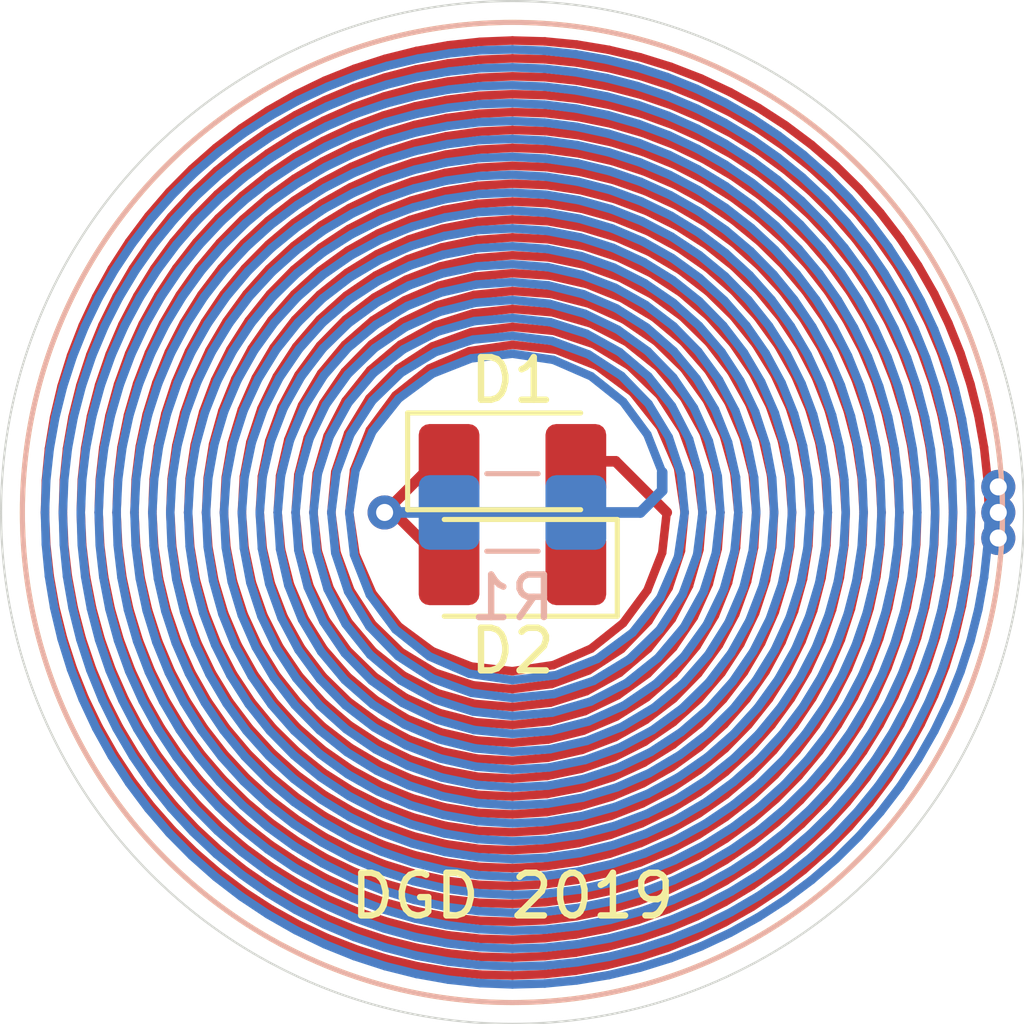
<source format=kicad_pcb>
(kicad_pcb (version 20171130) (host pcbnew "(5.1.4)-1")

  (general
    (thickness 1.6)
    (drawings 5)
    (tracks 2104)
    (zones 0)
    (modules 3)
    (nets 2)
  )

  (page A4)
  (layers
    (0 F.Cu signal)
    (31 B.Cu signal)
    (32 B.Adhes user)
    (33 F.Adhes user)
    (34 B.Paste user)
    (35 F.Paste user)
    (36 B.SilkS user)
    (37 F.SilkS user)
    (38 B.Mask user)
    (39 F.Mask user)
    (40 Dwgs.User user)
    (41 Cmts.User user)
    (42 Eco1.User user)
    (43 Eco2.User user)
    (44 Edge.Cuts user)
    (45 Margin user)
    (46 B.CrtYd user)
    (47 F.CrtYd user)
    (48 B.Fab user)
    (49 F.Fab user)
  )

  (setup
    (last_trace_width 0.25)
    (trace_clearance 0.2)
    (zone_clearance 0.508)
    (zone_45_only no)
    (trace_min 0.2)
    (via_size 0.8)
    (via_drill 0.4)
    (via_min_size 0.4)
    (via_min_drill 0.3)
    (uvia_size 0.3)
    (uvia_drill 0.1)
    (uvias_allowed no)
    (uvia_min_size 0.2)
    (uvia_min_drill 0.1)
    (edge_width 0.05)
    (segment_width 0.2)
    (pcb_text_width 0.3)
    (pcb_text_size 1.5 1.5)
    (mod_edge_width 0.12)
    (mod_text_size 1 1)
    (mod_text_width 0.15)
    (pad_size 1.524 1.524)
    (pad_drill 0.762)
    (pad_to_mask_clearance 0.051)
    (solder_mask_min_width 0.25)
    (aux_axis_origin 0 0)
    (visible_elements 7FFFFFFF)
    (pcbplotparams
      (layerselection 0x010fc_ffffffff)
      (usegerberextensions false)
      (usegerberattributes false)
      (usegerberadvancedattributes false)
      (creategerberjobfile false)
      (excludeedgelayer true)
      (linewidth 0.100000)
      (plotframeref false)
      (viasonmask false)
      (mode 1)
      (useauxorigin false)
      (hpglpennumber 1)
      (hpglpenspeed 20)
      (hpglpendiameter 15.000000)
      (psnegative false)
      (psa4output false)
      (plotreference true)
      (plotvalue true)
      (plotinvisibletext false)
      (padsonsilk false)
      (subtractmaskfromsilk false)
      (outputformat 1)
      (mirror false)
      (drillshape 1)
      (scaleselection 1)
      (outputdirectory ""))
  )

  (net 0 "")
  (net 1 "Net-(D1-Pad1)")

  (net_class Default "This is the default net class."
    (clearance 0.2)
    (trace_width 0.25)
    (via_dia 0.8)
    (via_drill 0.4)
    (uvia_dia 0.3)
    (uvia_drill 0.1)
    (add_net "Net-(D1-Pad1)")
  )

  (module LED_SMD:LED_1206_3216Metric_Pad1.42x1.75mm_HandSolder (layer F.Cu) (tedit 5B4B45C9) (tstamp 5DB8803A)
    (at 115 107.3 180)
    (descr "LED SMD 1206 (3216 Metric), square (rectangular) end terminal, IPC_7351 nominal, (Body size source: http://www.tortai-tech.com/upload/download/2011102023233369053.pdf), generated with kicad-footprint-generator")
    (tags "LED handsolder")
    (path /5DB87DE5)
    (attr smd)
    (fp_text reference D2 (at 0 -1.95) (layer F.SilkS)
      (effects (font (size 1 1) (thickness 0.15)))
    )
    (fp_text value LED (at 0 1.82) (layer F.Fab)
      (effects (font (size 1 1) (thickness 0.15)))
    )
    (fp_text user %R (at 0 0) (layer F.Fab)
      (effects (font (size 0.8 0.8) (thickness 0.12)))
    )
    (fp_line (start 2.45 1.12) (end -2.45 1.12) (layer F.CrtYd) (width 0.05))
    (fp_line (start 2.45 -1.12) (end 2.45 1.12) (layer F.CrtYd) (width 0.05))
    (fp_line (start -2.45 -1.12) (end 2.45 -1.12) (layer F.CrtYd) (width 0.05))
    (fp_line (start -2.45 1.12) (end -2.45 -1.12) (layer F.CrtYd) (width 0.05))
    (fp_line (start -2.46 1.135) (end 1.6 1.135) (layer F.SilkS) (width 0.12))
    (fp_line (start -2.46 -1.135) (end -2.46 1.135) (layer F.SilkS) (width 0.12))
    (fp_line (start 1.6 -1.135) (end -2.46 -1.135) (layer F.SilkS) (width 0.12))
    (fp_line (start 1.6 0.8) (end 1.6 -0.8) (layer F.Fab) (width 0.1))
    (fp_line (start -1.6 0.8) (end 1.6 0.8) (layer F.Fab) (width 0.1))
    (fp_line (start -1.6 -0.4) (end -1.6 0.8) (layer F.Fab) (width 0.1))
    (fp_line (start -1.2 -0.8) (end -1.6 -0.4) (layer F.Fab) (width 0.1))
    (fp_line (start 1.6 -0.8) (end -1.2 -0.8) (layer F.Fab) (width 0.1))
    (pad 2 smd roundrect (at 1.4875 0 180) (size 1.425 1.75) (layers F.Cu F.Paste F.Mask) (roundrect_rratio 0.175439)
      (net 1 "Net-(D1-Pad1)"))
    (pad 1 smd roundrect (at -1.4875 0 180) (size 1.425 1.75) (layers F.Cu F.Paste F.Mask) (roundrect_rratio 0.175439)
      (net 1 "Net-(D1-Pad1)"))
    (model ${KISYS3DMOD}/LED_SMD.3dshapes/LED_1206_3216Metric.wrl
      (at (xyz 0 0 0))
      (scale (xyz 1 1 1))
      (rotate (xyz 0 0 0))
    )
  )

  (module Resistor_SMD:R_1206_3216Metric_Pad1.42x1.75mm_HandSolder (layer B.Cu) (tedit 5B301BBD) (tstamp 5DB8796E)
    (at 115 106)
    (descr "Resistor SMD 1206 (3216 Metric), square (rectangular) end terminal, IPC_7351 nominal with elongated pad for handsoldering. (Body size source: http://www.tortai-tech.com/upload/download/2011102023233369053.pdf), generated with kicad-footprint-generator")
    (tags "resistor handsolder")
    (path /5DB87E20)
    (attr smd)
    (fp_text reference R1 (at 0 2) (layer B.SilkS)
      (effects (font (size 1 1) (thickness 0.15)) (justify mirror))
    )
    (fp_text value R (at 0 -1.82) (layer B.Fab)
      (effects (font (size 1 1) (thickness 0.15)) (justify mirror))
    )
    (fp_line (start -1.6 -0.8) (end -1.6 0.8) (layer B.Fab) (width 0.1))
    (fp_line (start -1.6 0.8) (end 1.6 0.8) (layer B.Fab) (width 0.1))
    (fp_line (start 1.6 0.8) (end 1.6 -0.8) (layer B.Fab) (width 0.1))
    (fp_line (start 1.6 -0.8) (end -1.6 -0.8) (layer B.Fab) (width 0.1))
    (fp_line (start -0.602064 0.91) (end 0.602064 0.91) (layer B.SilkS) (width 0.12))
    (fp_line (start -0.602064 -0.91) (end 0.602064 -0.91) (layer B.SilkS) (width 0.12))
    (fp_line (start -2.45 -1.12) (end -2.45 1.12) (layer B.CrtYd) (width 0.05))
    (fp_line (start -2.45 1.12) (end 2.45 1.12) (layer B.CrtYd) (width 0.05))
    (fp_line (start 2.45 1.12) (end 2.45 -1.12) (layer B.CrtYd) (width 0.05))
    (fp_line (start 2.45 -1.12) (end -2.45 -1.12) (layer B.CrtYd) (width 0.05))
    (fp_text user %R (at 0 0) (layer B.Fab)
      (effects (font (size 0.8 0.8) (thickness 0.12)) (justify mirror))
    )
    (pad 1 smd roundrect (at -1.4875 0) (size 1.425 1.75) (layers B.Cu B.Paste B.Mask) (roundrect_rratio 0.175439)
      (net 1 "Net-(D1-Pad1)"))
    (pad 2 smd roundrect (at 1.4875 0) (size 1.425 1.75) (layers B.Cu B.Paste B.Mask) (roundrect_rratio 0.175439)
      (net 1 "Net-(D1-Pad1)"))
    (model ${KISYS3DMOD}/Resistor_SMD.3dshapes/R_1206_3216Metric.wrl
      (at (xyz 0 0 0))
      (scale (xyz 1 1 1))
      (rotate (xyz 0 0 0))
    )
  )

  (module LED_SMD:LED_1206_3216Metric_Pad1.42x1.75mm_HandSolder (layer F.Cu) (tedit 5B4B45C9) (tstamp 5DB852EA)
    (at 115 104.8)
    (descr "LED SMD 1206 (3216 Metric), square (rectangular) end terminal, IPC_7351 nominal, (Body size source: http://www.tortai-tech.com/upload/download/2011102023233369053.pdf), generated with kicad-footprint-generator")
    (tags "LED handsolder")
    (path /5DB85286)
    (attr smd)
    (fp_text reference D1 (at 0 -1.9) (layer F.SilkS)
      (effects (font (size 1 1) (thickness 0.15)))
    )
    (fp_text value LED (at 0 1.82) (layer F.Fab)
      (effects (font (size 1 1) (thickness 0.15)))
    )
    (fp_line (start 1.6 -0.8) (end -1.2 -0.8) (layer F.Fab) (width 0.1))
    (fp_line (start -1.2 -0.8) (end -1.6 -0.4) (layer F.Fab) (width 0.1))
    (fp_line (start -1.6 -0.4) (end -1.6 0.8) (layer F.Fab) (width 0.1))
    (fp_line (start -1.6 0.8) (end 1.6 0.8) (layer F.Fab) (width 0.1))
    (fp_line (start 1.6 0.8) (end 1.6 -0.8) (layer F.Fab) (width 0.1))
    (fp_line (start 1.6 -1.135) (end -2.46 -1.135) (layer F.SilkS) (width 0.12))
    (fp_line (start -2.46 -1.135) (end -2.46 1.135) (layer F.SilkS) (width 0.12))
    (fp_line (start -2.46 1.135) (end 1.6 1.135) (layer F.SilkS) (width 0.12))
    (fp_line (start -2.45 1.12) (end -2.45 -1.12) (layer F.CrtYd) (width 0.05))
    (fp_line (start -2.45 -1.12) (end 2.45 -1.12) (layer F.CrtYd) (width 0.05))
    (fp_line (start 2.45 -1.12) (end 2.45 1.12) (layer F.CrtYd) (width 0.05))
    (fp_line (start 2.45 1.12) (end -2.45 1.12) (layer F.CrtYd) (width 0.05))
    (fp_text user %R (at 0 0) (layer F.Fab)
      (effects (font (size 0.8 0.8) (thickness 0.12)))
    )
    (pad 1 smd roundrect (at -1.4875 0) (size 1.425 1.75) (layers F.Cu F.Paste F.Mask) (roundrect_rratio 0.175439)
      (net 1 "Net-(D1-Pad1)"))
    (pad 2 smd roundrect (at 1.4875 0) (size 1.425 1.75) (layers F.Cu F.Paste F.Mask) (roundrect_rratio 0.175439)
      (net 1 "Net-(D1-Pad1)"))
    (model ${KISYS3DMOD}/LED_SMD.3dshapes/LED_1206_3216Metric.wrl
      (at (xyz 0 0 0))
      (scale (xyz 1 1 1))
      (rotate (xyz 0 0 0))
    )
  )

  (gr_text "DGD 2019" (at 115 115) (layer F.SilkS)
    (effects (font (size 1 1) (thickness 0.15)))
  )
  (gr_circle (center 115 106) (end 115 94.5) (layer B.SilkS) (width 0.12))
  (gr_circle (center 115 106) (end 115 94.5) (layer F.SilkS) (width 0.12))
  (gr_poly (pts (xy 114.5 105.75) (xy 115.5 105.75) (xy 115.5 106.25) (xy 114.5 106.25)) (layer B.Mask) (width 0.1))
  (gr_circle (center 115 106) (end 127 106) (layer Edge.Cuts) (width 0.05))

  (segment (start 123.229338 100.389332) (end 122.790951 99.786924) (width 0.2) (layer B.Cu) (net 1) (tstamp 5DB87A43))
  (segment (start 115 95.975) (end 114.250457 95.998046) (width 0.2) (layer B.Cu) (net 1) (tstamp 5DB87A44))
  (segment (start 105.109356 108.257475) (end 105.300936 108.991765) (width 0.2) (layer B.Cu) (net 1) (tstamp 5DB87A45))
  (segment (start 106.196852 111.0825) (end 106.597152 111.728965) (width 0.2) (layer B.Cu) (net 1) (tstamp 5DB87A46))
  (segment (start 107.537532 112.924158) (end 108.072441 113.466133) (width 0.2) (layer B.Cu) (net 1) (tstamp 5DB87A47))
  (segment (start 115 116.235) (end 115.765236 116.211367) (width 0.2) (layer B.Cu) (net 1) (tstamp 5DB87A48))
  (segment (start 109.256952 114.423504) (end 109.9 114.833459) (width 0.2) (layer B.Cu) (net 1) (tstamp 5DB87A49))
  (segment (start 115.765236 116.211367) (end 116.526938 116.130572) (width 0.2) (layer B.Cu) (net 1) (tstamp 5DB87A4A))
  (segment (start 114.250457 95.998046) (end 113.504361 96.077083) (width 0.2) (layer B.Cu) (net 1) (tstamp 5DB87A4B))
  (segment (start 117.28084 115.993011) (end 118.022714 115.799399) (width 0.2) (layer B.Cu) (net 1) (tstamp 5DB87A4C))
  (segment (start 107.610837 99.143859) (end 107.115229 99.712105) (width 0.2) (layer B.Cu) (net 1) (tstamp 5DB87A4D))
  (segment (start 109.330184 97.683907) (end 108.721458 98.126957) (width 0.2) (layer B.Cu) (net 1) (tstamp 5DB87A4E))
  (segment (start 109.97 97.287784) (end 109.330184 97.683907) (width 0.2) (layer B.Cu) (net 1) (tstamp 5DB87A4F))
  (segment (start 122.308527 99.218678) (end 121.784723 98.687808) (width 0.2) (layer B.Cu) (net 1) (tstamp 5DB87A50))
  (segment (start 123.96464 101.682857) (end 123.621283 101.0225) (width 0.2) (layer B.Cu) (net 1) (tstamp 5DB87A51))
  (segment (start 124.498394 103.070134) (end 124.257539 102.366684) (width 0.2) (layer B.Cu) (net 1) (tstamp 5DB87A52))
  (segment (start 119.336668 96.994816) (end 118.65341 96.691263) (width 0.2) (layer B.Cu) (net 1) (tstamp 5DB87A53))
  (segment (start 105.300936 108.991765) (end 105.546977 109.710038) (width 0.2) (layer B.Cu) (net 1) (tstamp 5DB87A54))
  (segment (start 112.725836 115.963763) (end 113.476043 116.110795) (width 0.2) (layer B.Cu) (net 1) (tstamp 5DB87A55))
  (segment (start 114.235511 116.201395) (end 115 116.235) (width 0.2) (layer B.Cu) (net 1) (tstamp 5DB87A56))
  (segment (start 105.593521 102.308229) (end 105.339159 103.020025) (width 0.2) (layer B.Cu) (net 1) (tstamp 5DB87A57))
  (segment (start 108.646639 113.966863) (end 109.256952 114.423504) (width 0.2) (layer B.Cu) (net 1) (tstamp 5DB87A58))
  (segment (start 116.492658 96.096859) (end 115.748796 96.008018) (width 0.2) (layer B.Cu) (net 1) (tstamp 5DB87A59))
  (segment (start 113.476043 116.110795) (end 114.235511 116.201395) (width 0.2) (layer B.Cu) (net 1) (tstamp 5DB87A5A))
  (segment (start 122.790951 99.786924) (end 122.308527 99.218678) (width 0.2) (layer B.Cu) (net 1) (tstamp 5DB87A5B))
  (segment (start 104.993032 104.491692) (end 104.903312 105.243358) (width 0.2) (layer B.Cu) (net 1) (tstamp 5DB87A5C))
  (segment (start 107.044865 112.344009) (end 107.537532 112.924158) (width 0.2) (layer B.Cu) (net 1) (tstamp 5DB87A5D))
  (segment (start 105.138604 103.749201) (end 104.993032 104.491692) (width 0.2) (layer B.Cu) (net 1) (tstamp 5DB87A5E))
  (segment (start 104.903312 105.243358) (end 104.87 106) (width 0.2) (layer B.Cu) (net 1) (tstamp 5DB87A5F))
  (segment (start 117.949026 96.439494) (end 117.227435 96.240972) (width 0.2) (layer B.Cu) (net 1) (tstamp 5DB87A60))
  (segment (start 117.227435 96.240972) (end 116.492658 96.096859) (width 0.2) (layer B.Cu) (net 1) (tstamp 5DB87A61))
  (segment (start 110.637299 96.940758) (end 109.97 97.287784) (width 0.2) (layer B.Cu) (net 1) (tstamp 5DB87A62))
  (segment (start 115.748796 96.008018) (end 115 95.975) (width 0.2) (layer B.Cu) (net 1) (tstamp 5DB87A63))
  (segment (start 108.721458 98.126957) (end 108.14726 98.614502) (width 0.2) (layer B.Cu) (net 1) (tstamp 5DB87A64))
  (segment (start 106.597152 111.728965) (end 107.044865 112.344009) (width 0.2) (layer B.Cu) (net 1) (tstamp 5DB87A65))
  (segment (start 123.621283 101.0225) (end 123.229338 100.389332) (width 0.2) (layer B.Cu) (net 1) (tstamp 5DB87A66))
  (segment (start 120.624751 97.750006) (end 119.995 97.348406) (width 0.2) (layer B.Cu) (net 1) (tstamp 5DB87A67))
  (segment (start 113.504361 96.077083) (end 112.76589 96.211724) (width 0.2) (layer B.Cu) (net 1) (tstamp 5DB87A68))
  (segment (start 107.115229 99.712105) (end 106.663251 100.316101) (width 0.2) (layer B.Cu) (net 1) (tstamp 5DB87A69))
  (segment (start 112.76589 96.211724) (end 112.039184 96.401271) (width 0.2) (layer B.Cu) (net 1) (tstamp 5DB87A6A))
  (segment (start 106.257474 100.9525) (end 105.900214 101.617774) (width 0.2) (layer B.Cu) (net 1) (tstamp 5DB87A6B))
  (segment (start 111.328323 96.644719) (end 110.637299 96.940758) (width 0.2) (layer B.Cu) (net 1) (tstamp 5DB87A6C))
  (segment (start 104.89334 106.757389) (end 104.973255 107.511289) (width 0.2) (layer B.Cu) (net 1) (tstamp 5DB87A6D))
  (segment (start 119.995 97.348406) (end 119.336668 96.994816) (width 0.2) (layer B.Cu) (net 1) (tstamp 5DB87A6E))
  (segment (start 118.65341 96.691263) (end 117.949026 96.439494) (width 0.2) (layer B.Cu) (net 1) (tstamp 5DB87A6F))
  (segment (start 106.663251 100.316101) (end 106.257474 100.9525) (width 0.2) (layer B.Cu) (net 1) (tstamp 5DB87A70))
  (segment (start 105.900214 101.617774) (end 105.593521 102.308229) (width 0.2) (layer B.Cu) (net 1) (tstamp 5DB87A71))
  (segment (start 104.87 106) (end 104.89334 106.757389) (width 0.2) (layer B.Cu) (net 1) (tstamp 5DB87A72))
  (segment (start 124.685909 103.789255) (end 124.498394 103.070134) (width 0.2) (layer B.Cu) (net 1) (tstamp 5DB87A73))
  (segment (start 104.973255 107.511289) (end 105.109356 108.257475) (width 0.2) (layer B.Cu) (net 1) (tstamp 5DB87A74))
  (segment (start 105.339159 103.020025) (end 105.138604 103.749201) (width 0.2) (layer B.Cu) (net 1) (tstamp 5DB87A75))
  (segment (start 105.546977 109.710038) (end 105.846156 110.408259) (width 0.2) (layer B.Cu) (net 1) (tstamp 5DB87A76))
  (segment (start 105.846156 110.408259) (end 106.196852 111.0825) (width 0.2) (layer B.Cu) (net 1) (tstamp 5DB87A77))
  (segment (start 108.072441 113.466133) (end 108.646639 113.966863) (width 0.2) (layer B.Cu) (net 1) (tstamp 5DB87A78))
  (segment (start 109.9 114.833459) (end 110.572216 115.194387) (width 0.2) (layer B.Cu) (net 1) (tstamp 5DB87A79))
  (segment (start 124.257539 102.366684) (end 123.96464 101.682857) (width 0.2) (layer B.Cu) (net 1) (tstamp 5DB87A7A))
  (segment (start 121.784723 98.687808) (end 121.222428 98.197322) (width 0.2) (layer B.Cu) (net 1) (tstamp 5DB87A7B))
  (segment (start 110.572216 115.194387) (end 111.269868 115.504221) (width 0.2) (layer B.Cu) (net 1) (tstamp 5DB87A7C))
  (segment (start 108.14726 98.614502) (end 107.610837 99.143859) (width 0.2) (layer B.Cu) (net 1) (tstamp 5DB87A7D))
  (segment (start 121.222428 98.197322) (end 120.624751 97.750006) (width 0.2) (layer B.Cu) (net 1) (tstamp 5DB87A7E))
  (segment (start 111.269868 115.504221) (end 111.989076 115.761176) (width 0.2) (layer B.Cu) (net 1) (tstamp 5DB87A7F))
  (segment (start 112.039184 96.401271) (end 111.328323 96.644719) (width 0.2) (layer B.Cu) (net 1) (tstamp 5DB87A80))
  (segment (start 116.526938 116.130572) (end 117.28084 115.993011) (width 0.2) (layer B.Cu) (net 1) (tstamp 5DB87A81))
  (segment (start 111.989076 115.761176) (end 112.725836 115.963763) (width 0.2) (layer B.Cu) (net 1) (tstamp 5DB87A82))
  (segment (start 122.71964 100.391353) (end 122.259786 99.799557) (width 0.2) (layer B.Cu) (net 1) (tstamp 5DB87A83))
  (segment (start 122.259786 99.799557) (end 121.754638 99.245362) (width 0.2) (layer B.Cu) (net 1) (tstamp 5DB87A84))
  (segment (start 112.025402 96.84513) (end 111.31428 97.101885) (width 0.2) (layer B.Cu) (net 1) (tstamp 5DB87A85))
  (segment (start 105.785213 103.005934) (end 105.573603 103.736922) (width 0.2) (layer B.Cu) (net 1) (tstamp 5DB87A86))
  (segment (start 119.999397 97.841726) (end 119.346278 97.469949) (width 0.2) (layer B.Cu) (net 1) (tstamp 5DB87A87))
  (segment (start 112.754081 96.645072) (end 112.025402 96.84513) (width 0.2) (layer B.Cu) (net 1) (tstamp 5DB87A88))
  (segment (start 120.62099 98.26337) (end 119.999397 97.841726) (width 0.2) (layer B.Cu) (net 1) (tstamp 5DB87A89))
  (segment (start 105.419917 104.482664) (end 105.325167 105.238574) (width 0.2) (layer B.Cu) (net 1) (tstamp 5DB87A8A))
  (segment (start 115.753188 96.429843) (end 115 96.395) (width 0.2) (layer B.Cu) (net 1) (tstamp 5DB87A8B))
  (segment (start 121.207262 98.73223) (end 120.62099 98.26337) (width 0.2) (layer B.Cu) (net 1) (tstamp 5DB87A8C))
  (segment (start 107.652387 99.724546) (end 107.178424 100.317292) (width 0.2) (layer B.Cu) (net 1) (tstamp 5DB87A8D))
  (segment (start 107.178424 100.317292) (end 106.752199 100.945741) (width 0.2) (layer B.Cu) (net 1) (tstamp 5DB87A8E))
  (segment (start 106.376393 101.606053) (end 106.053382 102.294189) (width 0.2) (layer B.Cu) (net 1) (tstamp 5DB87A8F))
  (segment (start 106.752199 100.945741) (end 106.376393 101.606053) (width 0.2) (layer B.Cu) (net 1) (tstamp 5DB87A90))
  (segment (start 106.053382 102.294189) (end 105.785213 103.005934) (width 0.2) (layer B.Cu) (net 1) (tstamp 5DB87A91))
  (segment (start 113.495804 96.502883) (end 112.754081 96.645072) (width 0.2) (layer B.Cu) (net 1) (tstamp 5DB87A92))
  (segment (start 117.961619 96.885074) (end 117.238566 96.675702) (width 0.2) (layer B.Cu) (net 1) (tstamp 5DB87A93))
  (segment (start 105.325167 105.238574) (end 105.29 106) (width 0.2) (layer B.Cu) (net 1) (tstamp 5DB87A94))
  (segment (start 105.29 106) (end 105.314699 106.76225) (width 0.2) (layer B.Cu) (net 1) (tstamp 5DB87A95))
  (segment (start 105.542973 108.270431) (end 105.745269 109.007044) (width 0.2) (layer B.Cu) (net 1) (tstamp 5DB87A96))
  (segment (start 118.665629 97.150389) (end 117.961619 96.885074) (width 0.2) (layer B.Cu) (net 1) (tstamp 5DB87A97))
  (segment (start 117.238566 96.675702) (end 116.50091 96.523624) (width 0.2) (layer B.Cu) (net 1) (tstamp 5DB87A98))
  (segment (start 114.245988 96.419375) (end 113.495804 96.502883) (width 0.2) (layer B.Cu) (net 1) (tstamp 5DB87A99))
  (segment (start 105.745269 109.007044) (end 106.004878 109.725902) (width 0.2) (layer B.Cu) (net 1) (tstamp 5DB87A9A))
  (segment (start 108.731365 98.660372) (end 108.171116 99.171116) (width 0.2) (layer B.Cu) (net 1) (tstamp 5DB87A9B))
  (segment (start 105.314699 106.76225) (end 105.399175 107.520621) (width 0.2) (layer B.Cu) (net 1) (tstamp 5DB87A9C))
  (segment (start 106.004878 109.725902) (end 106.32026 110.422548) (width 0.2) (layer B.Cu) (net 1) (tstamp 5DB87A9D))
  (segment (start 121.754638 99.245362) (end 121.207262 98.73223) (width 0.2) (layer B.Cu) (net 1) (tstamp 5DB87A9E))
  (segment (start 115 96.395) (end 114.245988 96.419375) (width 0.2) (layer B.Cu) (net 1) (tstamp 5DB87A9F))
  (segment (start 105.399175 107.520621) (end 105.542973 108.270431) (width 0.2) (layer B.Cu) (net 1) (tstamp 5DB87AA0))
  (segment (start 110.625121 97.413816) (end 109.962199 97.779057) (width 0.2) (layer B.Cu) (net 1) (tstamp 5DB87AA1))
  (segment (start 106.32026 110.422548) (end 106.689529 111.092663) (width 0.2) (layer B.Cu) (net 1) (tstamp 5DB87AA2))
  (segment (start 107.110466 111.732082) (end 107.580529 112.336827) (width 0.2) (layer B.Cu) (net 1) (tstamp 5DB87AA3))
  (segment (start 109.962199 97.779057) (end 109.329636 98.195413) (width 0.2) (layer B.Cu) (net 1) (tstamp 5DB87AA4))
  (segment (start 108.171116 99.171116) (end 107.652387 99.724546) (width 0.2) (layer B.Cu) (net 1) (tstamp 5DB87AA5))
  (segment (start 119.346278 97.469949) (end 118.665629 97.150389) (width 0.2) (layer B.Cu) (net 1) (tstamp 5DB87AA6))
  (segment (start 116.50091 96.523624) (end 115.753188 96.429843) (width 0.2) (layer B.Cu) (net 1) (tstamp 5DB87AA7))
  (segment (start 111.31428 97.101885) (end 110.625121 97.413816) (width 0.2) (layer B.Cu) (net 1) (tstamp 5DB87AA8))
  (segment (start 109.329636 98.195413) (end 108.731365 98.660372) (width 0.2) (layer B.Cu) (net 1) (tstamp 5DB87AA9))
  (segment (start 105.573603 103.736922) (end 105.419917 104.482664) (width 0.2) (layer B.Cu) (net 1) (tstamp 5DB87AAA))
  (segment (start 106.689529 111.092663) (end 107.110466 111.732082) (width 0.2) (layer B.Cu) (net 1) (tstamp 5DB87AAB))
  (segment (start 108.09687 112.90313) (end 108.656354 113.427455) (width 0.2) (layer B.Cu) (net 1) (tstamp 5DB87AAC))
  (segment (start 117.294943 115.559126) (end 118.039491 115.354592) (width 0.2) (layer B.Cu) (net 1) (tstamp 5DB87AAD))
  (segment (start 107.580529 112.336827) (end 108.09687 112.90313) (width 0.2) (layer B.Cu) (net 1) (tstamp 5DB87AAE))
  (segment (start 115 115.815) (end 115.770488 115.789977) (width 0.2) (layer B.Cu) (net 1) (tstamp 5DB87AAF))
  (segment (start 115.770488 115.789977) (end 116.537047 115.704532) (width 0.2) (layer B.Cu) (net 1) (tstamp 5DB87AB0))
  (segment (start 118.039491 115.354592) (end 118.766083 115.092129) (width 0.2) (layer B.Cu) (net 1) (tstamp 5DB87AB1))
  (segment (start 110.558384 114.717162) (end 111.254008 115.043626) (width 0.2) (layer B.Cu) (net 1) (tstamp 5DB87AB2))
  (segment (start 116.537047 115.704532) (end 117.294943 115.559126) (width 0.2) (layer B.Cu) (net 1) (tstamp 5DB87AB3))
  (segment (start 118.766083 115.092129) (end 119.470217 114.773296) (width 0.2) (layer B.Cu) (net 1) (tstamp 5DB87AB4))
  (segment (start 120.147525 114.399998) (end 120.793799 113.974481) (width 0.2) (layer B.Cu) (net 1) (tstamp 5DB87AB5))
  (segment (start 111.254008 115.043626) (end 111.973488 115.314648) (width 0.2) (layer B.Cu) (net 1) (tstamp 5DB87AB6))
  (segment (start 120.793799 113.974481) (end 121.405019 113.499314) (width 0.2) (layer B.Cu) (net 1) (tstamp 5DB87AB7))
  (segment (start 121.977376 112.977376) (end 122.507298 112.411838) (width 0.2) (layer B.Cu) (net 1) (tstamp 5DB87AB8))
  (segment (start 122.99147 111.806143) (end 123.426856 111.163984) (width 0.2) (layer B.Cu) (net 1) (tstamp 5DB87AB9))
  (segment (start 119.470217 114.773296) (end 120.147525 114.399998) (width 0.2) (layer B.Cu) (net 1) (tstamp 5DB87ABA))
  (segment (start 123.810718 110.489285) (end 124.140633 109.786174) (width 0.2) (layer B.Cu) (net 1) (tstamp 5DB87ABB))
  (segment (start 124.414508 109.058959) (end 124.630595 108.312101) (width 0.2) (layer B.Cu) (net 1) (tstamp 5DB87ABC))
  (segment (start 124.140633 109.786174) (end 124.414508 109.058959) (width 0.2) (layer B.Cu) (net 1) (tstamp 5DB87ABD))
  (segment (start 124.630595 108.312101) (end 124.787498 107.550187) (width 0.2) (layer B.Cu) (net 1) (tstamp 5DB87ABE))
  (segment (start 121.405019 113.499314) (end 121.977376 112.977376) (width 0.2) (layer B.Cu) (net 1) (tstamp 5DB87ABF))
  (segment (start 122.507298 112.411838) (end 122.99147 111.806143) (width 0.2) (layer B.Cu) (net 1) (tstamp 5DB87AC0))
  (segment (start 123.426856 111.163984) (end 123.810718 110.489285) (width 0.2) (layer B.Cu) (net 1) (tstamp 5DB87AC1))
  (segment (start 114.230336 115.77951) (end 115 115.815) (width 0.2) (layer B.Cu) (net 1) (tstamp 5DB87AC2))
  (segment (start 124.787498 107.550187) (end 124.884186 106.777902) (width 0.2) (layer B.Cu) (net 1) (tstamp 5DB87AC3))
  (segment (start 124.897248 105.258304) (end 124.81909 104.52001) (width 0.2) (layer B.Cu) (net 1) (tstamp 5DB87AC4))
  (segment (start 109.255575 113.906523) (end 109.890878 114.337329) (width 0.2) (layer B.Cu) (net 1) (tstamp 5DB87AC5))
  (segment (start 111.973488 115.314648) (end 112.712411 115.528496) (width 0.2) (layer B.Cu) (net 1) (tstamp 5DB87AC6))
  (segment (start 124.884186 106.777902) (end 124.92 106) (width 0.2) (layer B.Cu) (net 1) (tstamp 5DB87AC7))
  (segment (start 124.92 106) (end 124.897248 105.258304) (width 0.2) (layer B.Cu) (net 1) (tstamp 5DB87AC8))
  (segment (start 124.81909 104.52001) (end 124.685909 103.789255) (width 0.2) (layer B.Cu) (net 1) (tstamp 5DB87AC9))
  (segment (start 113.466238 115.68379) (end 114.230336 115.77951) (width 0.2) (layer B.Cu) (net 1) (tstamp 5DB87ACA))
  (segment (start 109.890878 114.337329) (end 110.558384 114.717162) (width 0.2) (layer B.Cu) (net 1) (tstamp 5DB87ACB))
  (segment (start 108.656354 113.427455) (end 109.255575 113.906523) (width 0.2) (layer B.Cu) (net 1) (tstamp 5DB87ACC))
  (segment (start 112.712411 115.528496) (end 113.466238 115.68379) (width 0.2) (layer B.Cu) (net 1) (tstamp 5DB87ACD))
  (segment (start 111.887606 100.069829) (end 111.190907 100.481577) (width 0.2) (layer B.Cu) (net 1) (tstamp 5DB87ACE))
  (segment (start 108.442408 104.383699) (end 108.287379 105.18494) (width 0.2) (layer B.Cu) (net 1) (tstamp 5DB87ACF))
  (segment (start 118.209986 112.116117) (end 118.928386 111.69125) (width 0.2) (layer B.Cu) (net 1) (tstamp 5DB87AD0))
  (segment (start 121.56 106) (end 121.520188 105.208306) (width 0.2) (layer B.Cu) (net 1) (tstamp 5DB87AD1))
  (segment (start 121.495203 106.85511) (end 121.56 106) (width 0.2) (layer B.Cu) (net 1) (tstamp 5DB87AD2))
  (segment (start 120.169689 109.966842) (end 120.650816 109.2625) (width 0.2) (layer B.Cu) (net 1) (tstamp 5DB87AD3))
  (segment (start 119.601497 110.601497) (end 120.169689 109.966842) (width 0.2) (layer B.Cu) (net 1) (tstamp 5DB87AD4))
  (segment (start 121.520188 105.208306) (end 121.385063 104.426223) (width 0.2) (layer B.Cu) (net 1) (tstamp 5DB87AD5))
  (segment (start 120.837199 102.936402) (end 120.43201 102.250554) (width 0.2) (layer B.Cu) (net 1) (tstamp 5DB87AD6))
  (segment (start 108.287379 105.18494) (end 108.23 106) (width 0.2) (layer B.Cu) (net 1) (tstamp 5DB87AD7))
  (segment (start 109.461635 102.177143) (end 109.03407 102.868838) (width 0.2) (layer B.Cu) (net 1) (tstamp 5DB87AD8))
  (segment (start 118.76321 100.548048) (end 118.082366 100.127043) (width 0.2) (layer B.Cu) (net 1) (tstamp 5DB87AD9))
  (segment (start 108.23 106) (end 108.271343 106.817007) (width 0.2) (layer B.Cu) (net 1) (tstamp 5DB87ADA))
  (segment (start 121.151876 109.228754) (end 121.503757 108.46655) (width 0.2) (layer B.Cu) (net 1) (tstamp 5DB87ADB))
  (segment (start 117.354849 99.790773) (end 116.591173 99.544357) (width 0.2) (layer B.Cu) (net 1) (tstamp 5DB87ADC))
  (segment (start 115.829663 112.832892) (end 116.649161 112.690909) (width 0.2) (layer B.Cu) (net 1) (tstamp 5DB87ADD))
  (segment (start 112.627966 99.745461) (end 111.887606 100.069829) (width 0.2) (layer B.Cu) (net 1) (tstamp 5DB87ADE))
  (segment (start 110.473168 111.109737) (end 111.117496 111.624778) (width 0.2) (layer B.Cu) (net 1) (tstamp 5DB87ADF))
  (segment (start 109.03407 102.868838) (end 108.692596 103.607917) (width 0.2) (layer B.Cu) (net 1) (tstamp 5DB87AE0))
  (segment (start 120.650816 109.2625) (end 121.036398 108.500358) (width 0.2) (layer B.Cu) (net 1) (tstamp 5DB87AE1))
  (segment (start 121.98 106) (end 121.943564 105.217648) (width 0.2) (layer B.Cu) (net 1) (tstamp 5DB87AE2))
  (segment (start 121.036398 108.500358) (end 121.31957 107.693324) (width 0.2) (layer B.Cu) (net 1) (tstamp 5DB87AE3))
  (segment (start 118.928386 111.69125) (end 119.591104 111.182285) (width 0.2) (layer B.Cu) (net 1) (tstamp 5DB87AE4))
  (segment (start 121.943564 105.217648) (end 121.819621 104.443466) (width 0.2) (layer B.Cu) (net 1) (tstamp 5DB87AE5))
  (segment (start 118.245 111.620505) (end 118.956188 111.155805) (width 0.2) (layer B.Cu) (net 1) (tstamp 5DB87AE6))
  (segment (start 109.896308 110.521476) (end 110.473168 111.109737) (width 0.2) (layer B.Cu) (net 1) (tstamp 5DB87AE7))
  (segment (start 121.819621 104.443466) (end 121.609543 103.687221) (width 0.2) (layer B.Cu) (net 1) (tstamp 5DB87AE8))
  (segment (start 113.358571 112.659541) (end 114.172284 112.816855) (width 0.2) (layer B.Cu) (net 1) (tstamp 5DB87AE9))
  (segment (start 115.802403 99.391613) (end 115 99.335) (width 0.2) (layer B.Cu) (net 1) (tstamp 5DB87AEA))
  (segment (start 114.195649 99.375577) (end 113.401095 99.512988) (width 0.2) (layer B.Cu) (net 1) (tstamp 5DB87AEB))
  (segment (start 113.401095 99.512988) (end 112.627966 99.745461) (width 0.2) (layer B.Cu) (net 1) (tstamp 5DB87AEC))
  (segment (start 108.271343 106.817007) (end 108.411039 107.624033) (width 0.2) (layer B.Cu) (net 1) (tstamp 5DB87AED))
  (segment (start 109.395163 109.868739) (end 109.896308 110.521476) (width 0.2) (layer B.Cu) (net 1) (tstamp 5DB87AEE))
  (segment (start 111.117496 111.624778) (end 111.820042 112.058903) (width 0.2) (layer B.Cu) (net 1) (tstamp 5DB87AEF))
  (segment (start 117.480267 111.987894) (end 118.245 111.620505) (width 0.2) (layer B.Cu) (net 1) (tstamp 5DB87AF0))
  (segment (start 121.156363 103.6652) (end 120.837199 102.936402) (width 0.2) (layer B.Cu) (net 1) (tstamp 5DB87AF1))
  (segment (start 119.946504 101.617779) (end 119.387577 101.04745) (width 0.2) (layer B.Cu) (net 1) (tstamp 5DB87AF2))
  (segment (start 108.647284 108.409267) (end 108.976856 109.16119) (width 0.2) (layer B.Cu) (net 1) (tstamp 5DB87AF3))
  (segment (start 119.387577 101.04745) (end 118.76321 100.548048) (width 0.2) (layer B.Cu) (net 1) (tstamp 5DB87AF4))
  (segment (start 112.570684 112.405581) (end 113.358571 112.659541) (width 0.2) (layer B.Cu) (net 1) (tstamp 5DB87AF5))
  (segment (start 121.31957 107.693324) (end 121.495203 106.85511) (width 0.2) (layer B.Cu) (net 1) (tstamp 5DB87AF6))
  (segment (start 120.43201 102.250554) (end 119.946504 101.617779) (width 0.2) (layer B.Cu) (net 1) (tstamp 5DB87AF7))
  (segment (start 118.956188 111.155805) (end 119.601497 110.601497) (width 0.2) (layer B.Cu) (net 1) (tstamp 5DB87AF8))
  (segment (start 108.411039 107.624033) (end 108.647284 108.409267) (width 0.2) (layer B.Cu) (net 1) (tstamp 5DB87AF9))
  (segment (start 117.446501 112.450893) (end 118.209986 112.116117) (width 0.2) (layer B.Cu) (net 1) (tstamp 5DB87AFA))
  (segment (start 110.548152 100.974902) (end 109.968856 101.542796) (width 0.2) (layer B.Cu) (net 1) (tstamp 5DB87AFB))
  (segment (start 111.820042 112.058903) (end 112.570684 112.405581) (width 0.2) (layer B.Cu) (net 1) (tstamp 5DB87AFC))
  (segment (start 108.692596 103.607917) (end 108.442408 104.383699) (width 0.2) (layer B.Cu) (net 1) (tstamp 5DB87AFD))
  (segment (start 114.172284 112.816855) (end 115 112.875) (width 0.2) (layer B.Cu) (net 1) (tstamp 5DB87AFE))
  (segment (start 120.711191 109.942151) (end 121.151876 109.228754) (width 0.2) (layer B.Cu) (net 1) (tstamp 5DB87AFF))
  (segment (start 115 99.335) (end 114.195649 99.375577) (width 0.2) (layer B.Cu) (net 1) (tstamp 5DB87B00))
  (segment (start 119.591104 111.182285) (end 120.188331 110.59646) (width 0.2) (layer B.Cu) (net 1) (tstamp 5DB87B01))
  (segment (start 120.188331 110.59646) (end 120.711191 109.942151) (width 0.2) (layer B.Cu) (net 1) (tstamp 5DB87B02))
  (segment (start 121.503757 108.46655) (end 121.761489 107.666557) (width 0.2) (layer B.Cu) (net 1) (tstamp 5DB87B03))
  (segment (start 116.649161 112.690909) (end 117.446501 112.450893) (width 0.2) (layer B.Cu) (net 1) (tstamp 5DB87B04))
  (segment (start 118.082366 100.127043) (end 117.354849 99.790773) (width 0.2) (layer B.Cu) (net 1) (tstamp 5DB87B05))
  (segment (start 121.761489 107.666557) (end 121.92109 106.840372) (width 0.2) (layer B.Cu) (net 1) (tstamp 5DB87B06))
  (segment (start 116.591173 99.544357) (end 115.802403 99.391613) (width 0.2) (layer B.Cu) (net 1) (tstamp 5DB87B07))
  (segment (start 109.968856 101.542796) (end 109.461635 102.177143) (width 0.2) (layer B.Cu) (net 1) (tstamp 5DB87B08))
  (segment (start 111.190907 100.481577) (end 110.548152 100.974902) (width 0.2) (layer B.Cu) (net 1) (tstamp 5DB87B09))
  (segment (start 115 112.875) (end 115.829663 112.832892) (width 0.2) (layer B.Cu) (net 1) (tstamp 5DB87B0A))
  (segment (start 121.92109 106.840372) (end 121.98 106) (width 0.2) (layer B.Cu) (net 1) (tstamp 5DB87B0B))
  (segment (start 121.385063 104.426223) (end 121.156363 103.6652) (width 0.2) (layer B.Cu) (net 1) (tstamp 5DB87B0C))
  (segment (start 108.976856 109.16119) (end 109.395163 109.868739) (width 0.2) (layer B.Cu) (net 1) (tstamp 5DB87B0D))
  (segment (start 108.234716 103.632725) (end 108.004892 104.403412) (width 0.2) (layer B.Cu) (net 1) (tstamp 5DB87B0E))
  (segment (start 115.817621 113.256583) (end 116.626628 113.126723) (width 0.2) (layer B.Cu) (net 1) (tstamp 5DB87B0F))
  (segment (start 122.251986 104.458543) (end 122.05779 103.706785) (width 0.2) (layer B.Cu) (net 1) (tstamp 5DB87B10))
  (segment (start 121.609543 103.687221) (end 121.315792 102.958475) (width 0.2) (layer B.Cu) (net 1) (tstamp 5DB87B11))
  (segment (start 121.315792 102.958475) (end 120.941887 102.266465) (width 0.2) (layer B.Cu) (net 1) (tstamp 5DB87B12))
  (segment (start 116.626628 113.126723) (end 117.416817 112.906866) (width 0.2) (layer B.Cu) (net 1) (tstamp 5DB87B13))
  (segment (start 116.573223 99.10726) (end 115.792429 98.967002) (width 0.2) (layer B.Cu) (net 1) (tstamp 5DB87B14))
  (segment (start 109.413814 101.545165) (end 108.943805 102.194641) (width 0.2) (layer B.Cu) (net 1) (tstamp 5DB87B15))
  (segment (start 108.004892 104.403412) (end 107.862662 105.195815) (width 0.2) (layer B.Cu) (net 1) (tstamp 5DB87B16))
  (segment (start 107.975644 107.603263) (end 108.192241 108.382138) (width 0.2) (layer B.Cu) (net 1) (tstamp 5DB87B17))
  (segment (start 108.495005 109.132641) (end 108.880301 109.845262) (width 0.2) (layer B.Cu) (net 1) (tstamp 5DB87B18))
  (segment (start 109.343449 110.510949) (end 109.878779 111.121221) (width 0.2) (layer B.Cu) (net 1) (tstamp 5DB87B19))
  (segment (start 117.332596 99.333824) (end 116.573223 99.10726) (width 0.2) (layer B.Cu) (net 1) (tstamp 5DB87B1A))
  (segment (start 120.492366 101.619984) (end 119.972728 101.027272) (width 0.2) (layer B.Cu) (net 1) (tstamp 5DB87B1B))
  (segment (start 115 98.915) (end 114.205892 98.952096) (width 0.2) (layer B.Cu) (net 1) (tstamp 5DB87B1C))
  (segment (start 111.847835 112.545539) (end 112.598046 112.864392) (width 0.2) (layer B.Cu) (net 1) (tstamp 5DB87B1D))
  (segment (start 111.210602 99.969207) (end 110.554518 100.425542) (width 0.2) (layer B.Cu) (net 1) (tstamp 5DB87B1E))
  (segment (start 114.184059 113.241678) (end 115 113.295) (width 0.2) (layer B.Cu) (net 1) (tstamp 5DB87B1F))
  (segment (start 118.901125 112.208605) (end 119.576415 111.738643) (width 0.2) (layer B.Cu) (net 1) (tstamp 5DB87B20))
  (segment (start 107.81 106) (end 107.847756 106.805864) (width 0.2) (layer B.Cu) (net 1) (tstamp 5DB87B21))
  (segment (start 111.138777 112.145101) (end 111.847835 112.545539) (width 0.2) (layer B.Cu) (net 1) (tstamp 5DB87B22))
  (segment (start 120.195467 111.195467) (end 120.750371 110.585767) (width 0.2) (layer B.Cu) (net 1) (tstamp 5DB87B23))
  (segment (start 108.943805 102.194641) (end 108.549063 102.893392) (width 0.2) (layer B.Cu) (net 1) (tstamp 5DB87B24))
  (segment (start 122.366424 105.225758) (end 122.251986 104.458543) (width 0.2) (layer B.Cu) (net 1) (tstamp 5DB87B25))
  (segment (start 115.792429 98.967002) (end 115 98.915) (width 0.2) (layer B.Cu) (net 1) (tstamp 5DB87B26))
  (segment (start 111.912917 99.589607) (end 111.210602 99.969207) (width 0.2) (layer B.Cu) (net 1) (tstamp 5DB87B27))
  (segment (start 122.05779 103.706785) (end 121.785816 102.97876) (width 0.2) (layer B.Cu) (net 1) (tstamp 5DB87B28))
  (segment (start 122.199843 107.643317) (end 122.346018 106.827697) (width 0.2) (layer B.Cu) (net 1) (tstamp 5DB87B29))
  (segment (start 109.878779 111.121221) (end 110.479699 111.668278) (width 0.2) (layer B.Cu) (net 1) (tstamp 5DB87B2A))
  (segment (start 110.479699 111.668278) (end 111.138777 112.145101) (width 0.2) (layer B.Cu) (net 1) (tstamp 5DB87B2B))
  (segment (start 110.554518 100.425542) (end 109.953025 100.953025) (width 0.2) (layer B.Cu) (net 1) (tstamp 5DB87B2C))
  (segment (start 117.416817 112.906866) (end 118.178198 112.599597) (width 0.2) (layer B.Cu) (net 1) (tstamp 5DB87B2D))
  (segment (start 108.549063 102.893392) (end 108.234716 103.632725) (width 0.2) (layer B.Cu) (net 1) (tstamp 5DB87B2E))
  (segment (start 107.862662 105.195815) (end 107.81 106) (width 0.2) (layer B.Cu) (net 1) (tstamp 5DB87B2F))
  (segment (start 121.234007 109.917086) (end 121.640141 109.197723) (width 0.2) (layer B.Cu) (net 1) (tstamp 5DB87B30))
  (segment (start 115 113.295) (end 115.817621 113.256583) (width 0.2) (layer B.Cu) (net 1) (tstamp 5DB87B31))
  (segment (start 120.750371 110.585767) (end 121.234007 109.917086) (width 0.2) (layer B.Cu) (net 1) (tstamp 5DB87B32))
  (segment (start 119.576415 111.738643) (end 120.195467 111.195467) (width 0.2) (layer B.Cu) (net 1) (tstamp 5DB87B33))
  (segment (start 119.972728 101.027272) (end 119.389368 100.495906) (width 0.2) (layer B.Cu) (net 1) (tstamp 5DB87B34))
  (segment (start 108.192241 108.382138) (end 108.495005 109.132641) (width 0.2) (layer B.Cu) (net 1) (tstamp 5DB87B35))
  (segment (start 112.598046 112.864392) (end 113.380048 113.097475) (width 0.2) (layer B.Cu) (net 1) (tstamp 5DB87B36))
  (segment (start 113.380048 113.097475) (end 114.184059 113.241678) (width 0.2) (layer B.Cu) (net 1) (tstamp 5DB87B37))
  (segment (start 121.963499 108.436634) (end 122.199843 107.643317) (width 0.2) (layer B.Cu) (net 1) (tstamp 5DB87B38))
  (segment (start 113.420101 99.078012) (end 112.652542 99.291349) (width 0.2) (layer B.Cu) (net 1) (tstamp 5DB87B39))
  (segment (start 122.346018 106.827697) (end 122.4 106) (width 0.2) (layer B.Cu) (net 1) (tstamp 5DB87B3A))
  (segment (start 122.4 106) (end 122.366424 105.225758) (width 0.2) (layer B.Cu) (net 1) (tstamp 5DB87B3B))
  (segment (start 118.749496 100.032711) (end 118.06105 99.643665) (width 0.2) (layer B.Cu) (net 1) (tstamp 5DB87B3C))
  (segment (start 109.953025 100.953025) (end 109.413814 101.545165) (width 0.2) (layer B.Cu) (net 1) (tstamp 5DB87B3D))
  (segment (start 118.06105 99.643665) (end 117.332596 99.333824) (width 0.2) (layer B.Cu) (net 1) (tstamp 5DB87B3E))
  (segment (start 121.640141 109.197723) (end 121.963499 108.436634) (width 0.2) (layer B.Cu) (net 1) (tstamp 5DB87B3F))
  (segment (start 121.438899 102.2825) (end 121.020704 101.625702) (width 0.2) (layer B.Cu) (net 1) (tstamp 5DB87B40))
  (segment (start 121.020704 101.625702) (end 120.535686 101.015646) (width 0.2) (layer B.Cu) (net 1) (tstamp 5DB87B41))
  (segment (start 108.880301 109.845262) (end 109.343449 110.510949) (width 0.2) (layer B.Cu) (net 1) (tstamp 5DB87B42))
  (segment (start 121.785816 102.97876) (end 121.438899 102.2825) (width 0.2) (layer B.Cu) (net 1) (tstamp 5DB87B43))
  (segment (start 120.941887 102.266465) (end 120.492366 101.619984) (width 0.2) (layer B.Cu) (net 1) (tstamp 5DB87B44))
  (segment (start 119.389368 100.495906) (end 118.749496 100.032711) (width 0.2) (layer B.Cu) (net 1) (tstamp 5DB87B45))
  (segment (start 114.205892 98.952096) (end 113.420101 99.078012) (width 0.2) (layer B.Cu) (net 1) (tstamp 5DB87B46))
  (segment (start 118.178198 112.599597) (end 118.901125 112.208605) (width 0.2) (layer B.Cu) (net 1) (tstamp 5DB87B47))
  (segment (start 107.847756 106.805864) (end 107.975644 107.603263) (width 0.2) (layer B.Cu) (net 1) (tstamp 5DB87B48))
  (segment (start 120.535686 101.015646) (end 119.989038 100.459112) (width 0.2) (layer B.Cu) (net 1) (tstamp 5DB87B49))
  (segment (start 112.652542 99.291349) (end 111.912917 99.589607) (width 0.2) (layer B.Cu) (net 1) (tstamp 5DB87B4A))
  (segment (start 119.989038 100.459112) (end 119.386641 99.962306) (width 0.2) (layer B.Cu) (net 1) (tstamp 5DB87B4B))
  (segment (start 119.386641 99.962306) (end 118.735 99.53079) (width 0.2) (layer B.Cu) (net 1) (tstamp 5DB87B4C))
  (segment (start 112.674338 98.842349) (end 111.936053 99.118262) (width 0.2) (layer B.Cu) (net 1) (tstamp 5DB87B4D))
  (segment (start 108.877359 101.551641) (end 108.439858 102.2125) (width 0.2) (layer B.Cu) (net 1) (tstamp 5DB87B4E))
  (segment (start 109.945387 100.386284) (end 109.381082 100.940703) (width 0.2) (layer B.Cu) (net 1) (tstamp 5DB87B4F))
  (segment (start 110.563985 99.894349) (end 109.945387 100.386284) (width 0.2) (layer B.Cu) (net 1) (tstamp 5DB87B50))
  (segment (start 109.381082 100.940703) (end 108.877359 101.551641) (width 0.2) (layer B.Cu) (net 1) (tstamp 5DB87B51))
  (segment (start 107.39 106) (end 107.424727 106.796193) (width 0.2) (layer B.Cu) (net 1) (tstamp 5DB87B52))
  (segment (start 111.23 99.470168) (end 110.563985 99.894349) (width 0.2) (layer B.Cu) (net 1) (tstamp 5DB87B53))
  (segment (start 111.936053 99.118262) (end 111.23 99.470168) (width 0.2) (layer B.Cu) (net 1) (tstamp 5DB87B54))
  (segment (start 108.073498 102.916123) (end 107.782432 103.65487) (width 0.2) (layer B.Cu) (net 1) (tstamp 5DB87B55))
  (segment (start 107.569991 104.420703) (end 107.43865 105.20527) (width 0.2) (layer B.Cu) (net 1) (tstamp 5DB87B56))
  (segment (start 107.424727 106.796193) (end 107.542603 107.585119) (width 0.2) (layer B.Cu) (net 1) (tstamp 5DB87B57))
  (segment (start 107.742488 108.358109) (end 108.02234 109.106654) (width 0.2) (layer B.Cu) (net 1) (tstamp 5DB87B58))
  (segment (start 108.02234 109.106654) (end 108.379236 109.8225) (width 0.2) (layer B.Cu) (net 1) (tstamp 5DB87B59))
  (segment (start 108.379236 109.8225) (end 108.809402 110.497733) (width 0.2) (layer B.Cu) (net 1) (tstamp 5DB87B5A))
  (segment (start 113.436712 98.645308) (end 112.674338 98.842349) (width 0.2) (layer B.Cu) (net 1) (tstamp 5DB87B5B))
  (segment (start 107.542603 107.585119) (end 107.742488 108.358109) (width 0.2) (layer B.Cu) (net 1) (tstamp 5DB87B5C))
  (segment (start 117.312683 98.882293) (end 116.557466 98.672696) (width 0.2) (layer B.Cu) (net 1) (tstamp 5DB87B5D))
  (segment (start 107.782432 103.65487) (end 107.569991 104.420703) (width 0.2) (layer B.Cu) (net 1) (tstamp 5DB87B5E))
  (segment (start 108.809402 110.497733) (end 109.308254 111.124871) (width 0.2) (layer B.Cu) (net 1) (tstamp 5DB87B5F))
  (segment (start 109.308254 111.124871) (end 109.870445 111.696948) (width 0.2) (layer B.Cu) (net 1) (tstamp 5DB87B60))
  (segment (start 110.489924 112.207587) (end 111.16 112.651075) (width 0.2) (layer B.Cu) (net 1) (tstamp 5DB87B61))
  (segment (start 111.16 112.651075) (end 111.873415 113.022424) (width 0.2) (layer B.Cu) (net 1) (tstamp 5DB87B62))
  (segment (start 118.735 99.53079) (end 118.04117 99.169421) (width 0.2) (layer B.Cu) (net 1) (tstamp 5DB87B63))
  (segment (start 109.870445 111.696948) (end 110.489924 112.207587) (width 0.2) (layer B.Cu) (net 1) (tstamp 5DB87B64))
  (segment (start 111.873415 113.022424) (end 112.622423 113.317429) (width 0.2) (layer B.Cu) (net 1) (tstamp 5DB87B65))
  (segment (start 118.04117 99.169421) (end 117.312683 98.882293) (width 0.2) (layer B.Cu) (net 1) (tstamp 5DB87B66))
  (segment (start 108.439858 102.2125) (end 108.073498 102.916123) (width 0.2) (layer B.Cu) (net 1) (tstamp 5DB87B67))
  (segment (start 116.557466 98.672696) (end 115.783754 98.543075) (width 0.2) (layer B.Cu) (net 1) (tstamp 5DB87B68))
  (segment (start 112.622423 113.317429) (end 113.398872 113.532715) (width 0.2) (layer B.Cu) (net 1) (tstamp 5DB87B69))
  (segment (start 107.43865 105.20527) (end 107.39 106) (width 0.2) (layer B.Cu) (net 1) (tstamp 5DB87B6A))
  (segment (start 115.783754 98.543075) (end 115 98.495) (width 0.2) (layer B.Cu) (net 1) (tstamp 5DB87B6B))
  (segment (start 115 98.495) (end 114.214782 98.529152) (width 0.2) (layer B.Cu) (net 1) (tstamp 5DB87B6C))
  (segment (start 114.214782 98.529152) (end 113.436712 98.645308) (width 0.2) (layer B.Cu) (net 1) (tstamp 5DB87B6D))
  (segment (start 123.616908 106.798474) (end 123.66 106) (width 0.2) (layer B.Cu) (net 1) (tstamp 5DB87B6E))
  (segment (start 123.66 106) (end 123.632857 105.244723) (width 0.2) (layer B.Cu) (net 1) (tstamp 5DB87B6F))
  (segment (start 110.515882 113.2421) (end 111.200474 113.630477) (width 0.2) (layer B.Cu) (net 1) (tstamp 5DB87B70))
  (segment (start 108.79189 100.34056) (end 108.291257 100.933792) (width 0.2) (layer B.Cu) (net 1) (tstamp 5DB87B71))
  (segment (start 106.681735 107.554953) (end 106.854751 108.317523) (width 0.2) (layer B.Cu) (net 1) (tstamp 5DB87B72))
  (segment (start 113.430293 114.397192) (end 114.211214 114.512356) (width 0.2) (layer B.Cu) (net 1) (tstamp 5DB87B73))
  (segment (start 107.143647 102.956433) (end 106.890395 103.692619) (width 0.2) (layer B.Cu) (net 1) (tstamp 5DB87B74))
  (segment (start 116.574247 114.421477) (end 117.346258 114.24624) (width 0.2) (layer B.Cu) (net 1) (tstamp 5DB87B75))
  (segment (start 119.523136 113.305116) (end 120.181594 112.86154) (width 0.2) (layer B.Cu) (net 1) (tstamp 5DB87B76))
  (segment (start 120.796755 112.358737) (end 121.363301 111.800916) (width 0.2) (layer B.Cu) (net 1) (tstamp 5DB87B77))
  (segment (start 108.222252 111.118318) (end 108.718859 111.726017) (width 0.2) (layer B.Cu) (net 1) (tstamp 5DB87B78))
  (segment (start 123.052172 109.119428) (end 123.311588 108.364851) (width 0.2) (layer B.Cu) (net 1) (tstamp 5DB87B79))
  (segment (start 109.944959 99.306044) (end 109.344721 99.796455) (width 0.2) (layer B.Cu) (net 1) (tstamp 5DB87B7A))
  (segment (start 111.918502 113.954262) (end 112.663884 114.210596) (width 0.2) (layer B.Cu) (net 1) (tstamp 5DB87B7B))
  (segment (start 123.159664 103.030125) (end 122.875059 102.327799) (width 0.2) (layer B.Cu) (net 1) (tstamp 5DB87B7C))
  (segment (start 122.530091 101.6525) (end 122.127305 101.009407) (width 0.2) (layer B.Cu) (net 1) (tstamp 5DB87B7D))
  (segment (start 122.127305 101.009407) (end 121.669694 100.403463) (width 0.2) (layer B.Cu) (net 1) (tstamp 5DB87B7E))
  (segment (start 121.669694 100.403463) (end 121.160668 99.839332) (width 0.2) (layer B.Cu) (net 1) (tstamp 5DB87B7F))
  (segment (start 108.718859 111.726017) (end 109.269822 112.285706) (width 0.2) (layer B.Cu) (net 1) (tstamp 5DB87B80))
  (segment (start 123.311588 108.364851) (end 123.500404 107.589001) (width 0.2) (layer B.Cu) (net 1) (tstamp 5DB87B81))
  (segment (start 123.632857 105.244723) (end 123.539925 104.494181) (width 0.2) (layer B.Cu) (net 1) (tstamp 5DB87B82))
  (segment (start 121.876327 111.192761) (end 122.331372 110.539394) (width 0.2) (layer B.Cu) (net 1) (tstamp 5DB87B83))
  (segment (start 123.539925 104.494181) (end 123.381821 103.754098) (width 0.2) (layer B.Cu) (net 1) (tstamp 5DB87B84))
  (segment (start 111.976514 98.195482) (end 111.266548 98.502218) (width 0.2) (layer B.Cu) (net 1) (tstamp 5DB87B85))
  (segment (start 107.847173 101.571157) (end 107.463515 102.247276) (width 0.2) (layer B.Cu) (net 1) (tstamp 5DB87B86))
  (segment (start 115 97.655) (end 114.229451 97.684448) (width 0.2) (layer B.Cu) (net 1) (tstamp 5DB87B87))
  (segment (start 110.587415 98.87343) (end 109.944959 99.306044) (width 0.2) (layer B.Cu) (net 1) (tstamp 5DB87B88))
  (segment (start 120.181594 112.86154) (end 120.796755 112.358737) (width 0.2) (layer B.Cu) (net 1) (tstamp 5DB87B89))
  (segment (start 109.344721 99.796455) (end 108.79189 100.34056) (width 0.2) (layer B.Cu) (net 1) (tstamp 5DB87B8A))
  (segment (start 115.76941 97.696748) (end 115 97.655) (width 0.2) (layer B.Cu) (net 1) (tstamp 5DB87B8B))
  (segment (start 121.160668 99.839332) (end 120.604037 99.321369) (width 0.2) (layer B.Cu) (net 1) (tstamp 5DB87B8C))
  (segment (start 106.854751 108.317523) (end 107.097572 109.061417) (width 0.2) (layer B.Cu) (net 1) (tstamp 5DB87B8D))
  (segment (start 120.604037 99.321369) (end 120.003976 98.853581) (width 0.2) (layer B.Cu) (net 1) (tstamp 5DB87B8E))
  (segment (start 106.70602 104.449586) (end 106.592196 105.220902) (width 0.2) (layer B.Cu) (net 1) (tstamp 5DB87B8F))
  (segment (start 108.291257 100.933792) (end 107.847173 101.571157) (width 0.2) (layer B.Cu) (net 1) (tstamp 5DB87B90))
  (segment (start 112.663884 114.210596) (end 113.430293 114.397192) (width 0.2) (layer B.Cu) (net 1) (tstamp 5DB87B91))
  (segment (start 114.211214 114.512356) (end 115 114.555) (width 0.2) (layer B.Cu) (net 1) (tstamp 5DB87B92))
  (segment (start 123.381821 103.754098) (end 123.159664 103.030125) (width 0.2) (layer B.Cu) (net 1) (tstamp 5DB87B93))
  (segment (start 109.870516 112.792535) (end 110.515882 113.2421) (width 0.2) (layer B.Cu) (net 1) (tstamp 5DB87B94))
  (segment (start 118.827057 113.685767) (end 119.523136 113.305116) (width 0.2) (layer B.Cu) (net 1) (tstamp 5DB87B95))
  (segment (start 106.579896 106.780238) (end 106.681735 107.554953) (width 0.2) (layer B.Cu) (net 1) (tstamp 5DB87B96))
  (segment (start 122.875059 102.327799) (end 122.530091 101.6525) (width 0.2) (layer B.Cu) (net 1) (tstamp 5DB87B97))
  (segment (start 107.463515 102.247276) (end 107.143647 102.956433) (width 0.2) (layer B.Cu) (net 1) (tstamp 5DB87B98))
  (segment (start 116.53112 97.809232) (end 115.76941 97.696748) (width 0.2) (layer B.Cu) (net 1) (tstamp 5DB87B99))
  (segment (start 107.097572 109.061417) (end 107.408225 109.780255) (width 0.2) (layer B.Cu) (net 1) (tstamp 5DB87B9A))
  (segment (start 114.229451 97.684448) (end 113.46434 97.784947) (width 0.2) (layer B.Cu) (net 1) (tstamp 5DB87B9B))
  (segment (start 113.46434 97.784947) (end 112.711212 97.955743) (width 0.2) (layer B.Cu) (net 1) (tstamp 5DB87B9C))
  (segment (start 107.408225 109.780255) (end 107.784157 110.467861) (width 0.2) (layer B.Cu) (net 1) (tstamp 5DB87B9D))
  (segment (start 111.266548 98.502218) (end 110.587415 98.87343) (width 0.2) (layer B.Cu) (net 1) (tstamp 5DB87B9E))
  (segment (start 111.200474 113.630477) (end 111.918502 113.954262) (width 0.2) (layer B.Cu) (net 1) (tstamp 5DB87B9F))
  (segment (start 115.789926 114.524656) (end 116.574247 114.421477) (width 0.2) (layer B.Cu) (net 1) (tstamp 5DB87BA0))
  (segment (start 121.363301 111.800916) (end 121.876327 111.192761) (width 0.2) (layer B.Cu) (net 1) (tstamp 5DB87BA1))
  (segment (start 106.55 106) (end 106.579896 106.780238) (width 0.2) (layer B.Cu) (net 1) (tstamp 5DB87BA2))
  (segment (start 122.331372 110.539394) (end 122.724469 109.846329) (width 0.2) (layer B.Cu) (net 1) (tstamp 5DB87BA3))
  (segment (start 112.711212 97.955743) (end 111.976514 98.195482) (width 0.2) (layer B.Cu) (net 1) (tstamp 5DB87BA4))
  (segment (start 106.592196 105.220902) (end 106.55 106) (width 0.2) (layer B.Cu) (net 1) (tstamp 5DB87BA5))
  (segment (start 106.890395 103.692619) (end 106.70602 104.449586) (width 0.2) (layer B.Cu) (net 1) (tstamp 5DB87BA6))
  (segment (start 107.784157 110.467861) (end 108.222252 111.118318) (width 0.2) (layer B.Cu) (net 1) (tstamp 5DB87BA7))
  (segment (start 117.346258 114.24624) (end 118.099347 114.000337) (width 0.2) (layer B.Cu) (net 1) (tstamp 5DB87BA8))
  (segment (start 115 114.555) (end 115.789926 114.524656) (width 0.2) (layer B.Cu) (net 1) (tstamp 5DB87BA9))
  (segment (start 109.269822 112.285706) (end 109.870516 112.792535) (width 0.2) (layer B.Cu) (net 1) (tstamp 5DB87BAA))
  (segment (start 118.099347 114.000337) (end 118.827057 113.685767) (width 0.2) (layer B.Cu) (net 1) (tstamp 5DB87BAB))
  (segment (start 122.724469 109.846329) (end 123.052172 109.119428) (width 0.2) (layer B.Cu) (net 1) (tstamp 5DB87BAC))
  (segment (start 123.500404 107.589001) (end 123.616908 106.798474) (width 0.2) (layer B.Cu) (net 1) (tstamp 5DB87BAD))
  (segment (start 113.398872 113.532715) (end 114.194295 113.665775) (width 0.2) (layer B.Cu) (net 1) (tstamp 5DB87BAE))
  (segment (start 120.774978 111.199814) (end 121.292534 110.571794) (width 0.2) (layer B.Cu) (net 1) (tstamp 5DB87BAF))
  (segment (start 122.502113 103.724259) (end 122.24899 102.99737) (width 0.2) (layer B.Cu) (net 1) (tstamp 5DB87BB0))
  (segment (start 119.55945 112.275545) (end 120.19513 111.769776) (width 0.2) (layer B.Cu) (net 1) (tstamp 5DB87BB1))
  (segment (start 118.875 112.711697) (end 119.55945 112.275545) (width 0.2) (layer B.Cu) (net 1) (tstamp 5DB87BB2))
  (segment (start 118.149362 113.073582) (end 118.875 112.711697) (width 0.2) (layer B.Cu) (net 1) (tstamp 5DB87BB3))
  (segment (start 121.080452 101.009902) (end 120.566698 100.433302) (width 0.2) (layer B.Cu) (net 1) (tstamp 5DB87BB4))
  (segment (start 121.534831 101.633565) (end 121.080452 101.009902) (width 0.2) (layer B.Cu) (net 1) (tstamp 5DB87BB5))
  (segment (start 121.742008 109.8925) (end 122.118346 109.169292) (width 0.2) (layer B.Cu) (net 1) (tstamp 5DB87BB6))
  (segment (start 122.24899 102.99737) (end 121.925562 102.29821) (width 0.2) (layer B.Cu) (net 1) (tstamp 5DB87BB7))
  (segment (start 115.776143 98.119692) (end 115 98.075) (width 0.2) (layer B.Cu) (net 1) (tstamp 5DB87BB8))
  (segment (start 110.57523 99.377864) (end 109.943291 99.838382) (width 0.2) (layer B.Cu) (net 1) (tstamp 5DB87BB9))
  (segment (start 108.828236 100.934964) (end 108.356038 101.560647) (width 0.2) (layer B.Cu) (net 1) (tstamp 5DB87BBA))
  (segment (start 107.94711 102.230152) (end 107.605499 102.937097) (width 0.2) (layer B.Cu) (net 1) (tstamp 5DB87BBB))
  (segment (start 118.022721 98.702507) (end 117.294791 98.435088) (width 0.2) (layer B.Cu) (net 1) (tstamp 5DB87BBC))
  (segment (start 116.606949 113.560103) (end 117.390555 113.357373) (width 0.2) (layer B.Cu) (net 1) (tstamp 5DB87BBD))
  (segment (start 122.41729 108.410024) (end 122.63542 107.622959) (width 0.2) (layer B.Cu) (net 1) (tstamp 5DB87BBE))
  (segment (start 115.807169 113.679698) (end 116.606949 113.560103) (width 0.2) (layer B.Cu) (net 1) (tstamp 5DB87BBF))
  (segment (start 111.957188 98.654003) (end 111.248713 98.981836) (width 0.2) (layer B.Cu) (net 1) (tstamp 5DB87BC0))
  (segment (start 107.137167 104.435985) (end 107.015198 105.213566) (width 0.2) (layer B.Cu) (net 1) (tstamp 5DB87BC1))
  (segment (start 109.359056 100.359056) (end 108.828236 100.934964) (width 0.2) (layer B.Cu) (net 1) (tstamp 5DB87BC2))
  (segment (start 121.925562 102.29821) (end 121.534831 101.633565) (width 0.2) (layer B.Cu) (net 1) (tstamp 5DB87BC3))
  (segment (start 122.788875 105.232863) (end 122.682614 104.471833) (width 0.2) (layer B.Cu) (net 1) (tstamp 5DB87BC4))
  (segment (start 108.356038 101.560647) (end 107.94711 102.230152) (width 0.2) (layer B.Cu) (net 1) (tstamp 5DB87BC5))
  (segment (start 107.015198 105.213566) (end 106.97 106) (width 0.2) (layer B.Cu) (net 1) (tstamp 5DB87BC6))
  (segment (start 112.693779 98.397408) (end 111.957188 98.654003) (width 0.2) (layer B.Cu) (net 1) (tstamp 5DB87BC7))
  (segment (start 107.334609 103.674729) (end 107.137167 104.435985) (width 0.2) (layer B.Cu) (net 1) (tstamp 5DB87BC8))
  (segment (start 107.889234 109.800784) (end 108.29056 110.483105) (width 0.2) (layer B.Cu) (net 1) (tstamp 5DB87BC9))
  (segment (start 122.118346 109.169292) (end 122.41729 108.410024) (width 0.2) (layer B.Cu) (net 1) (tstamp 5DB87BCA))
  (segment (start 108.29056 110.483105) (end 108.757216 111.123321) (width 0.2) (layer B.Cu) (net 1) (tstamp 5DB87BCB))
  (segment (start 122.63542 107.622959) (end 122.7702 106.816681) (width 0.2) (layer B.Cu) (net 1) (tstamp 5DB87BCC))
  (segment (start 111.248713 98.981836) (end 110.57523 99.377864) (width 0.2) (layer B.Cu) (net 1) (tstamp 5DB87BCD))
  (segment (start 122.82 106) (end 122.788875 105.232863) (width 0.2) (layer B.Cu) (net 1) (tstamp 5DB87BCE))
  (segment (start 122.682614 104.471833) (end 122.502113 103.724259) (width 0.2) (layer B.Cu) (net 1) (tstamp 5DB87BCF))
  (segment (start 114.194295 113.665775) (end 115 113.715) (width 0.2) (layer B.Cu) (net 1) (tstamp 5DB87BD0))
  (segment (start 114.222571 98.10663) (end 113.451349 98.214404) (width 0.2) (layer B.Cu) (net 1) (tstamp 5DB87BD1))
  (segment (start 109.943291 99.838382) (end 109.359056 100.359056) (width 0.2) (layer B.Cu) (net 1) (tstamp 5DB87BD2))
  (segment (start 117.294791 98.435088) (end 116.54353 98.240149) (width 0.2) (layer B.Cu) (net 1) (tstamp 5DB87BD3))
  (segment (start 115 113.715) (end 115.807169 113.679698) (width 0.2) (layer B.Cu) (net 1) (tstamp 5DB87BD4))
  (segment (start 117.390555 113.357373) (end 118.149362 113.073582) (width 0.2) (layer B.Cu) (net 1) (tstamp 5DB87BD5))
  (segment (start 107.002136 106.787721) (end 107.111421 107.569136) (width 0.2) (layer B.Cu) (net 1) (tstamp 5DB87BD6))
  (segment (start 107.111421 107.569136) (end 107.296929 108.336701) (width 0.2) (layer B.Cu) (net 1) (tstamp 5DB87BD7))
  (segment (start 118.720351 99.039712) (end 118.022721 98.702507) (width 0.2) (layer B.Cu) (net 1) (tstamp 5DB87BD8))
  (segment (start 109.284809 111.715191) (end 109.868353 112.25293) (width 0.2) (layer B.Cu) (net 1) (tstamp 5DB87BD9))
  (segment (start 121.292534 110.571794) (end 121.742008 109.8925) (width 0.2) (layer B.Cu) (net 1) (tstamp 5DB87BDA))
  (segment (start 122.7702 106.816681) (end 122.82 106) (width 0.2) (layer B.Cu) (net 1) (tstamp 5DB87BDB))
  (segment (start 120.566698 100.433302) (end 119.998424 99.909402) (width 0.2) (layer B.Cu) (net 1) (tstamp 5DB87BDC))
  (segment (start 107.605499 102.937097) (end 107.334609 103.674729) (width 0.2) (layer B.Cu) (net 1) (tstamp 5DB87BDD))
  (segment (start 107.556996 109.082993) (end 107.889234 109.800784) (width 0.2) (layer B.Cu) (net 1) (tstamp 5DB87BDE))
  (segment (start 109.868353 112.25293) (end 110.502312 112.731266) (width 0.2) (layer B.Cu) (net 1) (tstamp 5DB87BDF))
  (segment (start 119.998424 99.909402) (end 119.381019 99.443342) (width 0.2) (layer B.Cu) (net 1) (tstamp 5DB87BE0))
  (segment (start 119.381019 99.443342) (end 118.720351 99.039712) (width 0.2) (layer B.Cu) (net 1) (tstamp 5DB87BE1))
  (segment (start 110.502312 112.731266) (end 111.180655 113.145491) (width 0.2) (layer B.Cu) (net 1) (tstamp 5DB87BE2))
  (segment (start 113.451349 98.214404) (end 112.693779 98.397408) (width 0.2) (layer B.Cu) (net 1) (tstamp 5DB87BE3))
  (segment (start 116.54353 98.240149) (end 115.776143 98.119692) (width 0.2) (layer B.Cu) (net 1) (tstamp 5DB87BE4))
  (segment (start 115 98.075) (end 114.222571 98.10663) (width 0.2) (layer B.Cu) (net 1) (tstamp 5DB87BE5))
  (segment (start 106.97 106) (end 107.002136 106.787721) (width 0.2) (layer B.Cu) (net 1) (tstamp 5DB87BE6))
  (segment (start 120.19513 111.769776) (end 120.774978 111.199814) (width 0.2) (layer B.Cu) (net 1) (tstamp 5DB87BE7))
  (segment (start 107.296929 108.336701) (end 107.556996 109.082993) (width 0.2) (layer B.Cu) (net 1) (tstamp 5DB87BE8))
  (segment (start 108.757216 111.123321) (end 109.284809 111.715191) (width 0.2) (layer B.Cu) (net 1) (tstamp 5DB87BE9))
  (segment (start 111.180655 113.145491) (end 111.896916 113.491508) (width 0.2) (layer B.Cu) (net 1) (tstamp 5DB87BEA))
  (segment (start 111.896916 113.491508) (end 112.644249 113.76587) (width 0.2) (layer B.Cu) (net 1) (tstamp 5DB87BEB))
  (segment (start 118.123175 113.540012) (end 118.85028 113.203368) (width 0.2) (layer B.Cu) (net 1) (tstamp 5DB87BEC))
  (segment (start 119.541439 112.796744) (end 120.189932 112.32395) (width 0.2) (layer B.Cu) (net 1) (tstamp 5DB87BED))
  (segment (start 117.278647 97.991387) (end 116.53112 97.809232) (width 0.2) (layer B.Cu) (net 1) (tstamp 5DB87BEE))
  (segment (start 113.415501 113.965815) (end 114.203274 114.089297) (width 0.2) (layer B.Cu) (net 1) (tstamp 5DB87BEF))
  (segment (start 115.798013 114.102359) (end 116.58962 113.991561) (width 0.2) (layer B.Cu) (net 1) (tstamp 5DB87BF0))
  (segment (start 122.588516 109.143266) (end 122.866349 108.386231) (width 0.2) (layer B.Cu) (net 1) (tstamp 5DB87BF1))
  (segment (start 123.24 106) (end 123.211 105.239139) (width 0.2) (layer B.Cu) (net 1) (tstamp 5DB87BF2))
  (segment (start 121.125949 100.415459) (end 120.588702 99.869486) (width 0.2) (layer B.Cu) (net 1) (tstamp 5DB87BF3))
  (segment (start 120.189932 112.32395) (end 120.789437 111.789437) (width 0.2) (layer B.Cu) (net 1) (tstamp 5DB87BF4))
  (segment (start 122.866349 108.386231) (end 123.068798 107.604984) (width 0.2) (layer B.Cu) (net 1) (tstamp 5DB87BF5))
  (segment (start 112.644249 113.76587) (end 113.415501 113.965815) (width 0.2) (layer B.Cu) (net 1) (tstamp 5DB87BF6))
  (segment (start 116.58962 113.991561) (end 117.367181 113.803549) (width 0.2) (layer B.Cu) (net 1) (tstamp 5DB87BF7))
  (segment (start 122.238093 109.868841) (end 122.588516 109.143266) (width 0.2) (layer B.Cu) (net 1) (tstamp 5DB87BF8))
  (segment (start 122.40379 102.31335) (end 122.037297 101.64269) (width 0.2) (layer B.Cu) (net 1) (tstamp 5DB87BF9))
  (segment (start 118.85028 113.203368) (end 119.541439 112.796744) (width 0.2) (layer B.Cu) (net 1) (tstamp 5DB87BFA))
  (segment (start 115 114.135) (end 115.798013 114.102359) (width 0.2) (layer B.Cu) (net 1) (tstamp 5DB87BFB))
  (segment (start 123.111841 104.483634) (end 122.943265 103.739946) (width 0.2) (layer B.Cu) (net 1) (tstamp 5DB87BFC))
  (segment (start 117.367181 113.803549) (end 118.123175 113.540012) (width 0.2) (layer B.Cu) (net 1) (tstamp 5DB87BFD))
  (segment (start 123.193791 106.807018) (end 123.24 106) (width 0.2) (layer B.Cu) (net 1) (tstamp 5DB87BFE))
  (segment (start 121.81857 110.556023) (end 122.238093 109.868841) (width 0.2) (layer B.Cu) (net 1) (tstamp 5DB87BFF))
  (segment (start 123.211 105.239139) (end 123.111841 104.483634) (width 0.2) (layer B.Cu) (net 1) (tstamp 5DB87C00))
  (segment (start 122.706609 103.014444) (end 122.40379 102.31335) (width 0.2) (layer B.Cu) (net 1) (tstamp 5DB87C01))
  (segment (start 122.037297 101.64269) (end 121.610164 101.008236) (width 0.2) (layer B.Cu) (net 1) (tstamp 5DB87C02))
  (segment (start 114.203274 114.089297) (end 115 114.135) (width 0.2) (layer B.Cu) (net 1) (tstamp 5DB87C03))
  (segment (start 122.943265 103.739946) (end 122.706609 103.014444) (width 0.2) (layer B.Cu) (net 1) (tstamp 5DB87C04))
  (segment (start 120.789437 111.789437) (end 121.334096 111.198258) (width 0.2) (layer B.Cu) (net 1) (tstamp 5DB87C05))
  (segment (start 121.610164 101.008236) (end 121.125949 100.415459) (width 0.2) (layer B.Cu) (net 1) (tstamp 5DB87C06))
  (segment (start 120.588702 99.869486) (end 120.002931 99.375049) (width 0.2) (layer B.Cu) (net 1) (tstamp 5DB87C07))
  (segment (start 121.334096 111.198258) (end 121.81857 110.556023) (width 0.2) (layer B.Cu) (net 1) (tstamp 5DB87C08))
  (segment (start 123.068798 107.604984) (end 123.193791 106.807018) (width 0.2) (layer B.Cu) (net 1) (tstamp 5DB87C09))
  (segment (start 120.002931 99.375049) (end 119.373567 98.936446) (width 0.2) (layer B.Cu) (net 1) (tstamp 5DB87C0A))
  (segment (start 119.373567 98.936446) (end 118.705921 98.557507) (width 0.2) (layer B.Cu) (net 1) (tstamp 5DB87C0B))
  (segment (start 118.705921 98.557507) (end 118.005637 98.241557) (width 0.2) (layer B.Cu) (net 1) (tstamp 5DB87C0C))
  (segment (start 118.005637 98.241557) (end 117.278647 97.991387) (width 0.2) (layer B.Cu) (net 1) (tstamp 5DB87C0D))
  (segment (start 115.760459 116.632613) (end 116.517723 116.555996) (width 0.2) (layer B.Cu) (net 1) (tstamp 5DB87C0E))
  (segment (start 118.007239 116.241715) (end 118.73188 116.005558) (width 0.2) (layer B.Cu) (net 1) (tstamp 5DB87C0F))
  (segment (start 104.67711 108.245607) (end 104.859032 108.977657) (width 0.2) (layer B.Cu) (net 1) (tstamp 5DB87C10))
  (segment (start 120.781171 114.995677) (end 121.411045 114.564154) (width 0.2) (layer B.Cu) (net 1) (tstamp 5DB87C11))
  (segment (start 105.137539 102.321492) (end 104.895667 103.0331) (width 0.2) (layer B.Cu) (net 1) (tstamp 5DB87C12))
  (segment (start 106.519903 112.348121) (end 106.990772 112.940035) (width 0.2) (layer B.Cu) (net 1) (tstamp 5DB87C13))
  (segment (start 121.411045 114.564154) (end 122.008796 114.088582) (width 0.2) (layer B.Cu) (net 1) (tstamp 5DB87C14))
  (segment (start 125.548354 103.808027) (end 125.378574 103.09206) (width 0.2) (layer B.Cu) (net 1) (tstamp 5DB87C15))
  (segment (start 109.332364 97.180986) (end 108.714803 97.60396) (width 0.2) (layer B.Cu) (net 1) (tstamp 5DB87C16))
  (segment (start 106.588677 99.703362) (end 106.156896 100.316882) (width 0.2) (layer B.Cu) (net 1) (tstamp 5DB87C17))
  (segment (start 117.267927 116.425491) (end 118.007239 116.241715) (width 0.2) (layer B.Cu) (net 1) (tstamp 5DB87C18))
  (segment (start 106.156896 100.316882) (end 105.769809 100.959934) (width 0.2) (layer B.Cu) (net 1) (tstamp 5DB87C19))
  (segment (start 119.438143 115.718177) (end 120.122409 115.380992) (width 0.2) (layer B.Cu) (net 1) (tstamp 5DB87C1A))
  (segment (start 107.577147 98.577147) (end 107.062912 99.122474) (width 0.2) (layer B.Cu) (net 1) (tstamp 5DB87C1B))
  (segment (start 118.73188 116.005558) (end 119.438143 115.718177) (width 0.2) (layer B.Cu) (net 1) (tstamp 5DB87C1C))
  (segment (start 111.284799 115.96084) (end 112.003518 116.20508) (width 0.2) (layer B.Cu) (net 1) (tstamp 5DB87C1D))
  (segment (start 105.092821 109.695187) (end 105.377334 110.394524) (width 0.2) (layer B.Cu) (net 1) (tstamp 5DB87C1E))
  (segment (start 105.377334 110.394524) (end 105.711164 111.072088) (width 0.2) (layer B.Cu) (net 1) (tstamp 5DB87C1F))
  (segment (start 104.547935 107.50278) (end 104.67711 108.245607) (width 0.2) (layer B.Cu) (net 1) (tstamp 5DB87C20))
  (segment (start 110.585649 115.66608) (end 111.284799 115.96084) (width 0.2) (layer B.Cu) (net 1) (tstamp 5DB87C21))
  (segment (start 112.003518 116.20508) (end 112.73816 116.397509) (width 0.2) (layer B.Cu) (net 1) (tstamp 5DB87C22))
  (segment (start 104.705092 103.76048) (end 104.566832 104.499937) (width 0.2) (layer B.Cu) (net 1) (tstamp 5DB87C23))
  (segment (start 107.5029 113.4971) (end 108.053714 114.016442) (width 0.2) (layer B.Cu) (net 1) (tstamp 5DB87C24))
  (segment (start 109.978233 96.80332) (end 109.332364 97.180986) (width 0.2) (layer B.Cu) (net 1) (tstamp 5DB87C25))
  (segment (start 104.47212 106.752969) (end 104.547935 107.50278) (width 0.2) (layer B.Cu) (net 1) (tstamp 5DB87C26))
  (segment (start 109.909613 115.322347) (end 110.585649 115.66608) (width 0.2) (layer B.Cu) (net 1) (tstamp 5DB87C27))
  (segment (start 112.73816 116.397509) (end 113.484994 116.537099) (width 0.2) (layer B.Cu) (net 1) (tstamp 5DB87C28))
  (segment (start 113.484994 116.537099) (end 114.240221 116.623092) (width 0.2) (layer B.Cu) (net 1) (tstamp 5DB87C29))
  (segment (start 120.122409 115.380992) (end 120.781171 114.995677) (width 0.2) (layer B.Cu) (net 1) (tstamp 5DB87C2A))
  (segment (start 108.128725 98.070126) (end 107.577147 98.577147) (width 0.2) (layer B.Cu) (net 1) (tstamp 5DB87C2B))
  (segment (start 106.092655 111.724403) (end 106.519903 112.348121) (width 0.2) (layer B.Cu) (net 1) (tstamp 5DB87C2C))
  (segment (start 124.019767 111.796653) (end 124.414503 111.140708) (width 0.2) (layer B.Cu) (net 1) (tstamp 5DB87C2D))
  (segment (start 109.260115 114.931436) (end 109.909613 115.322347) (width 0.2) (layer B.Cu) (net 1) (tstamp 5DB87C2E))
  (segment (start 104.45 106) (end 104.47212 106.752969) (width 0.2) (layer B.Cu) (net 1) (tstamp 5DB87C2F))
  (segment (start 104.895667 103.0331) (end 104.705092 103.76048) (width 0.2) (layer B.Cu) (net 1) (tstamp 5DB87C30))
  (segment (start 107.062912 99.122474) (end 106.588677 99.703362) (width 0.2) (layer B.Cu) (net 1) (tstamp 5DB87C31))
  (segment (start 106.990772 112.940035) (end 107.5029 113.4971) (width 0.2) (layer B.Cu) (net 1) (tstamp 5DB87C32))
  (segment (start 123.579437 112.422486) (end 124.019767 111.796653) (width 0.2) (layer B.Cu) (net 1) (tstamp 5DB87C33))
  (segment (start 105.769809 100.959934) (end 105.429431 101.629268) (width 0.2) (layer B.Cu) (net 1) (tstamp 5DB87C34))
  (segment (start 108.714803 97.60396) (end 108.128725 98.070126) (width 0.2) (layer B.Cu) (net 1) (tstamp 5DB87C35))
  (segment (start 105.711164 111.072088) (end 106.092655 111.724403) (width 0.2) (layer B.Cu) (net 1) (tstamp 5DB87C36))
  (segment (start 122.571346 113.571346) (end 123.095796 113.015047) (width 0.2) (layer B.Cu) (net 1) (tstamp 5DB87C37))
  (segment (start 104.481641 105.247712) (end 104.45 106) (width 0.2) (layer B.Cu) (net 1) (tstamp 5DB87C38))
  (segment (start 110.649094 96.472845) (end 109.978233 96.80332) (width 0.2) (layer B.Cu) (net 1) (tstamp 5DB87C39))
  (segment (start 104.859032 108.977657) (end 105.092821 109.695187) (width 0.2) (layer B.Cu) (net 1) (tstamp 5DB87C3A))
  (segment (start 108.640438 114.49538) (end 109.260115 114.931436) (width 0.2) (layer B.Cu) (net 1) (tstamp 5DB87C3B))
  (segment (start 123.095796 113.015047) (end 123.579437 112.422486) (width 0.2) (layer B.Cu) (net 1) (tstamp 5DB87C3C))
  (segment (start 124.761592 110.45797) (end 125.05922 109.751895) (width 0.2) (layer B.Cu) (net 1) (tstamp 5DB87C3D))
  (segment (start 125.05922 109.751895) (end 125.305827 109.026064) (width 0.2) (layer B.Cu) (net 1) (tstamp 5DB87C3E))
  (segment (start 125.305827 109.026064) (end 125.500109 108.284159) (width 0.2) (layer B.Cu) (net 1) (tstamp 5DB87C3F))
  (segment (start 125.64103 107.529949) (end 125.727824 106.767269) (width 0.2) (layer B.Cu) (net 1) (tstamp 5DB87C40))
  (segment (start 125.727824 106.767269) (end 125.76 106) (width 0.2) (layer B.Cu) (net 1) (tstamp 5DB87C41))
  (segment (start 104.566832 104.499937) (end 104.481641 105.247712) (width 0.2) (layer B.Cu) (net 1) (tstamp 5DB87C42))
  (segment (start 108.053714 114.016442) (end 108.640438 114.49538) (width 0.2) (layer B.Cu) (net 1) (tstamp 5DB87C43))
  (segment (start 114.240221 116.623092) (end 115 116.655) (width 0.2) (layer B.Cu) (net 1) (tstamp 5DB87C44))
  (segment (start 105.429431 101.629268) (end 105.137539 102.321492) (width 0.2) (layer B.Cu) (net 1) (tstamp 5DB87C45))
  (segment (start 125.739471 105.2654) (end 125.668826 104.533604) (width 0.2) (layer B.Cu) (net 1) (tstamp 5DB87C46))
  (segment (start 125.668826 104.533604) (end 125.548354 103.808027) (width 0.2) (layer B.Cu) (net 1) (tstamp 5DB87C47))
  (segment (start 115 116.655) (end 115.760459 116.632613) (width 0.2) (layer B.Cu) (net 1) (tstamp 5DB87C48))
  (segment (start 125.500109 108.284159) (end 125.64103 107.529949) (width 0.2) (layer B.Cu) (net 1) (tstamp 5DB87C49))
  (segment (start 122.008796 114.088582) (end 122.571346 113.571346) (width 0.2) (layer B.Cu) (net 1) (tstamp 5DB87C4A))
  (segment (start 125.76 106) (end 125.739471 105.2654) (width 0.2) (layer B.Cu) (net 1) (tstamp 5DB87C4B))
  (segment (start 116.517723 116.555996) (end 117.267927 116.425491) (width 0.2) (layer B.Cu) (net 1) (tstamp 5DB87C4C))
  (segment (start 124.414503 111.140708) (end 124.761592 110.45797) (width 0.2) (layer B.Cu) (net 1) (tstamp 5DB87C4D))
  (segment (start 124.288989 110.473341) (end 124.601963 109.768493) (width 0.2) (layer B.Cu) (net 1) (tstamp 5DB87C4E))
  (segment (start 120.788114 114.489603) (end 121.409475 114.037228) (width 0.2) (layer B.Cu) (net 1) (tstamp 5DB87C4F))
  (segment (start 121.995577 113.539439) (end 122.543104 112.998977) (width 0.2) (layer B.Cu) (net 1) (tstamp 5DB87C50))
  (segment (start 123.048955 112.418828) (end 123.510259 111.802197) (width 0.2) (layer B.Cu) (net 1) (tstamp 5DB87C51))
  (segment (start 119.453817 115.248445) (end 120.135 114.894081) (width 0.2) (layer B.Cu) (net 1) (tstamp 5DB87C52))
  (segment (start 118.022714 115.799399) (end 118.748399 115.550765) (width 0.2) (layer B.Cu) (net 1) (tstamp 5DB87C53))
  (segment (start 118.748399 115.550765) (end 119.453817 115.248445) (width 0.2) (layer B.Cu) (net 1) (tstamp 5DB87C54))
  (segment (start 120.135 114.894081) (end 120.788114 114.489603) (width 0.2) (layer B.Cu) (net 1) (tstamp 5DB87C55))
  (segment (start 121.409475 114.037228) (end 121.995577 113.539439) (width 0.2) (layer B.Cu) (net 1) (tstamp 5DB87C56))
  (segment (start 123.510259 111.802197) (end 123.924392 111.1525) (width 0.2) (layer B.Cu) (net 1) (tstamp 5DB87C57))
  (segment (start 122.543104 112.998977) (end 123.048955 112.418828) (width 0.2) (layer B.Cu) (net 1) (tstamp 5DB87C58))
  (segment (start 123.924392 111.1525) (end 124.288989 110.473341) (width 0.2) (layer B.Cu) (net 1) (tstamp 5DB87C59))
  (segment (start 125.306101 106.772336) (end 125.34 106) (width 0.2) (layer B.Cu) (net 1) (tstamp 5DB87C5A))
  (segment (start 124.601963 109.768493) (end 124.861511 109.041873) (width 0.2) (layer B.Cu) (net 1) (tstamp 5DB87C5B))
  (segment (start 124.431643 101.692713) (end 124.104523 101.028554) (width 0.2) (layer B.Cu) (net 1) (tstamp 5DB87C5C))
  (segment (start 122.348607 98.651393) (end 121.808766 98.142266) (width 0.2) (layer B.Cu) (net 1) (tstamp 5DB87C5D))
  (segment (start 119.989744 96.861965) (end 119.327114 96.524942) (width 0.2) (layer B.Cu) (net 1) (tstamp 5DB87C5E))
  (segment (start 117.937318 95.996413) (end 117.217201 95.807692) (width 0.2) (layer B.Cu) (net 1) (tstamp 5DB87C5F))
  (segment (start 124.861511 109.041873) (end 125.066131 108.297529) (width 0.2) (layer B.Cu) (net 1) (tstamp 5DB87C60))
  (segment (start 125.34 106) (end 125.318415 105.262012) (width 0.2) (layer B.Cu) (net 1) (tstamp 5DB87C61))
  (segment (start 125.11769 103.799031) (end 124.939475 103.081507) (width 0.2) (layer B.Cu) (net 1) (tstamp 5DB87C62))
  (segment (start 124.710419 102.378201) (end 124.431643 101.692713) (width 0.2) (layer B.Cu) (net 1) (tstamp 5DB87C63))
  (segment (start 119.327114 96.524942) (end 118.641814 96.235919) (width 0.2) (layer B.Cu) (net 1) (tstamp 5DB87C64))
  (segment (start 117.217201 95.807692) (end 116.48512 95.670763) (width 0.2) (layer B.Cu) (net 1) (tstamp 5DB87C65))
  (segment (start 112.776712 95.77971) (end 112.051925 95.959778) (width 0.2) (layer B.Cu) (net 1) (tstamp 5DB87C66))
  (segment (start 112.051925 95.959778) (end 111.341507 96.191201) (width 0.2) (layer B.Cu) (net 1) (tstamp 5DB87C67))
  (segment (start 118.641814 96.235919) (end 117.937318 95.996413) (width 0.2) (layer B.Cu) (net 1) (tstamp 5DB87C68))
  (segment (start 111.341507 96.191201) (end 110.649094 96.472845) (width 0.2) (layer B.Cu) (net 1) (tstamp 5DB87C69))
  (segment (start 116.48512 95.670763) (end 115.744797 95.586373) (width 0.2) (layer B.Cu) (net 1) (tstamp 5DB87C6A))
  (segment (start 124.939475 103.081507) (end 124.710419 102.378201) (width 0.2) (layer B.Cu) (net 1) (tstamp 5DB87C6B))
  (segment (start 124.104523 101.028554) (end 123.730682 100.389131) (width 0.2) (layer B.Cu) (net 1) (tstamp 5DB87C6C))
  (segment (start 113.512163 95.651867) (end 112.776712 95.77971) (width 0.2) (layer B.Cu) (net 1) (tstamp 5DB87C6D))
  (segment (start 125.318415 105.262012) (end 125.244202 104.527106) (width 0.2) (layer B.Cu) (net 1) (tstamp 5DB87C6E))
  (segment (start 122.85052 99.197485) (end 122.348607 98.651393) (width 0.2) (layer B.Cu) (net 1) (tstamp 5DB87C6F))
  (segment (start 125.244202 104.527106) (end 125.11769 103.799031) (width 0.2) (layer B.Cu) (net 1) (tstamp 5DB87C70))
  (segment (start 121.808766 98.142266) (end 121.233714 97.672734) (width 0.2) (layer B.Cu) (net 1) (tstamp 5DB87C71))
  (segment (start 115.744797 95.586373) (end 115 95.555) (width 0.2) (layer B.Cu) (net 1) (tstamp 5DB87C72))
  (segment (start 123.311983 99.777727) (end 122.85052 99.197485) (width 0.2) (layer B.Cu) (net 1) (tstamp 5DB87C73))
  (segment (start 115 95.555) (end 114.254522 95.576852) (width 0.2) (layer B.Cu) (net 1) (tstamp 5DB87C74))
  (segment (start 121.233714 97.672734) (end 120.626351 97.245227) (width 0.2) (layer B.Cu) (net 1) (tstamp 5DB87C75))
  (segment (start 123.730682 100.389131) (end 123.311983 99.777727) (width 0.2) (layer B.Cu) (net 1) (tstamp 5DB87C76))
  (segment (start 120.626351 97.245227) (end 119.989744 96.861965) (width 0.2) (layer B.Cu) (net 1) (tstamp 5DB87C77))
  (segment (start 114.254522 95.576852) (end 113.512163 95.651867) (width 0.2) (layer B.Cu) (net 1) (tstamp 5DB87C78))
  (segment (start 125.066131 108.297529) (end 125.214622 107.539607) (width 0.2) (layer B.Cu) (net 1) (tstamp 5DB87C79))
  (segment (start 125.214622 107.539607) (end 125.306101 106.772336) (width 0.2) (layer B.Cu) (net 1) (tstamp 5DB87C7A))
  (segment (start 125.932751 108.271852) (end 126.066823 107.5211) (width 0.2) (layer B.Cu) (net 1) (tstamp 5DB87C7B))
  (segment (start 125.747832 109.011401) (end 125.932751 108.271852) (width 0.2) (layer B.Cu) (net 1) (tstamp 5DB87C7C))
  (segment (start 126.066823 107.5211) (end 126.149382 106.762639) (width 0.2) (layer B.Cu) (net 1) (tstamp 5DB87C7D))
  (segment (start 122.01811 114.626415) (end 122.593552 114.130709) (width 0.2) (layer B.Cu) (net 1) (tstamp 5DB87C7E))
  (segment (start 124.521204 111.789972) (end 124.898183 111.128825) (width 0.2) (layer B.Cu) (net 1) (tstamp 5DB87C7F))
  (segment (start 124.898183 111.128825) (end 125.229299 110.443211) (width 0.2) (layer B.Cu) (net 1) (tstamp 5DB87C80))
  (segment (start 124.100157 112.423592) (end 124.521204 111.789972) (width 0.2) (layer B.Cu) (net 1) (tstamp 5DB87C81))
  (segment (start 122.593552 114.130709) (end 123.134045 113.596668) (width 0.2) (layer B.Cu) (net 1) (tstamp 5DB87C82))
  (segment (start 123.637039 113.026753) (end 124.100157 112.423592) (width 0.2) (layer B.Cu) (net 1) (tstamp 5DB87C83))
  (segment (start 125.229299 110.443211) (end 125.512969 109.73631) (width 0.2) (layer B.Cu) (net 1) (tstamp 5DB87C84))
  (segment (start 123.134045 113.596668) (end 123.637039 113.026753) (width 0.2) (layer B.Cu) (net 1) (tstamp 5DB87C85))
  (segment (start 125.512969 109.73631) (end 125.747832 109.011401) (width 0.2) (layer B.Cu) (net 1) (tstamp 5DB87C86))
  (segment (start 126.149382 106.762639) (end 126.18 106) (width 0.2) (layer B.Cu) (net 1) (tstamp 5DB87C87))
  (segment (start 119.317715 96.059623) (end 118.630823 95.783843) (width 0.2) (layer B.Cu) (net 1) (tstamp 5DB87C88))
  (segment (start 110.660459 96.009376) (end 109.986691 96.324753) (width 0.2) (layer B.Cu) (net 1) (tstamp 5DB87C89))
  (segment (start 113.519306 95.227152) (end 112.786664 95.348842) (width 0.2) (layer B.Cu) (net 1) (tstamp 5DB87C8A))
  (segment (start 109.986691 96.324753) (end 109.335744 96.685528) (width 0.2) (layer B.Cu) (net 1) (tstamp 5DB87C8B))
  (segment (start 125.378574 103.09206) (end 125.160236 102.389051) (width 0.2) (layer B.Cu) (net 1) (tstamp 5DB87C8C))
  (segment (start 124.224758 100.390301) (end 123.824163 99.771226) (width 0.2) (layer B.Cu) (net 1) (tstamp 5DB87C8D))
  (segment (start 123.824163 99.771226) (end 123.382066 99.180683) (width 0.2) (layer B.Cu) (net 1) (tstamp 5DB87C8E))
  (segment (start 122.381664 98.096168) (end 121.82796 97.60731) (width 0.2) (layer B.Cu) (net 1) (tstamp 5DB87C8F))
  (segment (start 121.241938 97.157189) (end 120.626304 96.747938) (width 0.2) (layer B.Cu) (net 1) (tstamp 5DB87C90))
  (segment (start 112.063731 95.52032) (end 111.353889 95.740827) (width 0.2) (layer B.Cu) (net 1) (tstamp 5DB87C91))
  (segment (start 117.207763 95.375661) (end 116.478207 95.245243) (width 0.2) (layer B.Cu) (net 1) (tstamp 5DB87C92))
  (segment (start 109.335744 96.685528) (end 108.710674 97.090055) (width 0.2) (layer B.Cu) (net 1) (tstamp 5DB87C93))
  (segment (start 108.710674 97.090055) (end 108.114419 97.536484) (width 0.2) (layer B.Cu) (net 1) (tstamp 5DB87C94))
  (segment (start 108.114419 97.536484) (end 107.549784 98.022767) (width 0.2) (layer B.Cu) (net 1) (tstamp 5DB87C95))
  (segment (start 107.549784 98.022767) (end 107.01943 98.546668) (width 0.2) (layer B.Cu) (net 1) (tstamp 5DB87C96))
  (segment (start 107.01943 98.546668) (end 106.52586 99.105776) (width 0.2) (layer B.Cu) (net 1) (tstamp 5DB87C97))
  (segment (start 106.52586 99.105776) (end 106.071407 99.697511) (width 0.2) (layer B.Cu) (net 1) (tstamp 5DB87C98))
  (segment (start 106.071407 99.697511) (end 105.658224 100.31914) (width 0.2) (layer B.Cu) (net 1) (tstamp 5DB87C99))
  (segment (start 124.894317 101.702292) (end 124.582019 101.034998) (width 0.2) (layer B.Cu) (net 1) (tstamp 5DB87C9A))
  (segment (start 125.160236 102.389051) (end 124.894317 101.702292) (width 0.2) (layer B.Cu) (net 1) (tstamp 5DB87C9B))
  (segment (start 122.900496 98.621452) (end 122.381664 98.096168) (width 0.2) (layer B.Cu) (net 1) (tstamp 5DB87C9C))
  (segment (start 118.630823 95.783843) (end 117.926415 95.555487) (width 0.2) (layer B.Cu) (net 1) (tstamp 5DB87C9D))
  (segment (start 120.626304 96.747938) (end 119.983905 96.381501) (width 0.2) (layer B.Cu) (net 1) (tstamp 5DB87C9E))
  (segment (start 119.983905 96.381501) (end 119.317715 96.059623) (width 0.2) (layer B.Cu) (net 1) (tstamp 5DB87C9F))
  (segment (start 121.82796 97.60731) (end 121.241938 97.157189) (width 0.2) (layer B.Cu) (net 1) (tstamp 5DB87CA0))
  (segment (start 123.382066 99.180683) (end 122.900496 98.621452) (width 0.2) (layer B.Cu) (net 1) (tstamp 5DB87CA1))
  (segment (start 116.478207 95.245243) (end 115.741142 95.164883) (width 0.2) (layer B.Cu) (net 1) (tstamp 5DB87CA2))
  (segment (start 115 95.135) (end 114.258235 95.155774) (width 0.2) (layer B.Cu) (net 1) (tstamp 5DB87CA3))
  (segment (start 115.741142 95.164883) (end 115 95.135) (width 0.2) (layer B.Cu) (net 1) (tstamp 5DB87CA4))
  (segment (start 114.258235 95.155774) (end 113.519306 95.227152) (width 0.2) (layer B.Cu) (net 1) (tstamp 5DB87CA5))
  (segment (start 112.786664 95.348842) (end 112.063731 95.52032) (width 0.2) (layer B.Cu) (net 1) (tstamp 5DB87CA6))
  (segment (start 124.582019 101.034998) (end 124.224758 100.390301) (width 0.2) (layer B.Cu) (net 1) (tstamp 5DB87CA7))
  (segment (start 111.353889 95.740827) (end 110.660459 96.009376) (width 0.2) (layer B.Cu) (net 1) (tstamp 5DB87CA8))
  (segment (start 117.926415 95.555487) (end 117.207763 95.375661) (width 0.2) (layer B.Cu) (net 1) (tstamp 5DB87CA9))
  (segment (start 106.004273 112.349877) (end 106.455034 112.951845) (width 0.2) (layer B.Cu) (net 1) (tstamp 5DB87CAA))
  (segment (start 115 117.075) (end 115.756096 117.053736) (width 0.2) (layer B.Cu) (net 1) (tstamp 5DB87CAB))
  (segment (start 113.493198 116.962801) (end 114.244527 117.044627) (width 0.2) (layer B.Cu) (net 1) (tstamp 5DB87CAC))
  (segment (start 115.756096 117.053736) (end 116.509289 116.980892) (width 0.2) (layer B.Cu) (net 1) (tstamp 5DB87CAD))
  (segment (start 116.509289 116.980892) (end 117.256062 116.856765) (width 0.2) (layer B.Cu) (net 1) (tstamp 5DB87CAE))
  (segment (start 117.256062 116.856765) (end 117.992926 116.681893) (width 0.2) (layer B.Cu) (net 1) (tstamp 5DB87CAF))
  (segment (start 117.992926 116.681893) (end 118.716436 116.457048) (width 0.2) (layer B.Cu) (net 1) (tstamp 5DB87CB0))
  (segment (start 118.716436 116.457048) (end 119.423205 116.183239) (width 0.2) (layer B.Cu) (net 1) (tstamp 5DB87CB1))
  (segment (start 104.12313 107.494991) (end 104.246038 108.234699) (width 0.2) (layer B.Cu) (net 1) (tstamp 5DB87CB2))
  (segment (start 119.423205 116.183239) (end 120.109922 115.861703) (width 0.2) (layer B.Cu) (net 1) (tstamp 5DB87CB3))
  (segment (start 105.658224 100.31914) (end 105.288273 100.967789) (width 0.2) (layer B.Cu) (net 1) (tstamp 5DB87CB4))
  (segment (start 120.109922 115.861703) (end 120.773368 115.4939) (width 0.2) (layer B.Cu) (net 1) (tstamp 5DB87CB5))
  (segment (start 104.272857 103.770874) (end 104.141221 104.507495) (width 0.2) (layer B.Cu) (net 1) (tstamp 5DB87CB6))
  (segment (start 106.946029 113.521884) (end 107.475 114.057308) (width 0.2) (layer B.Cu) (net 1) (tstamp 5DB87CB7))
  (segment (start 120.773368 115.4939) (end 121.410429 115.081508) (width 0.2) (layer B.Cu) (net 1) (tstamp 5DB87CB8))
  (segment (start 121.410429 115.081508) (end 122.01811 114.626415) (width 0.2) (layer B.Cu) (net 1) (tstamp 5DB87CB9))
  (segment (start 104.454381 103.045256) (end 104.272857 103.770874) (width 0.2) (layer B.Cu) (net 1) (tstamp 5DB87CBA))
  (segment (start 104.246038 108.234699) (end 104.419214 108.964597) (width 0.2) (layer B.Cu) (net 1) (tstamp 5DB87CBB))
  (segment (start 104.141221 104.507495) (end 104.060128 105.251692) (width 0.2) (layer B.Cu) (net 1) (tstamp 5DB87CBC))
  (segment (start 104.060128 105.251692) (end 104.03 106) (width 0.2) (layer B.Cu) (net 1) (tstamp 5DB87CBD))
  (segment (start 104.64189 109.681273) (end 104.913068 110.381373) (width 0.2) (layer B.Cu) (net 1) (tstamp 5DB87CBE))
  (segment (start 106.455034 112.951845) (end 106.946029 113.521884) (width 0.2) (layer B.Cu) (net 1) (tstamp 5DB87CBF))
  (segment (start 104.684906 102.334015) (end 104.454381 103.045256) (width 0.2) (layer B.Cu) (net 1) (tstamp 5DB87CC0))
  (segment (start 104.913068 110.381373) (end 105.231525 111.061616) (width 0.2) (layer B.Cu) (net 1) (tstamp 5DB87CC1))
  (segment (start 107.475 114.057308) (end 108.039512 114.55559) (width 0.2) (layer B.Cu) (net 1) (tstamp 5DB87CC2))
  (segment (start 104.03 106) (end 104.051019 106.748931) (width 0.2) (layer B.Cu) (net 1) (tstamp 5DB87CC3))
  (segment (start 104.419214 108.964597) (end 104.64189 109.681273) (width 0.2) (layer B.Cu) (net 1) (tstamp 5DB87CC4))
  (segment (start 108.636959 115.014375) (end 109.264584 115.43149) (width 0.2) (layer B.Cu) (net 1) (tstamp 5DB87CC5))
  (segment (start 105.595814 111.718812) (end 106.004273 112.349877) (width 0.2) (layer B.Cu) (net 1) (tstamp 5DB87CC6))
  (segment (start 108.039512 114.55559) (end 108.636959 115.014375) (width 0.2) (layer B.Cu) (net 1) (tstamp 5DB87CC7))
  (segment (start 109.264584 115.43149) (end 109.919482 115.804955) (width 0.2) (layer B.Cu) (net 1) (tstamp 5DB87CC8))
  (segment (start 109.919482 115.804955) (end 110.598621 116.132992) (width 0.2) (layer B.Cu) (net 1) (tstamp 5DB87CC9))
  (segment (start 110.598621 116.132992) (end 111.298852 116.414032) (width 0.2) (layer B.Cu) (net 1) (tstamp 5DB87CCA))
  (segment (start 111.298852 116.414032) (end 112.016927 116.646725) (width 0.2) (layer B.Cu) (net 1) (tstamp 5DB87CCB))
  (segment (start 112.016927 116.646725) (end 112.749511 116.829947) (width 0.2) (layer B.Cu) (net 1) (tstamp 5DB87CCC))
  (segment (start 105.231525 111.061616) (end 105.595814 111.718812) (width 0.2) (layer B.Cu) (net 1) (tstamp 5DB87CCD))
  (segment (start 105.288273 100.967789) (end 104.963316 101.640453) (width 0.2) (layer B.Cu) (net 1) (tstamp 5DB87CCE))
  (segment (start 112.749511 116.829947) (end 113.493198 116.962801) (width 0.2) (layer B.Cu) (net 1) (tstamp 5DB87CCF))
  (segment (start 114.244527 117.044627) (end 115 117.075) (width 0.2) (layer B.Cu) (net 1) (tstamp 5DB87CD0))
  (segment (start 104.963316 101.640453) (end 104.684906 102.334015) (width 0.2) (layer B.Cu) (net 1) (tstamp 5DB87CD1))
  (segment (start 104.051019 106.748931) (end 104.12313 107.494991) (width 0.2) (layer B.Cu) (net 1) (tstamp 5DB87CD2))
  (segment (start 109.120911 106.845285) (end 109.291889 107.676053) (width 0.2) (layer B.Cu) (net 1) (tstamp 5DB87CD3))
  (segment (start 109.579834 108.475307) (end 109.979246 109.226643) (width 0.2) (layer B.Cu) (net 1) (tstamp 5DB87CD4))
  (segment (start 113.305123 111.772223) (end 114.142488 111.964124) (width 0.2) (layer B.Cu) (net 1) (tstamp 5DB87CD5))
  (segment (start 109.328524 104.334704) (end 109.139807 105.157431) (width 0.2) (layer B.Cu) (net 1) (tstamp 5DB87CD6))
  (segment (start 109.07 106) (end 109.120911 106.845285) (width 0.2) (layer B.Cu) (net 1) (tstamp 5DB87CD7))
  (segment (start 111.757875 111.044844) (end 112.504866 111.463581) (width 0.2) (layer B.Cu) (net 1) (tstamp 5DB87CD8))
  (segment (start 112.504866 111.463581) (end 113.305123 111.772223) (width 0.2) (layer B.Cu) (net 1) (tstamp 5DB87CD9))
  (segment (start 114.142488 111.964124) (end 115 112.035) (width 0.2) (layer B.Cu) (net 1) (tstamp 5DB87CDA))
  (segment (start 115 112.035) (end 115.860229 111.983021) (width 0.2) (layer B.Cu) (net 1) (tstamp 5DB87CDB))
  (segment (start 109.291889 107.676053) (end 109.579834 108.475307) (width 0.2) (layer B.Cu) (net 1) (tstamp 5DB87CDC))
  (segment (start 110.482335 109.914579) (end 111.07917 110.524879) (width 0.2) (layer B.Cu) (net 1) (tstamp 5DB87CDD))
  (segment (start 109.631931 103.548485) (end 109.328524 104.334704) (width 0.2) (layer B.Cu) (net 1) (tstamp 5DB87CDE))
  (segment (start 109.139807 105.157431) (end 109.07 106) (width 0.2) (layer B.Cu) (net 1) (tstamp 5DB87CDF))
  (segment (start 109.979246 109.226643) (end 110.482335 109.914579) (width 0.2) (layer B.Cu) (net 1) (tstamp 5DB87CE0))
  (segment (start 111.07917 110.524879) (end 111.757875 111.044844) (width 0.2) (layer B.Cu) (net 1) (tstamp 5DB87CE1))
  (segment (start 115.860229 111.983021) (end 116.705635 111.808858) (width 0.2) (layer B.Cu) (net 1) (tstamp 5DB87CE2))
  (segment (start 110.043487 102.814643) (end 109.631931 103.548485) (width 0.2) (layer B.Cu) (net 1) (tstamp 5DB87CE3))
  (segment (start 110.554475 102.147931) (end 110.043487 102.814643) (width 0.2) (layer B.Cu) (net 1) (tstamp 5DB87CE4))
  (segment (start 113.379146 99.95089) (end 112.600097 100.20612) (width 0.2) (layer B.Cu) (net 1) (tstamp 5DB87CE5))
  (segment (start 118.983339 110.597019) (end 119.604233 109.98959) (width 0.2) (layer B.Cu) (net 1) (tstamp 5DB87CE6))
  (segment (start 121.14 106) (end 121.096147 105.197427) (width 0.2) (layer B.Cu) (net 1) (tstamp 5DB87CE7))
  (segment (start 119.604233 109.98959) (end 120.133176 109.298892) (width 0.2) (layer B.Cu) (net 1) (tstamp 5DB87CE8))
  (segment (start 115.813994 99.817102) (end 115 99.755) (width 0.2) (layer B.Cu) (net 1) (tstamp 5DB87CE9))
  (segment (start 114.183722 99.799752) (end 113.379146 99.95089) (width 0.2) (layer B.Cu) (net 1) (tstamp 5DB87CEA))
  (segment (start 111.86 100.56136) (end 111.171652 101.010799) (width 0.2) (layer B.Cu) (net 1) (tstamp 5DB87CEB))
  (segment (start 116.705635 111.808858) (end 117.518926 111.515678) (width 0.2) (layer B.Cu) (net 1) (tstamp 5DB87CEC))
  (segment (start 117.518926 111.515678) (end 118.28341 111.109086) (width 0.2) (layer B.Cu) (net 1) (tstamp 5DB87CED))
  (segment (start 108.883275 104.361028) (end 108.713 105.172301) (width 0.2) (layer B.Cu) (net 1) (tstamp 5DB87CEE))
  (segment (start 108.65 106) (end 108.69565 106.829983) (width 0.2) (layer B.Cu) (net 1) (tstamp 5DB87CEF))
  (segment (start 109.109113 108.440085) (end 109.470428 109.1925) (width 0.2) (layer B.Cu) (net 1) (tstamp 5DB87CF0))
  (segment (start 119.378759 101.621241) (end 118.775082 101.080218) (width 0.2) (layer B.Cu) (net 1) (tstamp 5DB87CF1))
  (segment (start 120.133176 109.298892) (end 120.559092 108.538752) (width 0.2) (layer B.Cu) (net 1) (tstamp 5DB87CF2))
  (segment (start 120.559092 108.538752) (end 120.872969 107.724459) (width 0.2) (layer B.Cu) (net 1) (tstamp 5DB87CF3))
  (segment (start 120.947688 104.406322) (end 120.696872 103.640278) (width 0.2) (layer B.Cu) (net 1) (tstamp 5DB87CF4))
  (segment (start 121.068055 106.872455) (end 121.14 106) (width 0.2) (layer B.Cu) (net 1) (tstamp 5DB87CF5))
  (segment (start 115 99.755) (end 114.183722 99.799752) (width 0.2) (layer B.Cu) (net 1) (tstamp 5DB87CF6))
  (segment (start 110.546995 101.546995) (end 109.996915 102.160998) (width 0.2) (layer B.Cu) (net 1) (tstamp 5DB87CF7))
  (segment (start 108.713 105.172301) (end 108.65 106) (width 0.2) (layer B.Cu) (net 1) (tstamp 5DB87CF8))
  (segment (start 109.470428 109.1925) (end 109.927497 109.892268) (width 0.2) (layer B.Cu) (net 1) (tstamp 5DB87CF9))
  (segment (start 111.171652 101.010799) (end 110.546995 101.546995) (width 0.2) (layer B.Cu) (net 1) (tstamp 5DB87CFA))
  (segment (start 108.69565 106.829983) (end 108.849467 107.64803) (width 0.2) (layer B.Cu) (net 1) (tstamp 5DB87CFB))
  (segment (start 108.849467 107.64803) (end 109.109113 108.440085) (width 0.2) (layer B.Cu) (net 1) (tstamp 5DB87CFC))
  (segment (start 109.927497 109.892268) (end 110.472749 110.527251) (width 0.2) (layer B.Cu) (net 1) (tstamp 5DB87CFD))
  (segment (start 112.600097 100.20612) (end 111.86 100.56136) (width 0.2) (layer B.Cu) (net 1) (tstamp 5DB87CFE))
  (segment (start 110.472749 110.527251) (end 111.097078 111.086387) (width 0.2) (layer B.Cu) (net 1) (tstamp 5DB87CFF))
  (segment (start 111.79 111.559883) (end 112.539824 111.939391) (width 0.2) (layer B.Cu) (net 1) (tstamp 5DB87D00))
  (segment (start 119.905899 102.235572) (end 119.378759 101.621241) (width 0.2) (layer B.Cu) (net 1) (tstamp 5DB87D01))
  (segment (start 120.696872 103.640278) (end 120.347707 102.9125) (width 0.2) (layer B.Cu) (net 1) (tstamp 5DB87D02))
  (segment (start 116.611796 99.984697) (end 115.813994 99.817102) (width 0.2) (layer B.Cu) (net 1) (tstamp 5DB87D03))
  (segment (start 109.996915 102.160998) (end 109.53105 102.8425) (width 0.2) (layer B.Cu) (net 1) (tstamp 5DB87D04))
  (segment (start 109.157617 103.580006) (end 108.883275 104.361028) (width 0.2) (layer B.Cu) (net 1) (tstamp 5DB87D05))
  (segment (start 112.539824 111.939391) (end 113.333852 112.218148) (width 0.2) (layer B.Cu) (net 1) (tstamp 5DB87D06))
  (segment (start 121.096147 105.197427) (end 120.947688 104.406322) (width 0.2) (layer B.Cu) (net 1) (tstamp 5DB87D07))
  (segment (start 113.333852 112.218148) (end 114.158596 112.391101) (width 0.2) (layer B.Cu) (net 1) (tstamp 5DB87D08))
  (segment (start 118.28341 111.109086) (end 118.983339 110.597019) (width 0.2) (layer B.Cu) (net 1) (tstamp 5DB87D09))
  (segment (start 118.775082 101.080218) (end 118.105 100.621982) (width 0.2) (layer B.Cu) (net 1) (tstamp 5DB87D0A))
  (segment (start 120.872969 107.724459) (end 121.068055 106.872455) (width 0.2) (layer B.Cu) (net 1) (tstamp 5DB87D0B))
  (segment (start 120.347707 102.9125) (end 119.905899 102.235572) (width 0.2) (layer B.Cu) (net 1) (tstamp 5DB87D0C))
  (segment (start 111.097078 111.086387) (end 111.79 111.559883) (width 0.2) (layer B.Cu) (net 1) (tstamp 5DB87D0D))
  (segment (start 117.379813 100.254624) (end 116.611796 99.984697) (width 0.2) (layer B.Cu) (net 1) (tstamp 5DB87D0E))
  (segment (start 109.53105 102.8425) (end 109.157617 103.580006) (width 0.2) (layer B.Cu) (net 1) (tstamp 5DB87D0F))
  (segment (start 114.158596 112.391101) (end 115 112.455) (width 0.2) (layer B.Cu) (net 1) (tstamp 5DB87D10))
  (segment (start 115 112.455) (end 115.843689 112.408452) (width 0.2) (layer B.Cu) (net 1) (tstamp 5DB87D11))
  (segment (start 115.843689 112.408452) (end 116.675206 112.251955) (width 0.2) (layer B.Cu) (net 1) (tstamp 5DB87D12))
  (segment (start 116.675206 112.251955) (end 117.480267 111.987894) (width 0.2) (layer B.Cu) (net 1) (tstamp 5DB87D13))
  (segment (start 118.105 100.621982) (end 117.379813 100.254624) (width 0.2) (layer B.Cu) (net 1) (tstamp 5DB87D14))
  (segment (start 115 109.935) (end 116.022982 109.817822) (width 0.2) (layer B.Cu) (net 1) (tstamp 5DB87D15))
  (segment (start 116.022982 109.817822) (end 116.985 109.438121) (width 0.2) (layer B.Cu) (net 1) (tstamp 5DB87D16))
  (segment (start 116.985 109.438121) (end 117.819588 108.819588) (width 0.2) (layer B.Cu) (net 1) (tstamp 5DB87D17))
  (segment (start 114.03137 102.385023) (end 113.12 102.743744) (width 0.2) (layer B.Cu) (net 1) (tstamp 5DB87D18))
  (segment (start 118.165323 104.1725) (end 117.59685 103.40315) (width 0.2) (layer B.Cu) (net 1) (tstamp 5DB87D1A))
  (segment (start 115.959572 102.41883) (end 115 102.275) (width 0.2) (layer B.Cu) (net 1) (tstamp 5DB87D1B))
  (segment (start 118.513555 105.058546) (end 118.165323 104.1725) (width 0.2) (layer B.Cu) (net 1) (tstamp 5DB87D1C))
  (segment (start 117.59685 103.40315) (end 116.845 102.804366) (width 0.2) (layer B.Cu) (net 1) (tstamp 5DB87D1D))
  (segment (start 116.845 102.804366) (end 115.959572 102.41883) (width 0.2) (layer B.Cu) (net 1) (tstamp 5DB87D1E))
  (segment (start 111.652812 107.9325) (end 112.254658 108.745342) (width 0.2) (layer B.Cu) (net 1) (tstamp 5DB87D1F))
  (segment (start 115 102.275) (end 114.03137 102.385023) (width 0.2) (layer B.Cu) (net 1) (tstamp 5DB87D20))
  (segment (start 112.328904 103.328904) (end 111.713434 104.1025) (width 0.2) (layer B.Cu) (net 1) (tstamp 5DB87D21))
  (segment (start 111.713434 104.1025) (end 111.317408 105.013252) (width 0.2) (layer B.Cu) (net 1) (tstamp 5DB87D22))
  (segment (start 111.17 106) (end 111.2836 106.995806) (width 0.2) (layer B.Cu) (net 1) (tstamp 5DB87D23))
  (segment (start 112.254658 108.745342) (end 113.05 109.377499) (width 0.2) (layer B.Cu) (net 1) (tstamp 5DB87D24))
  (segment (start 113.05 109.377499) (end 113.986076 109.784014) (width 0.2) (layer B.Cu) (net 1) (tstamp 5DB87D25))
  (segment (start 113.986076 109.784014) (end 115 109.935) (width 0.2) (layer B.Cu) (net 1) (tstamp 5DB87D26))
  (segment (start 113.12 102.743744) (end 112.328904 103.328904) (width 0.2) (layer B.Cu) (net 1) (tstamp 5DB87D27))
  (segment (start 111.317408 105.013252) (end 111.17 106) (width 0.2) (layer B.Cu) (net 1) (tstamp 5DB87D28))
  (segment (start 111.2836 106.995806) (end 111.652812 107.9325) (width 0.2) (layer B.Cu) (net 1) (tstamp 5DB87D29))
  (segment (start 119.144755 104.283186) (end 118.741094 103.500281) (width 0.2) (layer B.Cu) (net 1) (tstamp 5DB87D2A))
  (segment (start 111.149776 103.427363) (end 110.709734 104.222914) (width 0.2) (layer B.Cu) (net 1) (tstamp 5DB87D2B))
  (segment (start 115.888027 101.535588) (end 115 101.435) (width 0.2) (layer B.Cu) (net 1) (tstamp 5DB87D2C))
  (segment (start 112.441946 102.171602) (end 111.734934 102.734934) (width 0.2) (layer B.Cu) (net 1) (tstamp 5DB87D2D))
  (segment (start 110.709734 104.222914) (end 110.432606 105.091489) (width 0.2) (layer B.Cu) (net 1) (tstamp 5DB87D2E))
  (segment (start 112.387578 102.724126) (end 111.712399 103.378225) (width 0.2) (layer B.Cu) (net 1) (tstamp 5DB87D2F))
  (segment (start 114.074313 101.9443) (end 113.188535 102.238455) (width 0.2) (layer B.Cu) (net 1) (tstamp 5DB87D30))
  (segment (start 119.333555 106.989106) (end 119.46 106) (width 0.2) (layer B.Cu) (net 1) (tstamp 5DB87D31))
  (segment (start 111.642034 108.677889) (end 112.312759 109.369694) (width 0.2) (layer B.Cu) (net 1) (tstamp 5DB87D32))
  (segment (start 113.188535 102.238455) (end 112.387578 102.724126) (width 0.2) (layer B.Cu) (net 1) (tstamp 5DB87D33))
  (segment (start 111.712399 103.378225) (end 111.197911 104.169011) (width 0.2) (layer B.Cu) (net 1) (tstamp 5DB87D34))
  (segment (start 110.841932 106.949052) (end 111.143853 107.857022) (width 0.2) (layer B.Cu) (net 1) (tstamp 5DB87D35))
  (segment (start 118.193782 103.453044) (end 117.556308 102.794491) (width 0.2) (layer B.Cu) (net 1) (tstamp 5DB87D36))
  (segment (start 111.197911 104.169011) (end 110.87118 105.057624) (width 0.2) (layer B.Cu) (net 1) (tstamp 5DB87D37))
  (segment (start 118.666943 104.234093) (end 118.193782 103.453044) (width 0.2) (layer B.Cu) (net 1) (tstamp 5DB87D38))
  (segment (start 112.312759 109.369694) (end 113.123453 109.89669) (width 0.2) (layer B.Cu) (net 1) (tstamp 5DB87D39))
  (segment (start 114.034259 110.231187) (end 115 110.355) (width 0.2) (layer B.Cu) (net 1) (tstamp 5DB87D3A))
  (segment (start 117.743355 109.440059) (end 118.451786 108.752707) (width 0.2) (layer B.Cu) (net 1) (tstamp 5DB87D3B))
  (segment (start 119.46 106) (end 119.387175 105.127337) (width 0.2) (layer B.Cu) (net 1) (tstamp 5DB87D3C))
  (segment (start 118.741094 103.500281) (end 118.190819 102.809181) (width 0.2) (layer B.Cu) (net 1) (tstamp 5DB87D3D))
  (segment (start 116.90258 109.950748) (end 117.743355 109.440059) (width 0.2) (layer B.Cu) (net 1) (tstamp 5DB87D3E))
  (segment (start 115.919011 101.973548) (end 115 101.855) (width 0.2) (layer B.Cu) (net 1) (tstamp 5DB87D3F))
  (segment (start 118.190819 102.809181) (end 117.514303 102.23708) (width 0.2) (layer B.Cu) (net 1) (tstamp 5DB87D40))
  (segment (start 116.785432 102.292513) (end 115.919011 101.973548) (width 0.2) (layer B.Cu) (net 1) (tstamp 5DB87D41))
  (segment (start 118.451786 108.752707) (end 118.991292 107.922105) (width 0.2) (layer B.Cu) (net 1) (tstamp 5DB87D42))
  (segment (start 118.991292 107.922105) (end 119.333555 106.989106) (width 0.2) (layer B.Cu) (net 1) (tstamp 5DB87D43))
  (segment (start 119.387175 105.127337) (end 119.144755 104.283186) (width 0.2) (layer B.Cu) (net 1) (tstamp 5DB87D44))
  (segment (start 119.04 106) (end 118.953333 105.097678) (width 0.2) (layer B.Cu) (net 1) (tstamp 5DB87D45))
  (segment (start 111.143853 107.857022) (end 111.642034 108.677889) (width 0.2) (layer B.Cu) (net 1) (tstamp 5DB87D46))
  (segment (start 117.514303 102.23708) (end 116.736904 101.806742) (width 0.2) (layer B.Cu) (net 1) (tstamp 5DB87D47))
  (segment (start 117.819588 108.819588) (end 118.468432 108.0025) (width 0.2) (layer B.Cu) (net 1) (tstamp 5DB87D48))
  (segment (start 118.953333 105.097678) (end 118.666943 104.234093) (width 0.2) (layer B.Cu) (net 1) (tstamp 5DB87D49))
  (segment (start 117.556308 102.794491) (end 116.785432 102.292513) (width 0.2) (layer B.Cu) (net 1) (tstamp 5DB87D4A))
  (segment (start 115 101.855) (end 114.074313 101.9443) (width 0.2) (layer B.Cu) (net 1) (tstamp 5DB87D4B))
  (segment (start 110.87118 105.057624) (end 110.75 106) (width 0.2) (layer B.Cu) (net 1) (tstamp 5DB87D4C))
  (segment (start 110.75 106) (end 110.841932 106.949052) (width 0.2) (layer B.Cu) (net 1) (tstamp 5DB87D4D))
  (segment (start 115 110.355) (end 115.972416 110.260435) (width 0.2) (layer B.Cu) (net 1) (tstamp 5DB87D4E))
  (segment (start 116.736904 101.806742) (end 115.888027 101.535588) (width 0.2) (layer B.Cu) (net 1) (tstamp 5DB87D4F))
  (segment (start 115 101.435) (end 114.106852 101.509842) (width 0.2) (layer B.Cu) (net 1) (tstamp 5DB87D50))
  (segment (start 114.106852 101.509842) (end 113.243005 101.758238) (width 0.2) (layer B.Cu) (net 1) (tstamp 5DB87D51))
  (segment (start 118.468432 108.0025) (end 118.885437 107.0411) (width 0.2) (layer B.Cu) (net 1) (tstamp 5DB87D52))
  (segment (start 118.885437 107.0411) (end 119.04 106) (width 0.2) (layer B.Cu) (net 1) (tstamp 5DB87D53))
  (segment (start 113.243005 101.758238) (end 112.441946 102.171602) (width 0.2) (layer B.Cu) (net 1) (tstamp 5DB87D54))
  (segment (start 111.734934 102.734934) (end 111.149776 103.427363) (width 0.2) (layer B.Cu) (net 1) (tstamp 5DB87D55))
  (segment (start 115.972416 110.260435) (end 116.90258 109.950748) (width 0.2) (layer B.Cu) (net 1) (tstamp 5DB87D56))
  (segment (start 113.123453 109.89669) (end 114.034259 110.231187) (width 0.2) (layer B.Cu) (net 1) (tstamp 5DB87D57))
  (segment (start 109.998818 105.118157) (end 109.91 106) (width 0.2) (layer B.Cu) (net 1) (tstamp 5DB87D58))
  (segment (start 111.065085 109.301786) (end 111.690715 109.943852) (width 0.2) (layer B.Cu) (net 1) (tstamp 5DB87D59))
  (segment (start 110.432606 105.091489) (end 110.33 106) (width 0.2) (layer B.Cu) (net 1) (tstamp 5DB87D5A))
  (segment (start 113.182732 110.387273) (end 114.071004 110.670377) (width 0.2) (layer B.Cu) (net 1) (tstamp 5DB87D5B))
  (segment (start 116.837359 110.435777) (end 117.674723 110.003007) (width 0.2) (layer B.Cu) (net 1) (tstamp 5DB87D5C))
  (segment (start 119.48428 107.85745) (end 119.773359 106.94948) (width 0.2) (layer B.Cu) (net 1) (tstamp 5DB87D5D))
  (segment (start 119.817351 105.150571) (end 119.607626 104.322961) (width 0.2) (layer B.Cu) (net 1) (tstamp 5DB87D5E))
  (segment (start 119.607626 104.322961) (end 119.256515 103.5425) (width 0.2) (layer B.Cu) (net 1) (tstamp 5DB87D5F))
  (segment (start 117.674723 110.003007) (end 118.413558 109.413558) (width 0.2) (layer B.Cu) (net 1) (tstamp 5DB87D60))
  (segment (start 114.071004 110.670377) (end 115 110.775) (width 0.2) (layer B.Cu) (net 1) (tstamp 5DB87D61))
  (segment (start 119.773359 106.94948) (end 119.88 106) (width 0.2) (layer B.Cu) (net 1) (tstamp 5DB87D62))
  (segment (start 119.256515 103.5425) (end 118.774046 102.8332) (width 0.2) (layer B.Cu) (net 1) (tstamp 5DB87D63))
  (segment (start 111.084298 108.616389) (end 111.660688 109.339312) (width 0.2) (layer B.Cu) (net 1) (tstamp 5DB87D64))
  (segment (start 119.88 106) (end 119.817351 105.150571) (width 0.2) (layer B.Cu) (net 1) (tstamp 5DB87D65))
  (segment (start 111.660688 109.339312) (end 112.369028 109.937528) (width 0.2) (layer B.Cu) (net 1) (tstamp 5DB87D66))
  (segment (start 118.774046 102.8332) (end 118.174299 102.217017) (width 0.2) (layer B.Cu) (net 1) (tstamp 5DB87D67))
  (segment (start 112.369028 109.937528) (end 113.182732 110.387273) (width 0.2) (layer B.Cu) (net 1) (tstamp 5DB87D68))
  (segment (start 118.174299 102.217017) (end 117.475 101.713174) (width 0.2) (layer B.Cu) (net 1) (tstamp 5DB87D69))
  (segment (start 114.132338 101.079244) (end 113.287049 101.293706) (width 0.2) (layer B.Cu) (net 1) (tstamp 5DB87D6A))
  (segment (start 110.40686 106.913632) (end 110.661231 107.797177) (width 0.2) (layer B.Cu) (net 1) (tstamp 5DB87D6B))
  (segment (start 115.86361 101.102223) (end 115 101.015) (width 0.2) (layer B.Cu) (net 1) (tstamp 5DB87D6C))
  (segment (start 113.287049 101.293706) (end 112.49 101.652552) (width 0.2) (layer B.Cu) (net 1) (tstamp 5DB87D6D))
  (segment (start 112.49 101.652552) (end 111.765707 102.14552) (width 0.2) (layer B.Cu) (net 1) (tstamp 5DB87D6E))
  (segment (start 111.765707 102.14552) (end 111.136583 102.758208) (width 0.2) (layer B.Cu) (net 1) (tstamp 5DB87D6F))
  (segment (start 111.136583 102.758208) (end 110.622242 103.4725) (width 0.2) (layer B.Cu) (net 1) (tstamp 5DB87D70))
  (segment (start 115 110.775) (end 115.934117 110.696123) (width 0.2) (layer B.Cu) (net 1) (tstamp 5DB87D71))
  (segment (start 116.69699 101.337558) (end 115.86361 101.102223) (width 0.2) (layer B.Cu) (net 1) (tstamp 5DB87D72))
  (segment (start 115 101.015) (end 114.132338 101.079244) (width 0.2) (layer B.Cu) (net 1) (tstamp 5DB87D73))
  (segment (start 118.413558 109.413558) (end 119.024833 108.689307) (width 0.2) (layer B.Cu) (net 1) (tstamp 5DB87D74))
  (segment (start 110.622242 103.4725) (end 110.238891 104.267098) (width 0.2) (layer B.Cu) (net 1) (tstamp 5DB87D75))
  (segment (start 109.91 106) (end 109.975839 106.885895) (width 0.2) (layer B.Cu) (net 1) (tstamp 5DB87D76))
  (segment (start 109.975839 106.885895) (end 110.195038 107.748863) (width 0.2) (layer B.Cu) (net 1) (tstamp 5DB87D77))
  (segment (start 110.195038 107.748863) (end 110.56162 108.5625) (width 0.2) (layer B.Cu) (net 1) (tstamp 5DB87D78))
  (segment (start 117.475 101.713174) (end 116.69699 101.337558) (width 0.2) (layer B.Cu) (net 1) (tstamp 5DB87D79))
  (segment (start 110.661231 107.797177) (end 111.084298 108.616389) (width 0.2) (layer B.Cu) (net 1) (tstamp 5DB87D7A))
  (segment (start 110.33 106) (end 110.40686 106.913632) (width 0.2) (layer B.Cu) (net 1) (tstamp 5DB87D7B))
  (segment (start 115.934117 110.696123) (end 116.837359 110.435777) (width 0.2) (layer B.Cu) (net 1) (tstamp 5DB87D7C))
  (segment (start 110.238891 104.267098) (end 109.998818 105.118157) (width 0.2) (layer B.Cu) (net 1) (tstamp 5DB87D7D))
  (segment (start 119.024833 108.689307) (end 119.48428 107.85745) (width 0.2) (layer B.Cu) (net 1) (tstamp 5DB87D7E))
  (segment (start 110.56162 108.5625) (end 111.065085 109.301786) (width 0.2) (layer B.Cu) (net 1) (tstamp 5DB87D7F))
  (segment (start 111.140965 102.140965) (end 110.576295 102.78599) (width 0.2) (layer B.Cu) (net 1) (tstamp 5DB87D80))
  (segment (start 118.12859 101.131819) (end 117.407896 100.727442) (width 0.2) (layer B.Cu) (net 1) (tstamp 5DB87D81))
  (segment (start 118.369278 110.01535) (end 119.024287 109.376778) (width 0.2) (layer B.Cu) (net 1) (tstamp 5DB87D82))
  (segment (start 116.663747 100.879512) (end 115.843886 100.671915) (width 0.2) (layer B.Cu) (net 1) (tstamp 5DB87D83))
  (segment (start 110.062487 108.515788) (end 110.508338 109.263384) (width 0.2) (layer B.Cu) (net 1) (tstamp 5DB87D84))
  (segment (start 118.325101 110.576609) (end 119.007528 110.007528) (width 0.2) (layer B.Cu) (net 1) (tstamp 5DB87D85))
  (segment (start 112.42 110.468691) (end 113.231186 110.859777) (width 0.2) (layer B.Cu) (net 1) (tstamp 5DB87D86))
  (segment (start 119.750401 103.57955) (end 119.321769 102.860051) (width 0.2) (layer B.Cu) (net 1) (tstamp 5DB87D87))
  (segment (start 117.439518 101.212176) (end 116.663747 100.879512) (width 0.2) (layer B.Cu) (net 1) (tstamp 5DB87D88))
  (segment (start 115.843886 100.671915) (end 115 100.595) (width 0.2) (layer B.Cu) (net 1) (tstamp 5DB87D89))
  (segment (start 109.547467 106.863596) (end 109.739706 107.709173) (width 0.2) (layer B.Cu) (net 1) (tstamp 5DB87D8A))
  (segment (start 118.152292 101.661242) (end 117.439518 101.212176) (width 0.2) (layer B.Cu) (net 1) (tstamp 5DB87D8B))
  (segment (start 109.49 106) (end 109.547467 106.863596) (width 0.2) (layer B.Cu) (net 1) (tstamp 5DB87D8C))
  (segment (start 118.784789 102.215211) (end 118.152292 101.661242) (width 0.2) (layer B.Cu) (net 1) (tstamp 5DB87D8D))
  (segment (start 112.465144 110.974935) (end 113.271359 111.32021) (width 0.2) (layer B.Cu) (net 1) (tstamp 5DB87D8E))
  (segment (start 120.639207 106.893163) (end 120.72 106) (width 0.2) (layer B.Cu) (net 1) (tstamp 5DB87D8F))
  (segment (start 111.798334 101.593284) (end 111.140965 102.140965) (width 0.2) (layer B.Cu) (net 1) (tstamp 5DB87D90))
  (segment (start 118.783309 101.633829) (end 118.12859 101.131819) (width 0.2) (layer B.Cu) (net 1) (tstamp 5DB87D91))
  (segment (start 117.615 110.529313) (end 118.369278 110.01535) (width 0.2) (layer B.Cu) (net 1) (tstamp 5DB87D92))
  (segment (start 120.207992 106.918309) (end 120.3 106) (width 0.2) (layer B.Cu) (net 1) (tstamp 5DB87D93))
  (segment (start 120.245119 105.169255) (end 120.060572 104.355721) (width 0.2) (layer B.Cu) (net 1) (tstamp 5DB87D94))
  (segment (start 111.724273 110.508652) (end 112.465144 110.974935) (width 0.2) (layer B.Cu) (net 1) (tstamp 5DB87D95))
  (segment (start 113.271359 111.32021) (end 114.123263 111.535499) (width 0.2) (layer B.Cu) (net 1) (tstamp 5DB87D96))
  (segment (start 119.007528 110.007528) (end 119.593598 109.337445) (width 0.2) (layer B.Cu) (net 1) (tstamp 5DB87D97))
  (segment (start 117.407896 100.727442) (end 116.635714 100.429271) (width 0.2) (layer B.Cu) (net 1) (tstamp 5DB87D98))
  (segment (start 116.635714 100.429271) (end 115.827625 100.243738) (width 0.2) (layer B.Cu) (net 1) (tstamp 5DB87D99))
  (segment (start 116.784775 110.903629) (end 117.615 110.529313) (width 0.2) (layer B.Cu) (net 1) (tstamp 5DB87D9A))
  (segment (start 119.844091 102.886892) (end 119.358957 102.222942) (width 0.2) (layer B.Cu) (net 1) (tstamp 5DB87D9B))
  (segment (start 119.321769 102.860051) (end 118.784789 102.215211) (width 0.2) (layer B.Cu) (net 1) (tstamp 5DB87D9C))
  (segment (start 113.323274 100.839567) (end 112.531881 101.156043) (width 0.2) (layer B.Cu) (net 1) (tstamp 5DB87D9D))
  (segment (start 110.508338 109.263384) (end 111.066719 109.933281) (width 0.2) (layer B.Cu) (net 1) (tstamp 5DB87D9E))
  (segment (start 115 111.615) (end 115.880022 111.556241) (width 0.2) (layer B.Cu) (net 1) (tstamp 5DB87D9F))
  (segment (start 119.958445 107.804726) (end 120.207992 106.918309) (width 0.2) (layer B.Cu) (net 1) (tstamp 5DB87DA0))
  (segment (start 114.099924 111.104587) (end 115 111.195) (width 0.2) (layer B.Cu) (net 1) (tstamp 5DB87DA1))
  (segment (start 115.904128 111.127566) (end 116.784775 110.903629) (width 0.2) (layer B.Cu) (net 1) (tstamp 5DB87DA2))
  (segment (start 114.123263 111.535499) (end 115 111.615) (width 0.2) (layer B.Cu) (net 1) (tstamp 5DB87DA3))
  (segment (start 115.827625 100.243738) (end 115 100.175) (width 0.2) (layer B.Cu) (net 1) (tstamp 5DB87DA4))
  (segment (start 109.739706 107.709173) (end 110.062487 108.515788) (width 0.2) (layer B.Cu) (net 1) (tstamp 5DB87DA5))
  (segment (start 116.74162 111.360155) (end 117.563457 111.031068) (width 0.2) (layer B.Cu) (net 1) (tstamp 5DB87DA6))
  (segment (start 114.152829 100.651174) (end 113.323274 100.839567) (width 0.2) (layer B.Cu) (net 1) (tstamp 5DB87DA7))
  (segment (start 117.563457 111.031068) (end 118.325101 110.576609) (width 0.2) (layer B.Cu) (net 1) (tstamp 5DB87DA8))
  (segment (start 120.72 106) (end 120.671227 105.184601) (width 0.2) (layer B.Cu) (net 1) (tstamp 5DB87DA9))
  (segment (start 111.690715 109.943852) (end 112.42 110.468691) (width 0.2) (layer B.Cu) (net 1) (tstamp 5DB87DAA))
  (segment (start 119.024287 109.376778) (end 119.559624 108.6325) (width 0.2) (layer B.Cu) (net 1) (tstamp 5DB87DAB))
  (segment (start 111.066719 109.933281) (end 111.724273 110.508652) (width 0.2) (layer B.Cu) (net 1) (tstamp 5DB87DAC))
  (segment (start 110.118621 103.512813) (end 109.779651 104.303806) (width 0.2) (layer B.Cu) (net 1) (tstamp 5DB87DAD))
  (segment (start 115.880022 111.556241) (end 116.74162 111.360155) (width 0.2) (layer B.Cu) (net 1) (tstamp 5DB87DAE))
  (segment (start 120.420071 107.761088) (end 120.639207 106.893163) (width 0.2) (layer B.Cu) (net 1) (tstamp 5DB87DAF))
  (segment (start 120.506617 104.383111) (end 120.229144 103.61193) (width 0.2) (layer B.Cu) (net 1) (tstamp 5DB87DB0))
  (segment (start 119.559624 108.6325) (end 119.958445 107.804726) (width 0.2) (layer B.Cu) (net 1) (tstamp 5DB87DB1))
  (segment (start 112.531881 101.156043) (end 111.798334 101.593284) (width 0.2) (layer B.Cu) (net 1) (tstamp 5DB87DB2))
  (segment (start 119.593598 109.337445) (end 120.068491 108.582525) (width 0.2) (layer B.Cu) (net 1) (tstamp 5DB87DB3))
  (segment (start 120.068491 108.582525) (end 120.420071 107.761088) (width 0.2) (layer B.Cu) (net 1) (tstamp 5DB87DB4))
  (segment (start 120.229144 103.61193) (end 119.844091 102.886892) (width 0.2) (layer B.Cu) (net 1) (tstamp 5DB87DB5))
  (segment (start 115 111.195) (end 115.904128 111.127566) (width 0.2) (layer B.Cu) (net 1) (tstamp 5DB87DB6))
  (segment (start 120.671227 105.184601) (end 120.506617 104.383111) (width 0.2) (layer B.Cu) (net 1) (tstamp 5DB87DB7))
  (segment (start 113.231186 110.859777) (end 114.099924 111.104587) (width 0.2) (layer B.Cu) (net 1) (tstamp 5DB87DB8))
  (segment (start 109.779651 104.303806) (end 109.568208 105.139689) (width 0.2) (layer B.Cu) (net 1) (tstamp 5DB87DB9))
  (segment (start 119.358957 102.222942) (end 118.783309 101.633829) (width 0.2) (layer B.Cu) (net 1) (tstamp 5DB87DBA))
  (segment (start 120.3 106) (end 120.245119 105.169255) (width 0.2) (layer B.Cu) (net 1) (tstamp 5DB87DBB))
  (segment (start 115 100.595) (end 114.152829 100.651174) (width 0.2) (layer B.Cu) (net 1) (tstamp 5DB87DBC))
  (segment (start 120.060572 104.355721) (end 119.750401 103.57955) (width 0.2) (layer B.Cu) (net 1) (tstamp 5DB87DBD))
  (segment (start 110.576295 102.78599) (end 110.118621 103.512813) (width 0.2) (layer B.Cu) (net 1) (tstamp 5DB87DBE))
  (segment (start 109.568208 105.139689) (end 109.49 106) (width 0.2) (layer B.Cu) (net 1) (tstamp 5DB87DBF))
  (segment (start 113.353529 100.392636) (end 112.568312 100.675345) (width 0.2) (layer B.Cu) (net 1) (tstamp 5DB87DC0))
  (segment (start 112.568312 100.675345) (end 111.830125 101.067578) (width 0.2) (layer B.Cu) (net 1) (tstamp 5DB87DC1))
  (segment (start 111.154182 101.561689) (end 110.554475 102.147931) (width 0.2) (layer B.Cu) (net 1) (tstamp 5DB87DC2))
  (segment (start 111.830125 101.067578) (end 111.154182 101.561689) (width 0.2) (layer B.Cu) (net 1) (tstamp 5DB87DC3))
  (segment (start 115 100.175) (end 114.169658 100.224842) (width 0.2) (layer B.Cu) (net 1) (tstamp 5DB87DC4))
  (segment (start 114.169658 100.224842) (end 113.353529 100.392636) (width 0.2) (layer B.Cu) (net 1) (tstamp 5DB87DC5))
  (segment (start 123.014783 101.662616) (end 122.633857 101.012552) (width 0.2) (layer B.Cu) (net 1) (tstamp 5DB87DC6))
  (segment (start 113.455453 115.255963) (end 114.224623 115.357404) (width 0.2) (layer B.Cu) (net 1) (tstamp 5DB87DC7))
  (segment (start 114.224623 115.357404) (end 115 115.395) (width 0.2) (layer B.Cu) (net 1) (tstamp 5DB87DC8))
  (segment (start 106.800527 110.437333) (end 107.190338 111.102307) (width 0.2) (layer B.Cu) (net 1) (tstamp 5DB87DC9))
  (segment (start 112.697734 115.091444) (end 113.455453 115.255963) (width 0.2) (layer B.Cu) (net 1) (tstamp 5DB87DCA))
  (segment (start 115.776289 115.368419) (end 116.548185 115.277766) (width 0.2) (layer B.Cu) (net 1) (tstamp 5DB87DCB))
  (segment (start 108.670625 112.875534) (end 109.256626 113.379087) (width 0.2) (layer B.Cu) (net 1) (tstamp 5DB87DCC))
  (segment (start 122.200284 100.395794) (end 121.716966 99.816597) (width 0.2) (layer B.Cu) (net 1) (tstamp 5DB87DCD))
  (segment (start 117.975187 97.333576) (end 117.250714 97.11213) (width 0.2) (layer B.Cu) (net 1) (tstamp 5DB87DCE))
  (segment (start 110.612642 97.892872) (end 109.955123 98.278241) (width 0.2) (layer B.Cu) (net 1) (tstamp 5DB87DCF))
  (segment (start 116.548185 115.277766) (end 117.310406 115.123587) (width 0.2) (layer B.Cu) (net 1) (tstamp 5DB87DD0))
  (segment (start 120.614389 98.786633) (end 120.002561 98.343011) (width 0.2) (layer B.Cu) (net 1) (tstamp 5DB87DD1))
  (segment (start 114.241052 96.840864) (end 113.486379 96.92937) (width 0.2) (layer B.Cu) (net 1) (tstamp 5DB87DD2))
  (segment (start 112.010458 97.291761) (end 111.299328 97.563318) (width 0.2) (layer B.Cu) (net 1) (tstamp 5DB87DD3))
  (segment (start 119.355795 97.951195) (end 118.678473 97.613926) (width 0.2) (layer B.Cu) (net 1) (tstamp 5DB87DD4))
  (segment (start 106.85885 101.59423) (end 106.51777 102.279349) (width 0.2) (layer B.Cu) (net 1) (tstamp 5DB87DD5))
  (segment (start 106.010343 103.72351) (end 105.847605 104.472735) (width 0.2) (layer B.Cu) (net 1) (tstamp 5DB87DD6))
  (segment (start 118.785028 114.628995) (end 119.487307 114.291817) (width 0.2) (layer B.Cu) (net 1) (tstamp 5DB87DD7))
  (segment (start 117.310406 115.123587) (end 118.057729 114.906861) (width 0.2) (layer B.Cu) (net 1) (tstamp 5DB87DD8))
  (segment (start 119.487307 114.291817) (end 120.159736 113.897564) (width 0.2) (layer B.Cu) (net 1) (tstamp 5DB87DD9))
  (segment (start 120.159736 113.897564) (end 120.797683 113.448863) (width 0.2) (layer B.Cu) (net 1) (tstamp 5DB87DDA))
  (segment (start 120.797683 113.448863) (end 121.396746 112.948719) (width 0.2) (layer B.Cu) (net 1) (tstamp 5DB87DDB))
  (segment (start 122.633857 101.012552) (end 122.200284 100.395794) (width 0.2) (layer B.Cu) (net 1) (tstamp 5DB87DDC))
  (segment (start 111.956626 114.865045) (end 112.697734 115.091444) (width 0.2) (layer B.Cu) (net 1) (tstamp 5DB87DDD))
  (segment (start 105.736223 106.767618) (end 105.825802 107.530903) (width 0.2) (layer B.Cu) (net 1) (tstamp 5DB87DDE))
  (segment (start 106.19245 109.023636) (end 106.467162 109.74285) (width 0.2) (layer B.Cu) (net 1) (tstamp 5DB87DDF))
  (segment (start 121.396746 112.948719) (end 121.952785 112.400489) (width 0.2) (layer B.Cu) (net 1) (tstamp 5DB87DE0))
  (segment (start 121.952785 112.400489) (end 122.461947 111.807866) (width 0.2) (layer B.Cu) (net 1) (tstamp 5DB87DE1))
  (segment (start 105.825802 107.530903) (end 105.9782 108.28463) (width 0.2) (layer B.Cu) (net 1) (tstamp 5DB87DE2))
  (segment (start 113.486379 96.92937) (end 112.741146 97.079987) (width 0.2) (layer B.Cu) (net 1) (tstamp 5DB87DE3))
  (segment (start 108.745483 99.205783) (end 108.201717 99.74174) (width 0.2) (layer B.Cu) (net 1) (tstamp 5DB87DE4))
  (segment (start 115 96.815) (end 114.241052 96.840864) (width 0.2) (layer B.Cu) (net 1) (tstamp 5DB87DE5))
  (segment (start 111.299328 97.563318) (end 110.612642 97.892872) (width 0.2) (layer B.Cu) (net 1) (tstamp 5DB87DE6))
  (segment (start 107.703773 100.321119) (end 107.255109 100.94001) (width 0.2) (layer B.Cu) (net 1) (tstamp 5DB87DE7))
  (segment (start 121.716966 99.816597) (end 121.187145 99.278968) (width 0.2) (layer B.Cu) (net 1) (tstamp 5DB87DE8))
  (segment (start 105.9782 108.28463) (end 106.19245 109.023636) (width 0.2) (layer B.Cu) (net 1) (tstamp 5DB87DE9))
  (segment (start 109.331302 98.716856) (end 108.745483 99.205783) (width 0.2) (layer B.Cu) (net 1) (tstamp 5DB87DEA))
  (segment (start 112.741146 97.079987) (end 112.010458 97.291761) (width 0.2) (layer B.Cu) (net 1) (tstamp 5DB87DEB))
  (segment (start 121.187145 99.278968) (end 120.614389 98.786633) (width 0.2) (layer B.Cu) (net 1) (tstamp 5DB87DEC))
  (segment (start 117.250714 97.11213) (end 116.509982 96.951173) (width 0.2) (layer B.Cu) (net 1) (tstamp 5DB87DED))
  (segment (start 106.467162 109.74285) (end 106.800527 110.437333) (width 0.2) (layer B.Cu) (net 1) (tstamp 5DB87DEE))
  (segment (start 115.758035 96.851879) (end 115 96.815) (width 0.2) (layer B.Cu) (net 1) (tstamp 5DB87DEF))
  (segment (start 108.128532 112.325632) (end 108.670625 112.875534) (width 0.2) (layer B.Cu) (net 1) (tstamp 5DB87DF0))
  (segment (start 109.955123 98.278241) (end 109.331302 98.716856) (width 0.2) (layer B.Cu) (net 1) (tstamp 5DB87DF1))
  (segment (start 106.51777 102.279349) (end 106.234265 102.990719) (width 0.2) (layer B.Cu) (net 1) (tstamp 5DB87DF2))
  (segment (start 109.88258 113.832794) (end 110.544256 114.233494) (width 0.2) (layer B.Cu) (net 1) (tstamp 5DB87DF3))
  (segment (start 108.201717 99.74174) (end 107.703773 100.321119) (width 0.2) (layer B.Cu) (net 1) (tstamp 5DB87DF4))
  (segment (start 107.190338 111.102307) (end 107.633996 111.733191) (width 0.2) (layer B.Cu) (net 1) (tstamp 5DB87DF5))
  (segment (start 111.237171 114.578386) (end 111.956626 114.865045) (width 0.2) (layer B.Cu) (net 1) (tstamp 5DB87DF6))
  (segment (start 106.234265 102.990719) (end 106.010343 103.72351) (width 0.2) (layer B.Cu) (net 1) (tstamp 5DB87DF7))
  (segment (start 115 115.395) (end 115.776289 115.368419) (width 0.2) (layer B.Cu) (net 1) (tstamp 5DB87DF8))
  (segment (start 118.057729 114.906861) (end 118.785028 114.628995) (width 0.2) (layer B.Cu) (net 1) (tstamp 5DB87DF9))
  (segment (start 122.461947 111.807866) (end 122.920696 111.174849) (width 0.2) (layer B.Cu) (net 1) (tstamp 5DB87DFA))
  (segment (start 105.847605 104.472735) (end 105.747238 105.233294) (width 0.2) (layer B.Cu) (net 1) (tstamp 5DB87DFB))
  (segment (start 110.544256 114.233494) (end 111.237171 114.578386) (width 0.2) (layer B.Cu) (net 1) (tstamp 5DB87DFC))
  (segment (start 120.002561 98.343011) (end 119.355795 97.951195) (width 0.2) (layer B.Cu) (net 1) (tstamp 5DB87DFD))
  (segment (start 109.256626 113.379087) (end 109.88258 113.832794) (width 0.2) (layer B.Cu) (net 1) (tstamp 5DB87DFE))
  (segment (start 118.678473 97.613926) (end 117.975187 97.333576) (width 0.2) (layer B.Cu) (net 1) (tstamp 5DB87DFF))
  (segment (start 123.340526 102.341506) (end 123.014783 101.662616) (width 0.2) (layer B.Cu) (net 1) (tstamp 5DB87E00))
  (segment (start 105.747238 105.233294) (end 105.71 106) (width 0.2) (layer B.Cu) (net 1) (tstamp 5DB87E01))
  (segment (start 105.71 106) (end 105.736223 106.767618) (width 0.2) (layer B.Cu) (net 1) (tstamp 5DB87E02))
  (segment (start 116.509982 96.951173) (end 115.758035 96.851879) (width 0.2) (layer B.Cu) (net 1) (tstamp 5DB87E03))
  (segment (start 107.633996 111.733191) (end 108.128532 112.325632) (width 0.2) (layer B.Cu) (net 1) (tstamp 5DB87E04))
  (segment (start 107.255109 100.94001) (end 106.85885 101.59423) (width 0.2) (layer B.Cu) (net 1) (tstamp 5DB87E05))
  (segment (start 123.801107 102.354462) (end 123.492629 101.67279) (width 0.2) (layer B.Cu) (net 1) (tstamp 5DB87E06))
  (segment (start 123.492629 101.67279) (end 123.131416 101.017062) (width 0.2) (layer B.Cu) (net 1) (tstamp 5DB87E07))
  (segment (start 123.674542 109.805007) (end 123.964356 109.077467) (width 0.2) (layer B.Cu) (net 1) (tstamp 5DB87E08))
  (segment (start 124.5 106) (end 124.475948 105.254227) (width 0.2) (layer B.Cu) (net 1) (tstamp 5DB87E09))
  (segment (start 124.055009 103.057849) (end 123.801107 102.354462) (width 0.2) (layer B.Cu) (net 1) (tstamp 5DB87E0A))
  (segment (start 123.131416 101.017062) (end 122.71964 100.391353) (width 0.2) (layer B.Cu) (net 1) (tstamp 5DB87E0B))
  (segment (start 123.325839 110.505719) (end 123.674542 109.805007) (width 0.2) (layer B.Cu) (net 1) (tstamp 5DB87E0C))
  (segment (start 124.462045 106.784047) (end 124.5 106) (width 0.2) (layer B.Cu) (net 1) (tstamp 5DB87E0D))
  (segment (start 124.35953 107.561829) (end 124.462045 106.784047) (width 0.2) (layer B.Cu) (net 1) (tstamp 5DB87E0E))
  (segment (start 122.920696 111.174849) (end 123.325839 110.505719) (width 0.2) (layer B.Cu) (net 1) (tstamp 5DB87E0F))
  (segment (start 123.964356 109.077467) (end 124.193231 108.328042) (width 0.2) (layer B.Cu) (net 1) (tstamp 5DB87E10))
  (segment (start 124.193231 108.328042) (end 124.35953 107.561829) (width 0.2) (layer B.Cu) (net 1) (tstamp 5DB87E11))
  (segment (start 124.475948 105.254227) (end 124.39341 104.51223) (width 0.2) (layer B.Cu) (net 1) (tstamp 5DB87E12))
  (segment (start 124.39341 104.51223) (end 124.252829 103.778592) (width 0.2) (layer B.Cu) (net 1) (tstamp 5DB87E13))
  (segment (start 124.252829 103.778592) (end 124.055009 103.057849) (width 0.2) (layer B.Cu) (net 1) (tstamp 5DB87E14))
  (segment (start 111.994213 97.741668) (end 111.283425 98.029778) (width 0.2) (layer B.Cu) (net 1) (tstamp 5DB87E15))
  (segment (start 108.240935 100.328471) (end 107.76757 100.935798) (width 0.2) (layer B.Cu) (net 1) (tstamp 5DB87E16))
  (segment (start 108.765086 99.765086) (end 108.240935 100.328471) (width 0.2) (layer B.Cu) (net 1) (tstamp 5DB87E17))
  (segment (start 109.33597 99.249872) (end 108.765086 99.765086) (width 0.2) (layer B.Cu) (net 1) (tstamp 5DB87E18))
  (segment (start 117.989826 97.78552) (end 117.26402 97.550564) (width 0.2) (layer B.Cu) (net 1) (tstamp 5DB87E19))
  (segment (start 109.949181 98.786684) (end 109.33597 99.249872) (width 0.2) (layer B.Cu) (net 1) (tstamp 5DB87E1A))
  (segment (start 107.76757 100.935798) (end 107.348666 101.5825) (width 0.2) (layer B.Cu) (net 1) (tstamp 5DB87E1B))
  (segment (start 117.26402 97.550564) (end 116.52 97.379649) (width 0.2) (layer B.Cu) (net 1) (tstamp 5DB87E1C))
  (segment (start 114.235572 97.262542) (end 113.475948 97.356671) (width 0.2) (layer B.Cu) (net 1) (tstamp 5DB87E1D))
  (segment (start 106.987484 102.263702) (end 106.686853 102.974262) (width 0.2) (layer B.Cu) (net 1) (tstamp 5DB87E1E))
  (segment (start 106.276245 104.461767) (end 106.169564 105.227437) (width 0.2) (layer B.Cu) (net 1) (tstamp 5DB87E1F))
  (segment (start 106.13 106) (end 106.157942 106.77358) (width 0.2) (layer B.Cu) (net 1) (tstamp 5DB87E20))
  (segment (start 106.157942 106.77358) (end 106.253266 107.542285) (width 0.2) (layer B.Cu) (net 1) (tstamp 5DB87E21))
  (segment (start 106.253266 107.542285) (end 106.415334 108.300254) (width 0.2) (layer B.Cu) (net 1) (tstamp 5DB87E22))
  (segment (start 113.475948 97.356671) (end 112.726922 97.516756) (width 0.2) (layer B.Cu) (net 1) (tstamp 5DB87E23))
  (segment (start 106.415334 108.300254) (end 106.643 109.041699) (width 0.2) (layer B.Cu) (net 1) (tstamp 5DB87E24))
  (segment (start 116.52 97.379649) (end 115.763412 97.274165) (width 0.2) (layer B.Cu) (net 1) (tstamp 5DB87E25))
  (segment (start 107.348666 101.5825) (end 106.987484 102.263702) (width 0.2) (layer B.Cu) (net 1) (tstamp 5DB87E26))
  (segment (start 106.643 109.041699) (end 106.934616 109.76095) (width 0.2) (layer B.Cu) (net 1) (tstamp 5DB87E27))
  (segment (start 119.365 98.439598) (end 118.691923 98.082646) (width 0.2) (layer B.Cu) (net 1) (tstamp 5DB87E28))
  (segment (start 106.934616 109.76095) (end 107.288044 110.4525) (width 0.2) (layer B.Cu) (net 1) (tstamp 5DB87E29))
  (segment (start 107.288044 110.4525) (end 107.700673 111.111044) (width 0.2) (layer B.Cu) (net 1) (tstamp 5DB87E2A))
  (segment (start 106.686853 102.974262) (end 106.449142 103.708804) (width 0.2) (layer B.Cu) (net 1) (tstamp 5DB87E2B))
  (segment (start 106.449142 103.708804) (end 106.276245 104.461767) (width 0.2) (layer B.Cu) (net 1) (tstamp 5DB87E2C))
  (segment (start 106.169564 105.227437) (end 106.13 106) (width 0.2) (layer B.Cu) (net 1) (tstamp 5DB87E2D))
  (segment (start 118.691923 98.082646) (end 117.989826 97.78552) (width 0.2) (layer B.Cu) (net 1) (tstamp 5DB87E2E))
  (segment (start 115.763412 97.274165) (end 115 97.235) (width 0.2) (layer B.Cu) (net 1) (tstamp 5DB87E2F))
  (segment (start 115 97.235) (end 114.235572 97.262542) (width 0.2) (layer B.Cu) (net 1) (tstamp 5DB87E30))
  (segment (start 112.726922 97.516756) (end 111.994213 97.741668) (width 0.2) (layer B.Cu) (net 1) (tstamp 5DB87E31))
  (segment (start 110.6 98.378976) (end 109.949181 98.786684) (width 0.2) (layer B.Cu) (net 1) (tstamp 5DB87E32))
  (segment (start 120.003976 98.853581) (end 119.365 98.439598) (width 0.2) (layer B.Cu) (net 1) (tstamp 5DB87E33))
  (segment (start 111.283425 98.029778) (end 110.6 98.378976) (width 0.2) (layer B.Cu) (net 1) (tstamp 5DB87E34))
  (segment (start 114.218286 114.935036) (end 115 114.975) (width 0.2) (layer B.Cu) (net 1) (tstamp 5DB87E35))
  (segment (start 121.919935 111.806515) (end 122.404452 111.184653) (width 0.2) (layer B.Cu) (net 1) (tstamp 5DB87E36))
  (segment (start 123.510483 109.097562) (end 123.753703 108.345548) (width 0.2) (layer B.Cu) (net 1) (tstamp 5DB87E37))
  (segment (start 124.039637 106.790866) (end 124.08 106) (width 0.2) (layer B.Cu) (net 1) (tstamp 5DB87E38))
  (segment (start 116.560518 114.850139) (end 117.32743 114.686088) (width 0.2) (layer B.Cu) (net 1) (tstamp 5DB87E39))
  (segment (start 115 114.975) (end 115.782731 114.946659) (width 0.2) (layer B.Cu) (net 1) (tstamp 5DB87E3A))
  (segment (start 118.077611 114.455667) (end 118.805325 114.160546) (width 0.2) (layer B.Cu) (net 1) (tstamp 5DB87E3B))
  (segment (start 120.17127 113.385338) (end 120.799016 112.910998) (width 0.2) (layer B.Cu) (net 1) (tstamp 5DB87E3C))
  (segment (start 124.08 106) (end 124.054495 105.249723) (width 0.2) (layer B.Cu) (net 1) (tstamp 5DB87E3D))
  (segment (start 121.383406 112.383406) (end 121.919935 111.806515) (width 0.2) (layer B.Cu) (net 1) (tstamp 5DB87E3E))
  (segment (start 124.054495 105.249723) (end 123.967063 104.503662) (width 0.2) (layer B.Cu) (net 1) (tstamp 5DB87E3F))
  (segment (start 115.782731 114.946659) (end 116.560518 114.850139) (width 0.2) (layer B.Cu) (net 1) (tstamp 5DB87E40))
  (segment (start 111.93835 114.411815) (end 112.681628 114.652281) (width 0.2) (layer B.Cu) (net 1) (tstamp 5DB87E41))
  (segment (start 118.805325 114.160546) (end 119.505 113.802889) (width 0.2) (layer B.Cu) (net 1) (tstamp 5DB87E42))
  (segment (start 112.681628 114.652281) (end 113.443534 114.82716) (width 0.2) (layer B.Cu) (net 1) (tstamp 5DB87E43))
  (segment (start 107.700673 111.111044) (end 108.169437 111.731523) (width 0.2) (layer B.Cu) (net 1) (tstamp 5DB87E44))
  (segment (start 109.260978 112.8395) (end 109.875573 113.318441) (width 0.2) (layer B.Cu) (net 1) (tstamp 5DB87E45))
  (segment (start 120.799016 112.910998) (end 121.383406 112.383406) (width 0.2) (layer B.Cu) (net 1) (tstamp 5DB87E46))
  (segment (start 108.169437 111.731523) (end 108.69084 112.30916) (width 0.2) (layer B.Cu) (net 1) (tstamp 5DB87E47))
  (segment (start 123.608928 103.044551) (end 123.340526 102.341506) (width 0.2) (layer B.Cu) (net 1) (tstamp 5DB87E48))
  (segment (start 123.818226 103.766922) (end 123.608928 103.044551) (width 0.2) (layer B.Cu) (net 1) (tstamp 5DB87E49))
  (segment (start 117.32743 114.686088) (end 118.077611 114.455667) (width 0.2) (layer B.Cu) (net 1) (tstamp 5DB87E4A))
  (segment (start 119.505 113.802889) (end 120.17127 113.385338) (width 0.2) (layer B.Cu) (net 1) (tstamp 5DB87E4B))
  (segment (start 109.875573 113.318441) (end 110.53 113.742267) (width 0.2) (layer B.Cu) (net 1) (tstamp 5DB87E4C))
  (segment (start 110.53 113.742267) (end 111.219327 114.107678) (width 0.2) (layer B.Cu) (net 1) (tstamp 5DB87E4D))
  (segment (start 122.8332 110.5225) (end 123.202841 109.825047) (width 0.2) (layer B.Cu) (net 1) (tstamp 5DB87E4E))
  (segment (start 123.753703 108.345548) (end 123.930565 107.5747) (width 0.2) (layer B.Cu) (net 1) (tstamp 5DB87E4F))
  (segment (start 123.930565 107.5747) (end 124.039637 106.790866) (width 0.2) (layer B.Cu) (net 1) (tstamp 5DB87E50))
  (segment (start 123.202841 109.825047) (end 123.510483 109.097562) (width 0.2) (layer B.Cu) (net 1) (tstamp 5DB87E51))
  (segment (start 123.967063 104.503662) (end 123.818226 103.766922) (width 0.2) (layer B.Cu) (net 1) (tstamp 5DB87E52))
  (segment (start 111.219327 114.107678) (end 111.93835 114.411815) (width 0.2) (layer B.Cu) (net 1) (tstamp 5DB87E53))
  (segment (start 113.443534 114.82716) (end 114.218286 114.935036) (width 0.2) (layer B.Cu) (net 1) (tstamp 5DB87E54))
  (segment (start 108.69084 112.30916) (end 109.260978 112.8395) (width 0.2) (layer B.Cu) (net 1) (tstamp 5DB87E55))
  (segment (start 122.404452 111.184653) (end 122.8332 110.5225) (width 0.2) (layer B.Cu) (net 1) (tstamp 5DB87E56))
  (via (at 126.4 106) (size 0.8) (drill 0.4) (layers F.Cu B.Cu) (net 1))
  (via (at 126.4 106.6) (size 0.8) (drill 0.4) (layers F.Cu B.Cu) (net 1))
  (via (at 126.4 105.4) (size 0.8) (drill 0.4) (layers F.Cu B.Cu) (net 1))
  (segment (start 118.62 106) (end 118.513555 106.941454) (width 0.2) (layer F.Cu) (net 1))
  (segment (start 118.513555 106.941454) (end 118.165323 107.8275) (width 0.2) (layer F.Cu) (net 1))
  (segment (start 118.165323 107.8275) (end 117.59685 108.59685) (width 0.2) (layer F.Cu) (net 1))
  (segment (start 117.59685 108.59685) (end 116.845 109.195634) (width 0.2) (layer F.Cu) (net 1))
  (segment (start 116.845 109.195634) (end 115.959572 109.58117) (width 0.2) (layer F.Cu) (net 1))
  (segment (start 115.959572 109.58117) (end 115 109.725) (width 0.2) (layer F.Cu) (net 1))
  (segment (start 115 109.725) (end 114.03137 109.614977) (width 0.2) (layer F.Cu) (net 1))
  (segment (start 114.03137 109.614977) (end 113.12 109.256256) (width 0.2) (layer F.Cu) (net 1))
  (segment (start 113.12 109.256256) (end 112.328904 108.671096) (width 0.2) (layer F.Cu) (net 1))
  (segment (start 112.328904 108.671096) (end 111.713434 107.8975) (width 0.2) (layer F.Cu) (net 1))
  (segment (start 111.713434 107.8975) (end 111.317408 106.986748) (width 0.2) (layer F.Cu) (net 1))
  (segment (start 111.317408 106.986748) (end 111.17 106) (width 0.2) (layer F.Cu) (net 1))
  (segment (start 111.17 106) (end 111.2836 105.004194) (width 0.2) (layer F.Cu) (net 1))
  (segment (start 111.2836 105.004194) (end 111.652812 104.0675) (width 0.2) (layer F.Cu) (net 1))
  (segment (start 111.652812 104.0675) (end 112.254658 103.254658) (width 0.2) (layer F.Cu) (net 1))
  (segment (start 112.254658 103.254658) (end 113.05 102.622501) (width 0.2) (layer F.Cu) (net 1))
  (segment (start 113.05 102.622501) (end 113.986076 102.215986) (width 0.2) (layer F.Cu) (net 1))
  (segment (start 113.986076 102.215986) (end 115 102.065) (width 0.2) (layer F.Cu) (net 1))
  (segment (start 115 102.065) (end 116.022982 102.182178) (width 0.2) (layer F.Cu) (net 1))
  (segment (start 116.022982 102.182178) (end 116.985 102.561879) (width 0.2) (layer F.Cu) (net 1))
  (segment (start 116.985 102.561879) (end 117.819588 103.180412) (width 0.2) (layer F.Cu) (net 1))
  (segment (start 117.819588 103.180412) (end 118.468432 103.9975) (width 0.2) (layer F.Cu) (net 1))
  (segment (start 118.468432 103.9975) (end 118.885437 104.9589) (width 0.2) (layer F.Cu) (net 1))
  (segment (start 118.885437 104.9589) (end 119.04 106) (width 0.2) (layer F.Cu) (net 1))
  (segment (start 119.04 106) (end 118.953333 106.902322) (width 0.2) (layer F.Cu) (net 1))
  (segment (start 118.953333 106.902322) (end 118.666943 107.765907) (width 0.2) (layer F.Cu) (net 1))
  (segment (start 118.666943 107.765907) (end 118.193782 108.546956) (width 0.2) (layer F.Cu) (net 1))
  (segment (start 118.193782 108.546956) (end 117.556308 109.205509) (width 0.2) (layer F.Cu) (net 1))
  (segment (start 117.556308 109.205509) (end 116.785432 109.707487) (width 0.2) (layer F.Cu) (net 1))
  (segment (start 116.785432 109.707487) (end 115.919011 110.026452) (width 0.2) (layer F.Cu) (net 1))
  (segment (start 115.919011 110.026452) (end 115 110.145) (width 0.2) (layer F.Cu) (net 1))
  (segment (start 115 110.145) (end 114.074313 110.0557) (width 0.2) (layer F.Cu) (net 1))
  (segment (start 114.074313 110.0557) (end 113.188535 109.761545) (width 0.2) (layer F.Cu) (net 1))
  (segment (start 113.188535 109.761545) (end 112.387578 109.275874) (width 0.2) (layer F.Cu) (net 1))
  (segment (start 112.387578 109.275874) (end 111.712399 108.621775) (width 0.2) (layer F.Cu) (net 1))
  (segment (start 111.712399 108.621775) (end 111.197911 107.830989) (width 0.2) (layer F.Cu) (net 1))
  (segment (start 111.197911 107.830989) (end 110.87118 106.942376) (width 0.2) (layer F.Cu) (net 1))
  (segment (start 110.87118 106.942376) (end 110.75 106) (width 0.2) (layer F.Cu) (net 1))
  (segment (start 110.75 106) (end 110.841932 105.050948) (width 0.2) (layer F.Cu) (net 1))
  (segment (start 110.841932 105.050948) (end 111.143853 104.142978) (width 0.2) (layer F.Cu) (net 1))
  (segment (start 111.143853 104.142978) (end 111.642034 103.322111) (width 0.2) (layer F.Cu) (net 1))
  (segment (start 111.642034 103.322111) (end 112.312759 102.630306) (width 0.2) (layer F.Cu) (net 1))
  (segment (start 112.312759 102.630306) (end 113.123453 102.10331) (width 0.2) (layer F.Cu) (net 1))
  (segment (start 113.123453 102.10331) (end 114.034259 101.768813) (width 0.2) (layer F.Cu) (net 1))
  (segment (start 114.034259 101.768813) (end 115 101.645) (width 0.2) (layer F.Cu) (net 1))
  (segment (start 115 101.645) (end 115.972416 101.739565) (width 0.2) (layer F.Cu) (net 1))
  (segment (start 115.972416 101.739565) (end 116.90258 102.049252) (width 0.2) (layer F.Cu) (net 1))
  (segment (start 116.90258 102.049252) (end 117.743355 102.559941) (width 0.2) (layer F.Cu) (net 1))
  (segment (start 117.743355 102.559941) (end 118.451786 103.247293) (width 0.2) (layer F.Cu) (net 1))
  (segment (start 118.451786 103.247293) (end 118.991292 104.077895) (width 0.2) (layer F.Cu) (net 1))
  (segment (start 118.991292 104.077895) (end 119.333555 105.010894) (width 0.2) (layer F.Cu) (net 1))
  (segment (start 119.333555 105.010894) (end 119.46 106) (width 0.2) (layer F.Cu) (net 1))
  (segment (start 119.46 106) (end 119.387175 106.872663) (width 0.2) (layer F.Cu) (net 1))
  (segment (start 119.387175 106.872663) (end 119.144755 107.716814) (width 0.2) (layer F.Cu) (net 1))
  (segment (start 119.144755 107.716814) (end 118.741094 108.499719) (width 0.2) (layer F.Cu) (net 1))
  (segment (start 118.741094 108.499719) (end 118.190819 109.190819) (width 0.2) (layer F.Cu) (net 1))
  (segment (start 118.190819 109.190819) (end 117.514303 109.76292) (width 0.2) (layer F.Cu) (net 1))
  (segment (start 117.514303 109.76292) (end 116.736904 110.193258) (width 0.2) (layer F.Cu) (net 1))
  (segment (start 116.736904 110.193258) (end 115.888027 110.464412) (width 0.2) (layer F.Cu) (net 1))
  (segment (start 115.888027 110.464412) (end 115 110.565) (width 0.2) (layer F.Cu) (net 1))
  (segment (start 115 110.565) (end 114.106852 110.490158) (width 0.2) (layer F.Cu) (net 1))
  (segment (start 114.106852 110.490158) (end 113.243005 110.241762) (width 0.2) (layer F.Cu) (net 1))
  (segment (start 113.243005 110.241762) (end 112.441946 109.828398) (width 0.2) (layer F.Cu) (net 1))
  (segment (start 112.441946 109.828398) (end 111.734934 109.265066) (width 0.2) (layer F.Cu) (net 1))
  (segment (start 111.734934 109.265066) (end 111.149776 108.572637) (width 0.2) (layer F.Cu) (net 1))
  (segment (start 111.149776 108.572637) (end 110.709734 107.777086) (width 0.2) (layer F.Cu) (net 1))
  (segment (start 110.709734 107.777086) (end 110.432606 106.908511) (width 0.2) (layer F.Cu) (net 1))
  (segment (start 110.432606 106.908511) (end 110.33 106) (width 0.2) (layer F.Cu) (net 1))
  (segment (start 110.33 106) (end 110.40686 105.086368) (width 0.2) (layer F.Cu) (net 1))
  (segment (start 110.40686 105.086368) (end 110.661231 104.202823) (width 0.2) (layer F.Cu) (net 1))
  (segment (start 110.661231 104.202823) (end 111.084298 103.383611) (width 0.2) (layer F.Cu) (net 1))
  (segment (start 111.084298 103.383611) (end 111.660688 102.660688) (width 0.2) (layer F.Cu) (net 1))
  (segment (start 111.660688 102.660688) (end 112.369028 102.062472) (width 0.2) (layer F.Cu) (net 1))
  (segment (start 112.369028 102.062472) (end 113.182732 101.612727) (width 0.2) (layer F.Cu) (net 1))
  (segment (start 113.182732 101.612727) (end 114.071004 101.329623) (width 0.2) (layer F.Cu) (net 1))
  (segment (start 114.071004 101.329623) (end 115 101.225) (width 0.2) (layer F.Cu) (net 1))
  (segment (start 115 101.225) (end 115.934117 101.303877) (width 0.2) (layer F.Cu) (net 1))
  (segment (start 115.934117 101.303877) (end 116.837359 101.564223) (width 0.2) (layer F.Cu) (net 1))
  (segment (start 116.837359 101.564223) (end 117.674723 101.996993) (width 0.2) (layer F.Cu) (net 1))
  (segment (start 117.674723 101.996993) (end 118.413558 102.586442) (width 0.2) (layer F.Cu) (net 1))
  (segment (start 118.413558 102.586442) (end 119.024833 103.310693) (width 0.2) (layer F.Cu) (net 1))
  (segment (start 119.024833 103.310693) (end 119.48428 104.14255) (width 0.2) (layer F.Cu) (net 1))
  (segment (start 119.48428 104.14255) (end 119.773359 105.05052) (width 0.2) (layer F.Cu) (net 1))
  (segment (start 119.773359 105.05052) (end 119.88 106) (width 0.2) (layer F.Cu) (net 1))
  (segment (start 119.88 106) (end 119.817351 106.849429) (width 0.2) (layer F.Cu) (net 1))
  (segment (start 119.817351 106.849429) (end 119.607626 107.677039) (width 0.2) (layer F.Cu) (net 1))
  (segment (start 119.607626 107.677039) (end 119.256515 108.4575) (width 0.2) (layer F.Cu) (net 1))
  (segment (start 119.256515 108.4575) (end 118.774046 109.1668) (width 0.2) (layer F.Cu) (net 1))
  (segment (start 118.774046 109.1668) (end 118.174299 109.782983) (width 0.2) (layer F.Cu) (net 1))
  (segment (start 118.174299 109.782983) (end 117.475 110.286826) (width 0.2) (layer F.Cu) (net 1))
  (segment (start 117.475 110.286826) (end 116.69699 110.662442) (width 0.2) (layer F.Cu) (net 1))
  (segment (start 116.69699 110.662442) (end 115.86361 110.897777) (width 0.2) (layer F.Cu) (net 1))
  (segment (start 115.86361 110.897777) (end 115 110.985) (width 0.2) (layer F.Cu) (net 1))
  (segment (start 115 110.985) (end 114.132338 110.920756) (width 0.2) (layer F.Cu) (net 1))
  (segment (start 114.132338 110.920756) (end 113.287049 110.706294) (width 0.2) (layer F.Cu) (net 1))
  (segment (start 113.287049 110.706294) (end 112.49 110.347448) (width 0.2) (layer F.Cu) (net 1))
  (segment (start 112.49 110.347448) (end 111.765707 109.85448) (width 0.2) (layer F.Cu) (net 1))
  (segment (start 111.765707 109.85448) (end 111.136583 109.241792) (width 0.2) (layer F.Cu) (net 1))
  (segment (start 111.136583 109.241792) (end 110.622242 108.5275) (width 0.2) (layer F.Cu) (net 1))
  (segment (start 110.622242 108.5275) (end 110.238891 107.732902) (width 0.2) (layer F.Cu) (net 1))
  (segment (start 110.238891 107.732902) (end 109.998818 106.881843) (width 0.2) (layer F.Cu) (net 1))
  (segment (start 109.998818 106.881843) (end 109.91 106) (width 0.2) (layer F.Cu) (net 1))
  (segment (start 109.91 106) (end 109.975839 105.114105) (width 0.2) (layer F.Cu) (net 1))
  (segment (start 109.975839 105.114105) (end 110.195038 104.251137) (width 0.2) (layer F.Cu) (net 1))
  (segment (start 110.195038 104.251137) (end 110.56162 103.4375) (width 0.2) (layer F.Cu) (net 1))
  (segment (start 110.56162 103.4375) (end 111.065085 102.698214) (width 0.2) (layer F.Cu) (net 1))
  (segment (start 111.065085 102.698214) (end 111.690715 102.056148) (width 0.2) (layer F.Cu) (net 1))
  (segment (start 111.690715 102.056148) (end 112.42 101.531309) (width 0.2) (layer F.Cu) (net 1))
  (segment (start 112.42 101.531309) (end 113.231186 101.140223) (width 0.2) (layer F.Cu) (net 1))
  (segment (start 113.231186 101.140223) (end 114.099924 100.895413) (width 0.2) (layer F.Cu) (net 1))
  (segment (start 114.099924 100.895413) (end 115 100.805) (width 0.2) (layer F.Cu) (net 1))
  (segment (start 115 100.805) (end 115.904128 100.872434) (width 0.2) (layer F.Cu) (net 1))
  (segment (start 115.904128 100.872434) (end 116.784775 101.096371) (width 0.2) (layer F.Cu) (net 1))
  (segment (start 116.784775 101.096371) (end 117.615 101.470687) (width 0.2) (layer F.Cu) (net 1))
  (segment (start 117.615 101.470687) (end 118.369278 101.98465) (width 0.2) (layer F.Cu) (net 1))
  (segment (start 118.369278 101.98465) (end 119.024287 102.623222) (width 0.2) (layer F.Cu) (net 1))
  (segment (start 119.024287 102.623222) (end 119.559624 103.3675) (width 0.2) (layer F.Cu) (net 1))
  (segment (start 119.559624 103.3675) (end 119.958445 104.195274) (width 0.2) (layer F.Cu) (net 1))
  (segment (start 119.958445 104.195274) (end 120.207992 105.081691) (width 0.2) (layer F.Cu) (net 1))
  (segment (start 120.207992 105.081691) (end 120.3 106) (width 0.2) (layer F.Cu) (net 1))
  (segment (start 120.3 106) (end 120.245119 106.830745) (width 0.2) (layer F.Cu) (net 1))
  (segment (start 120.245119 106.830745) (end 120.060572 107.644279) (width 0.2) (layer F.Cu) (net 1))
  (segment (start 120.060572 107.644279) (end 119.750401 108.42045) (width 0.2) (layer F.Cu) (net 1))
  (segment (start 119.750401 108.42045) (end 119.321769 109.139949) (width 0.2) (layer F.Cu) (net 1))
  (segment (start 119.321769 109.139949) (end 118.784789 109.784789) (width 0.2) (layer F.Cu) (net 1))
  (segment (start 118.784789 109.784789) (end 118.152292 110.338758) (width 0.2) (layer F.Cu) (net 1))
  (segment (start 118.152292 110.338758) (end 117.439518 110.787824) (width 0.2) (layer F.Cu) (net 1))
  (segment (start 117.439518 110.787824) (end 116.663747 111.120488) (width 0.2) (layer F.Cu) (net 1))
  (segment (start 116.663747 111.120488) (end 115.843886 111.328085) (width 0.2) (layer F.Cu) (net 1))
  (segment (start 115.843886 111.328085) (end 115 111.405) (width 0.2) (layer F.Cu) (net 1))
  (segment (start 115 111.405) (end 114.152829 111.348826) (width 0.2) (layer F.Cu) (net 1))
  (segment (start 114.152829 111.348826) (end 113.323274 111.160433) (width 0.2) (layer F.Cu) (net 1))
  (segment (start 113.323274 111.160433) (end 112.531881 110.843957) (width 0.2) (layer F.Cu) (net 1))
  (segment (start 112.531881 110.843957) (end 111.798334 110.406716) (width 0.2) (layer F.Cu) (net 1))
  (segment (start 111.798334 110.406716) (end 111.140965 109.859035) (width 0.2) (layer F.Cu) (net 1))
  (segment (start 111.140965 109.859035) (end 110.576295 109.21401) (width 0.2) (layer F.Cu) (net 1))
  (segment (start 110.576295 109.21401) (end 110.118621 108.487187) (width 0.2) (layer F.Cu) (net 1))
  (segment (start 110.118621 108.487187) (end 109.779651 107.696194) (width 0.2) (layer F.Cu) (net 1))
  (segment (start 109.779651 107.696194) (end 109.568208 106.860311) (width 0.2) (layer F.Cu) (net 1))
  (segment (start 109.568208 106.860311) (end 109.49 106) (width 0.2) (layer F.Cu) (net 1))
  (segment (start 109.49 106) (end 109.547467 105.136404) (width 0.2) (layer F.Cu) (net 1))
  (segment (start 109.547467 105.136404) (end 109.739706 104.290827) (width 0.2) (layer F.Cu) (net 1))
  (segment (start 109.739706 104.290827) (end 110.062487 103.484212) (width 0.2) (layer F.Cu) (net 1))
  (segment (start 110.062487 103.484212) (end 110.508338 102.736616) (width 0.2) (layer F.Cu) (net 1))
  (segment (start 110.508338 102.736616) (end 111.066719 102.066719) (width 0.2) (layer F.Cu) (net 1))
  (segment (start 111.066719 102.066719) (end 111.724273 101.491348) (width 0.2) (layer F.Cu) (net 1))
  (segment (start 111.724273 101.491348) (end 112.465144 101.025065) (width 0.2) (layer F.Cu) (net 1))
  (segment (start 112.465144 101.025065) (end 113.271359 100.67979) (width 0.2) (layer F.Cu) (net 1))
  (segment (start 113.271359 100.67979) (end 114.123263 100.464501) (width 0.2) (layer F.Cu) (net 1))
  (segment (start 114.123263 100.464501) (end 115 100.385) (width 0.2) (layer F.Cu) (net 1))
  (segment (start 115 100.385) (end 115.880022 100.443759) (width 0.2) (layer F.Cu) (net 1))
  (segment (start 115.880022 100.443759) (end 116.74162 100.639845) (width 0.2) (layer F.Cu) (net 1))
  (segment (start 116.74162 100.639845) (end 117.563457 100.968932) (width 0.2) (layer F.Cu) (net 1))
  (segment (start 117.563457 100.968932) (end 118.325101 101.423391) (width 0.2) (layer F.Cu) (net 1))
  (segment (start 118.325101 101.423391) (end 119.007528 101.992472) (width 0.2) (layer F.Cu) (net 1))
  (segment (start 119.007528 101.992472) (end 119.593598 102.662555) (width 0.2) (layer F.Cu) (net 1))
  (segment (start 119.593598 102.662555) (end 120.068491 103.417475) (width 0.2) (layer F.Cu) (net 1))
  (segment (start 120.068491 103.417475) (end 120.420071 104.238912) (width 0.2) (layer F.Cu) (net 1))
  (segment (start 120.420071 104.238912) (end 120.639207 105.106837) (width 0.2) (layer F.Cu) (net 1))
  (segment (start 120.639207 105.106837) (end 120.72 106) (width 0.2) (layer F.Cu) (net 1))
  (segment (start 120.72 106) (end 120.671227 106.815399) (width 0.2) (layer F.Cu) (net 1))
  (segment (start 120.671227 106.815399) (end 120.506617 107.616889) (width 0.2) (layer F.Cu) (net 1))
  (segment (start 120.506617 107.616889) (end 120.229144 108.38807) (width 0.2) (layer F.Cu) (net 1))
  (segment (start 120.229144 108.38807) (end 119.844091 109.113108) (width 0.2) (layer F.Cu) (net 1))
  (segment (start 119.844091 109.113108) (end 119.358957 109.777058) (width 0.2) (layer F.Cu) (net 1))
  (segment (start 119.358957 109.777058) (end 118.783309 110.366171) (width 0.2) (layer F.Cu) (net 1))
  (segment (start 118.783309 110.366171) (end 118.12859 110.868181) (width 0.2) (layer F.Cu) (net 1))
  (segment (start 118.12859 110.868181) (end 117.407896 111.272558) (width 0.2) (layer F.Cu) (net 1))
  (segment (start 117.407896 111.272558) (end 116.635714 111.570729) (width 0.2) (layer F.Cu) (net 1))
  (segment (start 116.635714 111.570729) (end 115.827625 111.756262) (width 0.2) (layer F.Cu) (net 1))
  (segment (start 115.827625 111.756262) (end 115 111.825) (width 0.2) (layer F.Cu) (net 1))
  (segment (start 115 111.825) (end 114.169658 111.775158) (width 0.2) (layer F.Cu) (net 1))
  (segment (start 114.169658 111.775158) (end 113.353529 111.607364) (width 0.2) (layer F.Cu) (net 1))
  (segment (start 113.353529 111.607364) (end 112.568312 111.324655) (width 0.2) (layer F.Cu) (net 1))
  (segment (start 112.568312 111.324655) (end 111.830125 110.932422) (width 0.2) (layer F.Cu) (net 1))
  (segment (start 111.830125 110.932422) (end 111.154182 110.438311) (width 0.2) (layer F.Cu) (net 1))
  (segment (start 111.154182 110.438311) (end 110.554475 109.852069) (width 0.2) (layer F.Cu) (net 1))
  (segment (start 110.554475 109.852069) (end 110.043487 109.185357) (width 0.2) (layer F.Cu) (net 1))
  (segment (start 110.043487 109.185357) (end 109.631931 108.451515) (width 0.2) (layer F.Cu) (net 1))
  (segment (start 109.631931 108.451515) (end 109.328524 107.665296) (width 0.2) (layer F.Cu) (net 1))
  (segment (start 109.328524 107.665296) (end 109.139807 106.842569) (width 0.2) (layer F.Cu) (net 1))
  (segment (start 109.139807 106.842569) (end 109.07 106) (width 0.2) (layer F.Cu) (net 1))
  (segment (start 109.07 106) (end 109.120911 105.154715) (width 0.2) (layer F.Cu) (net 1))
  (segment (start 109.120911 105.154715) (end 109.291889 104.323947) (width 0.2) (layer F.Cu) (net 1))
  (segment (start 109.291889 104.323947) (end 109.579834 103.524693) (width 0.2) (layer F.Cu) (net 1))
  (segment (start 109.579834 103.524693) (end 109.979246 102.773357) (width 0.2) (layer F.Cu) (net 1))
  (segment (start 109.979246 102.773357) (end 110.482335 102.085421) (width 0.2) (layer F.Cu) (net 1))
  (segment (start 110.482335 102.085421) (end 111.07917 101.475121) (width 0.2) (layer F.Cu) (net 1))
  (segment (start 111.07917 101.475121) (end 111.757875 100.955156) (width 0.2) (layer F.Cu) (net 1))
  (segment (start 111.757875 100.955156) (end 112.504866 100.536419) (width 0.2) (layer F.Cu) (net 1))
  (segment (start 112.504866 100.536419) (end 113.305123 100.227777) (width 0.2) (layer F.Cu) (net 1))
  (segment (start 113.305123 100.227777) (end 114.142488 100.035876) (width 0.2) (layer F.Cu) (net 1))
  (segment (start 114.142488 100.035876) (end 115 99.965) (width 0.2) (layer F.Cu) (net 1))
  (segment (start 115 99.965) (end 115.860229 100.016979) (width 0.2) (layer F.Cu) (net 1))
  (segment (start 115.860229 100.016979) (end 116.705635 100.191142) (width 0.2) (layer F.Cu) (net 1))
  (segment (start 116.705635 100.191142) (end 117.518926 100.484322) (width 0.2) (layer F.Cu) (net 1))
  (segment (start 117.518926 100.484322) (end 118.28341 100.890914) (width 0.2) (layer F.Cu) (net 1))
  (segment (start 118.28341 100.890914) (end 118.983339 101.402981) (width 0.2) (layer F.Cu) (net 1))
  (segment (start 118.983339 101.402981) (end 119.604233 102.01041) (width 0.2) (layer F.Cu) (net 1))
  (segment (start 119.604233 102.01041) (end 120.133176 102.701108) (width 0.2) (layer F.Cu) (net 1))
  (segment (start 120.133176 102.701108) (end 120.559092 103.461248) (width 0.2) (layer F.Cu) (net 1))
  (segment (start 120.559092 103.461248) (end 120.872969 104.275541) (width 0.2) (layer F.Cu) (net 1))
  (segment (start 120.872969 104.275541) (end 121.068055 105.127545) (width 0.2) (layer F.Cu) (net 1))
  (segment (start 121.068055 105.127545) (end 121.14 106) (width 0.2) (layer F.Cu) (net 1))
  (segment (start 121.14 106) (end 121.096147 106.802573) (width 0.2) (layer F.Cu) (net 1))
  (segment (start 121.096147 106.802573) (end 120.947688 107.593678) (width 0.2) (layer F.Cu) (net 1))
  (segment (start 120.947688 107.593678) (end 120.696872 108.359722) (width 0.2) (layer F.Cu) (net 1))
  (segment (start 120.696872 108.359722) (end 120.347707 109.0875) (width 0.2) (layer F.Cu) (net 1))
  (segment (start 120.347707 109.0875) (end 119.905899 109.764428) (width 0.2) (layer F.Cu) (net 1))
  (segment (start 119.905899 109.764428) (end 119.378759 110.378759) (width 0.2) (layer F.Cu) (net 1))
  (segment (start 119.378759 110.378759) (end 118.775082 110.919782) (width 0.2) (layer F.Cu) (net 1))
  (segment (start 118.775082 110.919782) (end 118.105 111.378018) (width 0.2) (layer F.Cu) (net 1))
  (segment (start 118.105 111.378018) (end 117.379813 111.745376) (width 0.2) (layer F.Cu) (net 1))
  (segment (start 117.379813 111.745376) (end 116.611796 112.015303) (width 0.2) (layer F.Cu) (net 1))
  (segment (start 116.611796 112.015303) (end 115.813994 112.182898) (width 0.2) (layer F.Cu) (net 1))
  (segment (start 115.813994 112.182898) (end 115 112.245) (width 0.2) (layer F.Cu) (net 1))
  (segment (start 115 112.245) (end 114.183722 112.200248) (width 0.2) (layer F.Cu) (net 1))
  (segment (start 114.183722 112.200248) (end 113.379146 112.04911) (width 0.2) (layer F.Cu) (net 1))
  (segment (start 113.379146 112.04911) (end 112.600097 111.79388) (width 0.2) (layer F.Cu) (net 1))
  (segment (start 112.600097 111.79388) (end 111.86 111.43864) (width 0.2) (layer F.Cu) (net 1))
  (segment (start 111.86 111.43864) (end 111.171652 110.989201) (width 0.2) (layer F.Cu) (net 1))
  (segment (start 111.171652 110.989201) (end 110.546995 110.453005) (width 0.2) (layer F.Cu) (net 1))
  (segment (start 110.546995 110.453005) (end 109.996915 109.839002) (width 0.2) (layer F.Cu) (net 1))
  (segment (start 109.996915 109.839002) (end 109.53105 109.1575) (width 0.2) (layer F.Cu) (net 1))
  (segment (start 109.53105 109.1575) (end 109.157617 108.419994) (width 0.2) (layer F.Cu) (net 1))
  (segment (start 109.157617 108.419994) (end 108.883275 107.638972) (width 0.2) (layer F.Cu) (net 1))
  (segment (start 108.883275 107.638972) (end 108.713 106.827699) (width 0.2) (layer F.Cu) (net 1))
  (segment (start 108.713 106.827699) (end 108.65 106) (width 0.2) (layer F.Cu) (net 1))
  (segment (start 108.65 106) (end 108.69565 105.170017) (width 0.2) (layer F.Cu) (net 1))
  (segment (start 108.69565 105.170017) (end 108.849467 104.35197) (width 0.2) (layer F.Cu) (net 1))
  (segment (start 108.849467 104.35197) (end 109.109113 103.559915) (width 0.2) (layer F.Cu) (net 1))
  (segment (start 109.109113 103.559915) (end 109.470428 102.8075) (width 0.2) (layer F.Cu) (net 1))
  (segment (start 109.470428 102.8075) (end 109.927497 102.107732) (width 0.2) (layer F.Cu) (net 1))
  (segment (start 109.927497 102.107732) (end 110.472749 101.472749) (width 0.2) (layer F.Cu) (net 1))
  (segment (start 110.472749 101.472749) (end 111.097078 100.913613) (width 0.2) (layer F.Cu) (net 1))
  (segment (start 111.097078 100.913613) (end 111.79 100.440117) (width 0.2) (layer F.Cu) (net 1))
  (segment (start 111.79 100.440117) (end 112.539824 100.060609) (width 0.2) (layer F.Cu) (net 1))
  (segment (start 112.539824 100.060609) (end 113.333852 99.781852) (width 0.2) (layer F.Cu) (net 1))
  (segment (start 113.333852 99.781852) (end 114.158596 99.608899) (width 0.2) (layer F.Cu) (net 1))
  (segment (start 114.158596 99.608899) (end 115 99.545) (width 0.2) (layer F.Cu) (net 1) (tstamp 5DB878A5))
  (segment (start 115 99.545) (end 115.843689 99.591548) (width 0.2) (layer F.Cu) (net 1))
  (segment (start 115.843689 99.591548) (end 116.675206 99.748045) (width 0.2) (layer F.Cu) (net 1))
  (segment (start 116.675206 99.748045) (end 117.480267 100.012106) (width 0.2) (layer F.Cu) (net 1))
  (segment (start 117.480267 100.012106) (end 118.245 100.379495) (width 0.2) (layer F.Cu) (net 1))
  (segment (start 118.245 100.379495) (end 118.956188 100.844195) (width 0.2) (layer F.Cu) (net 1))
  (segment (start 118.956188 100.844195) (end 119.601497 101.398503) (width 0.2) (layer F.Cu) (net 1))
  (segment (start 119.601497 101.398503) (end 120.169689 102.033158) (width 0.2) (layer F.Cu) (net 1))
  (segment (start 120.169689 102.033158) (end 120.650816 102.7375) (width 0.2) (layer F.Cu) (net 1))
  (segment (start 120.650816 102.7375) (end 121.036398 103.499642) (width 0.2) (layer F.Cu) (net 1))
  (segment (start 121.036398 103.499642) (end 121.31957 104.306676) (width 0.2) (layer F.Cu) (net 1))
  (segment (start 121.31957 104.306676) (end 121.495203 105.14489) (width 0.2) (layer F.Cu) (net 1))
  (segment (start 121.495203 105.14489) (end 121.56 106) (width 0.2) (layer F.Cu) (net 1))
  (segment (start 121.56 106) (end 121.520188 106.791694) (width 0.2) (layer F.Cu) (net 1))
  (segment (start 121.520188 106.791694) (end 121.385063 107.573777) (width 0.2) (layer F.Cu) (net 1))
  (segment (start 121.385063 107.573777) (end 121.156363 108.3348) (width 0.2) (layer F.Cu) (net 1))
  (segment (start 121.156363 108.3348) (end 120.837199 109.063598) (width 0.2) (layer F.Cu) (net 1))
  (segment (start 120.837199 109.063598) (end 120.43201 109.749446) (width 0.2) (layer F.Cu) (net 1))
  (segment (start 120.43201 109.749446) (end 119.946504 110.382221) (width 0.2) (layer F.Cu) (net 1))
  (segment (start 119.946504 110.382221) (end 119.387577 110.95255) (width 0.2) (layer F.Cu) (net 1))
  (segment (start 119.387577 110.95255) (end 118.76321 111.451952) (width 0.2) (layer F.Cu) (net 1))
  (segment (start 118.76321 111.451952) (end 118.082366 111.872957) (width 0.2) (layer F.Cu) (net 1))
  (segment (start 118.082366 111.872957) (end 117.354849 112.209227) (width 0.2) (layer F.Cu) (net 1))
  (segment (start 117.354849 112.209227) (end 116.591173 112.455643) (width 0.2) (layer F.Cu) (net 1))
  (segment (start 116.591173 112.455643) (end 115.802403 112.608387) (width 0.2) (layer F.Cu) (net 1))
  (segment (start 115.802403 112.608387) (end 115 112.665) (width 0.2) (layer F.Cu) (net 1))
  (segment (start 115 112.665) (end 114.195649 112.624423) (width 0.2) (layer F.Cu) (net 1))
  (segment (start 114.195649 112.624423) (end 113.401095 112.487012) (width 0.2) (layer F.Cu) (net 1))
  (segment (start 113.401095 112.487012) (end 112.627966 112.254539) (width 0.2) (layer F.Cu) (net 1))
  (segment (start 112.627966 112.254539) (end 111.887606 111.930171) (width 0.2) (layer F.Cu) (net 1))
  (segment (start 111.887606 111.930171) (end 111.190907 111.518423) (width 0.2) (layer F.Cu) (net 1))
  (segment (start 111.190907 111.518423) (end 110.548152 111.025098) (width 0.2) (layer F.Cu) (net 1))
  (segment (start 110.548152 111.025098) (end 109.968856 110.457204) (width 0.2) (layer F.Cu) (net 1))
  (segment (start 109.968856 110.457204) (end 109.461635 109.822857) (width 0.2) (layer F.Cu) (net 1))
  (segment (start 109.461635 109.822857) (end 109.03407 109.131162) (width 0.2) (layer F.Cu) (net 1))
  (segment (start 109.03407 109.131162) (end 108.692596 108.392083) (width 0.2) (layer F.Cu) (net 1))
  (segment (start 108.692596 108.392083) (end 108.442408 107.616301) (width 0.2) (layer F.Cu) (net 1))
  (segment (start 108.442408 107.616301) (end 108.287379 106.81506) (width 0.2) (layer F.Cu) (net 1))
  (segment (start 108.287379 106.81506) (end 108.23 106) (width 0.2) (layer F.Cu) (net 1))
  (segment (start 108.23 106) (end 108.271343 105.182993) (width 0.2) (layer F.Cu) (net 1))
  (segment (start 108.271343 105.182993) (end 108.411039 104.375967) (width 0.2) (layer F.Cu) (net 1))
  (segment (start 108.411039 104.375967) (end 108.647284 103.590733) (width 0.2) (layer F.Cu) (net 1))
  (segment (start 108.647284 103.590733) (end 108.976856 102.83881) (width 0.2) (layer F.Cu) (net 1))
  (segment (start 108.976856 102.83881) (end 109.395163 102.131261) (width 0.2) (layer F.Cu) (net 1))
  (segment (start 109.395163 102.131261) (end 109.896308 101.478524) (width 0.2) (layer F.Cu) (net 1))
  (segment (start 109.896308 101.478524) (end 110.473168 100.890263) (width 0.2) (layer F.Cu) (net 1))
  (segment (start 110.473168 100.890263) (end 111.117496 100.375222) (width 0.2) (layer F.Cu) (net 1))
  (segment (start 111.117496 100.375222) (end 111.820042 99.941097) (width 0.2) (layer F.Cu) (net 1))
  (segment (start 111.820042 99.941097) (end 112.570684 99.594419) (width 0.2) (layer F.Cu) (net 1))
  (segment (start 112.570684 99.594419) (end 113.358571 99.340459) (width 0.2) (layer F.Cu) (net 1))
  (segment (start 113.358571 99.340459) (end 114.172284 99.183145) (width 0.2) (layer F.Cu) (net 1))
  (segment (start 114.172284 99.183145) (end 115 99.125) (width 0.2) (layer F.Cu) (net 1))
  (segment (start 115 99.125) (end 115.829663 99.167108) (width 0.2) (layer F.Cu) (net 1))
  (segment (start 115.829663 99.167108) (end 116.649161 99.309091) (width 0.2) (layer F.Cu) (net 1))
  (segment (start 116.649161 99.309091) (end 117.446501 99.549107) (width 0.2) (layer F.Cu) (net 1))
  (segment (start 117.446501 99.549107) (end 118.209986 99.883883) (width 0.2) (layer F.Cu) (net 1))
  (segment (start 118.209986 99.883883) (end 118.928386 100.30875) (width 0.2) (layer F.Cu) (net 1))
  (segment (start 118.928386 100.30875) (end 119.591104 100.817715) (width 0.2) (layer F.Cu) (net 1))
  (segment (start 119.591104 100.817715) (end 120.188331 101.40354) (width 0.2) (layer F.Cu) (net 1))
  (segment (start 120.188331 101.40354) (end 120.711191 102.057849) (width 0.2) (layer F.Cu) (net 1))
  (segment (start 120.711191 102.057849) (end 121.151876 102.771246) (width 0.2) (layer F.Cu) (net 1))
  (segment (start 121.151876 102.771246) (end 121.503757 103.53345) (width 0.2) (layer F.Cu) (net 1))
  (segment (start 121.503757 103.53345) (end 121.761489 104.333443) (width 0.2) (layer F.Cu) (net 1))
  (segment (start 121.761489 104.333443) (end 121.92109 105.159628) (width 0.2) (layer F.Cu) (net 1))
  (segment (start 121.92109 105.159628) (end 121.98 106) (width 0.2) (layer F.Cu) (net 1))
  (segment (start 121.98 106) (end 121.943564 106.782352) (width 0.2) (layer F.Cu) (net 1))
  (segment (start 121.943564 106.782352) (end 121.819621 107.556534) (width 0.2) (layer F.Cu) (net 1))
  (segment (start 121.819621 107.556534) (end 121.609543 108.312779) (width 0.2) (layer F.Cu) (net 1))
  (segment (start 121.609543 108.312779) (end 121.315792 109.041525) (width 0.2) (layer F.Cu) (net 1))
  (segment (start 121.315792 109.041525) (end 120.941887 109.733535) (width 0.2) (layer F.Cu) (net 1))
  (segment (start 120.941887 109.733535) (end 120.492366 110.380016) (width 0.2) (layer F.Cu) (net 1))
  (segment (start 120.492366 110.380016) (end 119.972728 110.972728) (width 0.2) (layer F.Cu) (net 1))
  (segment (start 119.972728 110.972728) (end 119.389368 111.504094) (width 0.2) (layer F.Cu) (net 1))
  (segment (start 119.389368 111.504094) (end 118.749496 111.967289) (width 0.2) (layer F.Cu) (net 1))
  (segment (start 118.749496 111.967289) (end 118.06105 112.356335) (width 0.2) (layer F.Cu) (net 1))
  (segment (start 118.06105 112.356335) (end 117.332596 112.666176) (width 0.2) (layer F.Cu) (net 1))
  (segment (start 117.332596 112.666176) (end 116.573223 112.89274) (width 0.2) (layer F.Cu) (net 1))
  (segment (start 116.573223 112.89274) (end 115.792429 113.032998) (width 0.2) (layer F.Cu) (net 1))
  (segment (start 115.792429 113.032998) (end 115 113.085) (width 0.2) (layer F.Cu) (net 1))
  (segment (start 115 113.085) (end 114.205892 113.047904) (width 0.2) (layer F.Cu) (net 1))
  (segment (start 114.205892 113.047904) (end 113.420101 112.921988) (width 0.2) (layer F.Cu) (net 1))
  (segment (start 113.420101 112.921988) (end 112.652542 112.708651) (width 0.2) (layer F.Cu) (net 1))
  (segment (start 112.652542 112.708651) (end 111.912917 112.410393) (width 0.2) (layer F.Cu) (net 1))
  (segment (start 111.912917 112.410393) (end 111.210602 112.030793) (width 0.2) (layer F.Cu) (net 1))
  (segment (start 111.210602 112.030793) (end 110.554518 111.574458) (width 0.2) (layer F.Cu) (net 1))
  (segment (start 110.554518 111.574458) (end 109.953025 111.046975) (width 0.2) (layer F.Cu) (net 1))
  (segment (start 109.953025 111.046975) (end 109.413814 110.454835) (width 0.2) (layer F.Cu) (net 1))
  (segment (start 109.413814 110.454835) (end 108.943805 109.805359) (width 0.2) (layer F.Cu) (net 1))
  (segment (start 108.943805 109.805359) (end 108.549063 109.106608) (width 0.2) (layer F.Cu) (net 1))
  (segment (start 108.549063 109.106608) (end 108.234716 108.367275) (width 0.2) (layer F.Cu) (net 1))
  (segment (start 108.234716 108.367275) (end 108.004892 107.596588) (width 0.2) (layer F.Cu) (net 1))
  (segment (start 108.004892 107.596588) (end 107.862662 106.804185) (width 0.2) (layer F.Cu) (net 1))
  (segment (start 107.862662 106.804185) (end 107.81 106) (width 0.2) (layer F.Cu) (net 1))
  (segment (start 107.81 106) (end 107.847756 105.194136) (width 0.2) (layer F.Cu) (net 1))
  (segment (start 107.847756 105.194136) (end 107.975644 104.396737) (width 0.2) (layer F.Cu) (net 1))
  (segment (start 107.975644 104.396737) (end 108.192241 103.617862) (width 0.2) (layer F.Cu) (net 1))
  (segment (start 108.192241 103.617862) (end 108.495005 102.867359) (width 0.2) (layer F.Cu) (net 1))
  (segment (start 108.495005 102.867359) (end 108.880301 102.154738) (width 0.2) (layer F.Cu) (net 1))
  (segment (start 108.880301 102.154738) (end 109.343449 101.489051) (width 0.2) (layer F.Cu) (net 1))
  (segment (start 109.343449 101.489051) (end 109.878779 100.878779) (width 0.2) (layer F.Cu) (net 1))
  (segment (start 109.878779 100.878779) (end 110.479699 100.331722) (width 0.2) (layer F.Cu) (net 1))
  (segment (start 110.479699 100.331722) (end 111.138777 99.854899) (width 0.2) (layer F.Cu) (net 1))
  (segment (start 111.138777 99.854899) (end 111.847835 99.454461) (width 0.2) (layer F.Cu) (net 1))
  (segment (start 111.847835 99.454461) (end 112.598046 99.135608) (width 0.2) (layer F.Cu) (net 1))
  (segment (start 112.598046 99.135608) (end 113.380048 98.902525) (width 0.2) (layer F.Cu) (net 1))
  (segment (start 113.380048 98.902525) (end 114.184059 98.758322) (width 0.2) (layer F.Cu) (net 1))
  (segment (start 114.184059 98.758322) (end 115 98.705) (width 0.2) (layer F.Cu) (net 1))
  (segment (start 115 98.705) (end 115.817621 98.743417) (width 0.2) (layer F.Cu) (net 1))
  (segment (start 115.817621 98.743417) (end 116.626628 98.873277) (width 0.2) (layer F.Cu) (net 1))
  (segment (start 116.626628 98.873277) (end 117.416817 99.093134) (width 0.2) (layer F.Cu) (net 1))
  (segment (start 117.416817 99.093134) (end 118.178198 99.400403) (width 0.2) (layer F.Cu) (net 1))
  (segment (start 118.178198 99.400403) (end 118.901125 99.791395) (width 0.2) (layer F.Cu) (net 1))
  (segment (start 118.901125 99.791395) (end 119.576415 100.261357) (width 0.2) (layer F.Cu) (net 1))
  (segment (start 119.576415 100.261357) (end 120.195467 100.804533) (width 0.2) (layer F.Cu) (net 1))
  (segment (start 120.195467 100.804533) (end 120.750371 101.414233) (width 0.2) (layer F.Cu) (net 1))
  (segment (start 120.750371 101.414233) (end 121.234007 102.082914) (width 0.2) (layer F.Cu) (net 1))
  (segment (start 121.234007 102.082914) (end 121.640141 102.802277) (width 0.2) (layer F.Cu) (net 1))
  (segment (start 121.640141 102.802277) (end 121.963499 103.563366) (width 0.2) (layer F.Cu) (net 1))
  (segment (start 121.963499 103.563366) (end 122.199843 104.356683) (width 0.2) (layer F.Cu) (net 1))
  (segment (start 122.199843 104.356683) (end 122.346018 105.172303) (width 0.2) (layer F.Cu) (net 1))
  (segment (start 122.346018 105.172303) (end 122.4 106) (width 0.2) (layer F.Cu) (net 1))
  (segment (start 122.4 106) (end 122.366424 106.774242) (width 0.2) (layer F.Cu) (net 1))
  (segment (start 122.366424 106.774242) (end 122.251986 107.541457) (width 0.2) (layer F.Cu) (net 1))
  (segment (start 122.251986 107.541457) (end 122.05779 108.293215) (width 0.2) (layer F.Cu) (net 1))
  (segment (start 122.05779 108.293215) (end 121.785816 109.02124) (width 0.2) (layer F.Cu) (net 1))
  (segment (start 121.785816 109.02124) (end 121.438899 109.7175) (width 0.2) (layer F.Cu) (net 1))
  (segment (start 121.438899 109.7175) (end 121.020704 110.374298) (width 0.2) (layer F.Cu) (net 1))
  (segment (start 121.020704 110.374298) (end 120.535686 110.984354) (width 0.2) (layer F.Cu) (net 1))
  (segment (start 120.535686 110.984354) (end 119.989038 111.540888) (width 0.2) (layer F.Cu) (net 1))
  (segment (start 119.989038 111.540888) (end 119.386641 112.037694) (width 0.2) (layer F.Cu) (net 1))
  (segment (start 119.386641 112.037694) (end 118.735 112.46921) (width 0.2) (layer F.Cu) (net 1))
  (segment (start 118.735 112.46921) (end 118.04117 112.830579) (width 0.2) (layer F.Cu) (net 1))
  (segment (start 118.04117 112.830579) (end 117.312683 113.117707) (width 0.2) (layer F.Cu) (net 1))
  (segment (start 117.312683 113.117707) (end 116.557466 113.327304) (width 0.2) (layer F.Cu) (net 1))
  (segment (start 116.557466 113.327304) (end 115.783754 113.456925) (width 0.2) (layer F.Cu) (net 1))
  (segment (start 115.783754 113.456925) (end 115 113.505) (width 0.2) (layer F.Cu) (net 1))
  (segment (start 115 113.505) (end 114.214782 113.470848) (width 0.2) (layer F.Cu) (net 1))
  (segment (start 114.214782 113.470848) (end 113.436712 113.354692) (width 0.2) (layer F.Cu) (net 1))
  (segment (start 113.436712 113.354692) (end 112.674338 113.157651) (width 0.2) (layer F.Cu) (net 1))
  (segment (start 112.674338 113.157651) (end 111.936053 112.881738) (width 0.2) (layer F.Cu) (net 1))
  (segment (start 111.936053 112.881738) (end 111.23 112.529832) (width 0.2) (layer F.Cu) (net 1))
  (segment (start 111.23 112.529832) (end 110.563985 112.105651) (width 0.2) (layer F.Cu) (net 1))
  (segment (start 110.563985 112.105651) (end 109.945387 111.613716) (width 0.2) (layer F.Cu) (net 1))
  (segment (start 109.945387 111.613716) (end 109.381082 111.059297) (width 0.2) (layer F.Cu) (net 1))
  (segment (start 109.381082 111.059297) (end 108.877359 110.448359) (width 0.2) (layer F.Cu) (net 1))
  (segment (start 108.877359 110.448359) (end 108.439858 109.7875) (width 0.2) (layer F.Cu) (net 1))
  (segment (start 108.439858 109.7875) (end 108.073498 109.083877) (width 0.2) (layer F.Cu) (net 1))
  (segment (start 108.073498 109.083877) (end 107.782432 108.34513) (width 0.2) (layer F.Cu) (net 1))
  (segment (start 107.782432 108.34513) (end 107.569991 107.579297) (width 0.2) (layer F.Cu) (net 1))
  (segment (start 107.569991 107.579297) (end 107.43865 106.79473) (width 0.2) (layer F.Cu) (net 1))
  (segment (start 107.43865 106.79473) (end 107.39 106) (width 0.2) (layer F.Cu) (net 1))
  (segment (start 107.39 106) (end 107.424727 105.203807) (width 0.2) (layer F.Cu) (net 1))
  (segment (start 107.424727 105.203807) (end 107.542603 104.414881) (width 0.2) (layer F.Cu) (net 1))
  (segment (start 107.542603 104.414881) (end 107.742488 103.641891) (width 0.2) (layer F.Cu) (net 1))
  (segment (start 107.742488 103.641891) (end 108.02234 102.893346) (width 0.2) (layer F.Cu) (net 1))
  (segment (start 108.02234 102.893346) (end 108.379236 102.1775) (width 0.2) (layer F.Cu) (net 1))
  (segment (start 108.379236 102.1775) (end 108.809402 101.502267) (width 0.2) (layer F.Cu) (net 1))
  (segment (start 108.809402 101.502267) (end 109.308254 100.875129) (width 0.2) (layer F.Cu) (net 1))
  (segment (start 109.308254 100.875129) (end 109.870445 100.303052) (width 0.2) (layer F.Cu) (net 1))
  (segment (start 109.870445 100.303052) (end 110.489924 99.792413) (width 0.2) (layer F.Cu) (net 1))
  (segment (start 110.489924 99.792413) (end 111.16 99.348925) (width 0.2) (layer F.Cu) (net 1))
  (segment (start 111.16 99.348925) (end 111.873415 98.977576) (width 0.2) (layer F.Cu) (net 1))
  (segment (start 111.873415 98.977576) (end 112.622423 98.682571) (width 0.2) (layer F.Cu) (net 1))
  (segment (start 112.622423 98.682571) (end 113.398872 98.467285) (width 0.2) (layer F.Cu) (net 1))
  (segment (start 113.398872 98.467285) (end 114.194295 98.334225) (width 0.2) (layer F.Cu) (net 1))
  (segment (start 114.194295 98.334225) (end 115 98.285) (width 0.2) (layer F.Cu) (net 1))
  (segment (start 115 98.285) (end 115.807169 98.320302) (width 0.2) (layer F.Cu) (net 1))
  (segment (start 115.807169 98.320302) (end 116.606949 98.439897) (width 0.2) (layer F.Cu) (net 1))
  (segment (start 116.606949 98.439897) (end 117.390555 98.642627) (width 0.2) (layer F.Cu) (net 1))
  (segment (start 117.390555 98.642627) (end 118.149362 98.926418) (width 0.2) (layer F.Cu) (net 1))
  (segment (start 118.149362 98.926418) (end 118.875 99.288303) (width 0.2) (layer F.Cu) (net 1))
  (segment (start 118.875 99.288303) (end 119.55945 99.724455) (width 0.2) (layer F.Cu) (net 1))
  (segment (start 119.55945 99.724455) (end 120.19513 100.230224) (width 0.2) (layer F.Cu) (net 1))
  (segment (start 120.19513 100.230224) (end 120.774978 100.800186) (width 0.2) (layer F.Cu) (net 1))
  (segment (start 120.774978 100.800186) (end 121.292534 101.428206) (width 0.2) (layer F.Cu) (net 1))
  (segment (start 121.292534 101.428206) (end 121.742008 102.1075) (width 0.2) (layer F.Cu) (net 1))
  (segment (start 121.742008 102.1075) (end 122.118346 102.830708) (width 0.2) (layer F.Cu) (net 1))
  (segment (start 122.118346 102.830708) (end 122.41729 103.589976) (width 0.2) (layer F.Cu) (net 1))
  (segment (start 122.41729 103.589976) (end 122.63542 104.377041) (width 0.2) (layer F.Cu) (net 1))
  (segment (start 122.63542 104.377041) (end 122.7702 105.183319) (width 0.2) (layer F.Cu) (net 1))
  (segment (start 122.7702 105.183319) (end 122.82 106) (width 0.2) (layer F.Cu) (net 1))
  (segment (start 122.82 106) (end 122.788875 106.767137) (width 0.2) (layer F.Cu) (net 1))
  (segment (start 122.788875 106.767137) (end 122.682614 107.528167) (width 0.2) (layer F.Cu) (net 1))
  (segment (start 122.682614 107.528167) (end 122.502113 108.275741) (width 0.2) (layer F.Cu) (net 1))
  (segment (start 122.502113 108.275741) (end 122.24899 109.00263) (width 0.2) (layer F.Cu) (net 1))
  (segment (start 122.24899 109.00263) (end 121.925562 109.70179) (width 0.2) (layer F.Cu) (net 1))
  (segment (start 121.925562 109.70179) (end 121.534831 110.366435) (width 0.2) (layer F.Cu) (net 1))
  (segment (start 121.534831 110.366435) (end 121.080452 110.990098) (width 0.2) (layer F.Cu) (net 1))
  (segment (start 121.080452 110.990098) (end 120.566698 111.566698) (width 0.2) (layer F.Cu) (net 1))
  (segment (start 120.566698 111.566698) (end 119.998424 112.090598) (width 0.2) (layer F.Cu) (net 1))
  (segment (start 119.998424 112.090598) (end 119.381019 112.556658) (width 0.2) (layer F.Cu) (net 1))
  (segment (start 119.381019 112.556658) (end 118.720351 112.960288) (width 0.2) (layer F.Cu) (net 1))
  (segment (start 118.720351 112.960288) (end 118.022721 113.297493) (width 0.2) (layer F.Cu) (net 1))
  (segment (start 118.022721 113.297493) (end 117.294791 113.564912) (width 0.2) (layer F.Cu) (net 1))
  (segment (start 117.294791 113.564912) (end 116.54353 113.759851) (width 0.2) (layer F.Cu) (net 1))
  (segment (start 116.54353 113.759851) (end 115.776143 113.880308) (width 0.2) (layer F.Cu) (net 1))
  (segment (start 115.776143 113.880308) (end 115 113.925) (width 0.2) (layer F.Cu) (net 1))
  (segment (start 115 113.925) (end 114.222571 113.89337) (width 0.2) (layer F.Cu) (net 1))
  (segment (start 114.222571 113.89337) (end 113.451349 113.785596) (width 0.2) (layer F.Cu) (net 1))
  (segment (start 113.451349 113.785596) (end 112.693779 113.602592) (width 0.2) (layer F.Cu) (net 1))
  (segment (start 112.693779 113.602592) (end 111.957188 113.345997) (width 0.2) (layer F.Cu) (net 1))
  (segment (start 111.957188 113.345997) (end 111.248713 113.018164) (width 0.2) (layer F.Cu) (net 1))
  (segment (start 111.248713 113.018164) (end 110.57523 112.622136) (width 0.2) (layer F.Cu) (net 1))
  (segment (start 110.57523 112.622136) (end 109.943291 112.161618) (width 0.2) (layer F.Cu) (net 1))
  (segment (start 109.943291 112.161618) (end 109.359056 111.640944) (width 0.2) (layer F.Cu) (net 1))
  (segment (start 109.359056 111.640944) (end 108.828236 111.065036) (width 0.2) (layer F.Cu) (net 1))
  (segment (start 108.828236 111.065036) (end 108.356038 110.439353) (width 0.2) (layer F.Cu) (net 1))
  (segment (start 108.356038 110.439353) (end 107.94711 109.769848) (width 0.2) (layer F.Cu) (net 1))
  (segment (start 107.94711 109.769848) (end 107.605499 109.062903) (width 0.2) (layer F.Cu) (net 1))
  (segment (start 107.605499 109.062903) (end 107.334609 108.325271) (width 0.2) (layer F.Cu) (net 1))
  (segment (start 107.334609 108.325271) (end 107.137167 107.564015) (width 0.2) (layer F.Cu) (net 1))
  (segment (start 107.137167 107.564015) (end 107.015198 106.786434) (width 0.2) (layer F.Cu) (net 1))
  (segment (start 107.015198 106.786434) (end 106.97 106) (width 0.2) (layer F.Cu) (net 1))
  (segment (start 106.97 106) (end 107.002136 105.212279) (width 0.2) (layer F.Cu) (net 1))
  (segment (start 107.002136 105.212279) (end 107.111421 104.430864) (width 0.2) (layer F.Cu) (net 1))
  (segment (start 107.111421 104.430864) (end 107.296929 103.663299) (width 0.2) (layer F.Cu) (net 1))
  (segment (start 107.296929 103.663299) (end 107.556996 102.917007) (width 0.2) (layer F.Cu) (net 1))
  (segment (start 107.556996 102.917007) (end 107.889234 102.199216) (width 0.2) (layer F.Cu) (net 1))
  (segment (start 107.889234 102.199216) (end 108.29056 101.516895) (width 0.2) (layer F.Cu) (net 1))
  (segment (start 108.29056 101.516895) (end 108.757216 100.876679) (width 0.2) (layer F.Cu) (net 1))
  (segment (start 108.757216 100.876679) (end 109.284809 100.284809) (width 0.2) (layer F.Cu) (net 1))
  (segment (start 109.284809 100.284809) (end 109.868353 99.74707) (width 0.2) (layer F.Cu) (net 1))
  (segment (start 109.868353 99.74707) (end 110.502312 99.268734) (width 0.2) (layer F.Cu) (net 1))
  (segment (start 110.502312 99.268734) (end 111.180655 98.854509) (width 0.2) (layer F.Cu) (net 1))
  (segment (start 111.180655 98.854509) (end 111.896916 98.508492) (width 0.2) (layer F.Cu) (net 1))
  (segment (start 111.896916 98.508492) (end 112.644249 98.23413) (width 0.2) (layer F.Cu) (net 1))
  (segment (start 112.644249 98.23413) (end 113.415501 98.034185) (width 0.2) (layer F.Cu) (net 1))
  (segment (start 113.415501 98.034185) (end 114.203274 97.910703) (width 0.2) (layer F.Cu) (net 1))
  (segment (start 114.203274 97.910703) (end 115 97.865) (width 0.2) (layer F.Cu) (net 1))
  (segment (start 115 97.865) (end 115.798013 97.897641) (width 0.2) (layer F.Cu) (net 1))
  (segment (start 115.798013 97.897641) (end 116.58962 98.008439) (width 0.2) (layer F.Cu) (net 1))
  (segment (start 116.58962 98.008439) (end 117.367181 98.196451) (width 0.2) (layer F.Cu) (net 1))
  (segment (start 117.367181 98.196451) (end 118.123175 98.459988) (width 0.2) (layer F.Cu) (net 1))
  (segment (start 118.123175 98.459988) (end 118.85028 98.796632) (width 0.2) (layer F.Cu) (net 1))
  (segment (start 118.85028 98.796632) (end 119.541439 99.203256) (width 0.2) (layer F.Cu) (net 1))
  (segment (start 119.541439 99.203256) (end 120.189932 99.67605) (width 0.2) (layer F.Cu) (net 1))
  (segment (start 120.189932 99.67605) (end 120.789437 100.210563) (width 0.2) (layer F.Cu) (net 1))
  (segment (start 120.789437 100.210563) (end 121.334096 100.801742) (width 0.2) (layer F.Cu) (net 1))
  (segment (start 121.334096 100.801742) (end 121.81857 101.443977) (width 0.2) (layer F.Cu) (net 1))
  (segment (start 121.81857 101.443977) (end 122.238093 102.131159) (width 0.2) (layer F.Cu) (net 1))
  (segment (start 122.238093 102.131159) (end 122.588516 102.856734) (width 0.2) (layer F.Cu) (net 1))
  (segment (start 122.588516 102.856734) (end 122.866349 103.613769) (width 0.2) (layer F.Cu) (net 1))
  (segment (start 122.866349 103.613769) (end 123.068798 104.395016) (width 0.2) (layer F.Cu) (net 1))
  (segment (start 123.068798 104.395016) (end 123.193791 105.192982) (width 0.2) (layer F.Cu) (net 1))
  (segment (start 123.193791 105.192982) (end 123.24 106) (width 0.2) (layer F.Cu) (net 1))
  (segment (start 123.24 106) (end 123.211 106.760861) (width 0.2) (layer F.Cu) (net 1))
  (segment (start 123.211 106.760861) (end 123.111841 107.516366) (width 0.2) (layer F.Cu) (net 1))
  (segment (start 123.111841 107.516366) (end 122.943265 108.260054) (width 0.2) (layer F.Cu) (net 1))
  (segment (start 122.943265 108.260054) (end 122.706609 108.985556) (width 0.2) (layer F.Cu) (net 1))
  (segment (start 122.706609 108.985556) (end 122.40379 109.68665) (width 0.2) (layer F.Cu) (net 1))
  (segment (start 122.40379 109.68665) (end 122.037297 110.35731) (width 0.2) (layer F.Cu) (net 1))
  (segment (start 122.037297 110.35731) (end 121.610164 110.991764) (width 0.2) (layer F.Cu) (net 1))
  (segment (start 121.610164 110.991764) (end 121.125949 111.584541) (width 0.2) (layer F.Cu) (net 1))
  (segment (start 121.125949 111.584541) (end 120.588702 112.130514) (width 0.2) (layer F.Cu) (net 1))
  (segment (start 120.588702 112.130514) (end 120.002931 112.624951) (width 0.2) (layer F.Cu) (net 1))
  (segment (start 120.002931 112.624951) (end 119.373567 113.063554) (width 0.2) (layer F.Cu) (net 1))
  (segment (start 119.373567 113.063554) (end 118.705921 113.442493) (width 0.2) (layer F.Cu) (net 1))
  (segment (start 118.705921 113.442493) (end 118.005637 113.758443) (width 0.2) (layer F.Cu) (net 1))
  (segment (start 118.005637 113.758443) (end 117.278647 114.008613) (width 0.2) (layer F.Cu) (net 1))
  (segment (start 117.278647 114.008613) (end 116.53112 114.190768) (width 0.2) (layer F.Cu) (net 1))
  (segment (start 116.53112 114.190768) (end 115.76941 114.303252) (width 0.2) (layer F.Cu) (net 1))
  (segment (start 115.76941 114.303252) (end 115 114.345) (width 0.2) (layer F.Cu) (net 1))
  (segment (start 115 114.345) (end 114.229451 114.315552) (width 0.2) (layer F.Cu) (net 1))
  (segment (start 114.229451 114.315552) (end 113.46434 114.215053) (width 0.2) (layer F.Cu) (net 1))
  (segment (start 113.46434 114.215053) (end 112.711212 114.044257) (width 0.2) (layer F.Cu) (net 1))
  (segment (start 112.711212 114.044257) (end 111.976514 113.804518) (width 0.2) (layer F.Cu) (net 1))
  (segment (start 111.976514 113.804518) (end 111.266548 113.497782) (width 0.2) (layer F.Cu) (net 1))
  (segment (start 111.266548 113.497782) (end 110.587415 113.12657) (width 0.2) (layer F.Cu) (net 1))
  (segment (start 110.587415 113.12657) (end 109.944959 112.693956) (width 0.2) (layer F.Cu) (net 1))
  (segment (start 109.944959 112.693956) (end 109.344721 112.203545) (width 0.2) (layer F.Cu) (net 1))
  (segment (start 109.344721 112.203545) (end 108.79189 111.65944) (width 0.2) (layer F.Cu) (net 1))
  (segment (start 108.79189 111.65944) (end 108.291257 111.066208) (width 0.2) (layer F.Cu) (net 1))
  (segment (start 108.291257 111.066208) (end 107.847173 110.428843) (width 0.2) (layer F.Cu) (net 1))
  (segment (start 107.847173 110.428843) (end 107.463515 109.752724) (width 0.2) (layer F.Cu) (net 1))
  (segment (start 107.463515 109.752724) (end 107.143647 109.043567) (width 0.2) (layer F.Cu) (net 1))
  (segment (start 107.143647 109.043567) (end 106.890395 108.307381) (width 0.2) (layer F.Cu) (net 1))
  (segment (start 106.890395 108.307381) (end 106.70602 107.550414) (width 0.2) (layer F.Cu) (net 1))
  (segment (start 106.70602 107.550414) (end 106.592196 106.779098) (width 0.2) (layer F.Cu) (net 1))
  (segment (start 106.592196 106.779098) (end 106.55 106) (width 0.2) (layer F.Cu) (net 1))
  (segment (start 106.55 106) (end 106.579896 105.219762) (width 0.2) (layer F.Cu) (net 1))
  (segment (start 106.579896 105.219762) (end 106.681735 104.445047) (width 0.2) (layer F.Cu) (net 1))
  (segment (start 106.681735 104.445047) (end 106.854751 103.682477) (width 0.2) (layer F.Cu) (net 1))
  (segment (start 106.854751 103.682477) (end 107.097572 102.938583) (width 0.2) (layer F.Cu) (net 1))
  (segment (start 107.097572 102.938583) (end 107.408225 102.219745) (width 0.2) (layer F.Cu) (net 1))
  (segment (start 107.408225 102.219745) (end 107.784157 101.532139) (width 0.2) (layer F.Cu) (net 1))
  (segment (start 107.784157 101.532139) (end 108.222252 100.881682) (width 0.2) (layer F.Cu) (net 1))
  (segment (start 108.222252 100.881682) (end 108.718859 100.273983) (width 0.2) (layer F.Cu) (net 1))
  (segment (start 108.718859 100.273983) (end 109.269822 99.714294) (width 0.2) (layer F.Cu) (net 1))
  (segment (start 109.269822 99.714294) (end 109.870516 99.207465) (width 0.2) (layer F.Cu) (net 1))
  (segment (start 109.870516 99.207465) (end 110.515882 98.7579) (width 0.2) (layer F.Cu) (net 1))
  (segment (start 110.515882 98.7579) (end 111.200474 98.369523) (width 0.2) (layer F.Cu) (net 1))
  (segment (start 111.200474 98.369523) (end 111.918502 98.045738) (width 0.2) (layer F.Cu) (net 1))
  (segment (start 111.918502 98.045738) (end 112.663884 97.789404) (width 0.2) (layer F.Cu) (net 1))
  (segment (start 112.663884 97.789404) (end 113.430293 97.602808) (width 0.2) (layer F.Cu) (net 1))
  (segment (start 113.430293 97.602808) (end 114.211214 97.487644) (width 0.2) (layer F.Cu) (net 1))
  (segment (start 114.211214 97.487644) (end 115 97.445) (width 0.2) (layer F.Cu) (net 1))
  (segment (start 115 97.445) (end 115.789926 97.475344) (width 0.2) (layer F.Cu) (net 1))
  (segment (start 115.789926 97.475344) (end 116.574247 97.578523) (width 0.2) (layer F.Cu) (net 1))
  (segment (start 116.574247 97.578523) (end 117.346258 97.75376) (width 0.2) (layer F.Cu) (net 1))
  (segment (start 117.346258 97.75376) (end 118.099347 97.999663) (width 0.2) (layer F.Cu) (net 1))
  (segment (start 118.099347 97.999663) (end 118.827057 98.314233) (width 0.2) (layer F.Cu) (net 1))
  (segment (start 118.827057 98.314233) (end 119.523136 98.694884) (width 0.2) (layer F.Cu) (net 1))
  (segment (start 119.523136 98.694884) (end 120.181594 99.13846) (width 0.2) (layer F.Cu) (net 1))
  (segment (start 120.181594 99.13846) (end 120.796755 99.641263) (width 0.2) (layer F.Cu) (net 1))
  (segment (start 120.796755 99.641263) (end 121.363301 100.199084) (width 0.2) (layer F.Cu) (net 1))
  (segment (start 121.363301 100.199084) (end 121.876327 100.807239) (width 0.2) (layer F.Cu) (net 1))
  (segment (start 121.876327 100.807239) (end 122.331372 101.460606) (width 0.2) (layer F.Cu) (net 1))
  (segment (start 122.331372 101.460606) (end 122.724469 102.153671) (width 0.2) (layer F.Cu) (net 1))
  (segment (start 122.724469 102.153671) (end 123.052172 102.880572) (width 0.2) (layer F.Cu) (net 1))
  (segment (start 123.052172 102.880572) (end 123.311588 103.635149) (width 0.2) (layer F.Cu) (net 1))
  (segment (start 123.311588 103.635149) (end 123.500404 104.410999) (width 0.2) (layer F.Cu) (net 1))
  (segment (start 123.500404 104.410999) (end 123.616908 105.201526) (width 0.2) (layer F.Cu) (net 1))
  (segment (start 123.616908 105.201526) (end 123.66 106) (width 0.2) (layer F.Cu) (net 1))
  (segment (start 123.66 106) (end 123.632857 106.755277) (width 0.2) (layer F.Cu) (net 1))
  (segment (start 123.632857 106.755277) (end 123.539925 107.505819) (width 0.2) (layer F.Cu) (net 1))
  (segment (start 123.539925 107.505819) (end 123.381821 108.245902) (width 0.2) (layer F.Cu) (net 1))
  (segment (start 123.381821 108.245902) (end 123.159664 108.969875) (width 0.2) (layer F.Cu) (net 1))
  (segment (start 123.159664 108.969875) (end 122.875059 109.672201) (width 0.2) (layer F.Cu) (net 1))
  (segment (start 122.875059 109.672201) (end 122.530091 110.3475) (width 0.2) (layer F.Cu) (net 1))
  (segment (start 122.530091 110.3475) (end 122.127305 110.990593) (width 0.2) (layer F.Cu) (net 1))
  (segment (start 122.127305 110.990593) (end 121.669694 111.596537) (width 0.2) (layer F.Cu) (net 1))
  (segment (start 121.669694 111.596537) (end 121.160668 112.160668) (width 0.2) (layer F.Cu) (net 1))
  (segment (start 121.160668 112.160668) (end 120.604037 112.678631) (width 0.2) (layer F.Cu) (net 1))
  (segment (start 120.604037 112.678631) (end 120.003976 113.146419) (width 0.2) (layer F.Cu) (net 1))
  (segment (start 120.003976 113.146419) (end 119.365 113.560402) (width 0.2) (layer F.Cu) (net 1))
  (segment (start 119.365 113.560402) (end 118.691923 113.917354) (width 0.2) (layer F.Cu) (net 1))
  (segment (start 118.691923 113.917354) (end 117.989826 114.21448) (width 0.2) (layer F.Cu) (net 1))
  (segment (start 117.989826 114.21448) (end 117.26402 114.449436) (width 0.2) (layer F.Cu) (net 1))
  (segment (start 117.26402 114.449436) (end 116.52 114.620351) (width 0.2) (layer F.Cu) (net 1))
  (segment (start 116.52 114.620351) (end 115.763412 114.725835) (width 0.2) (layer F.Cu) (net 1))
  (segment (start 115.763412 114.725835) (end 115 114.765) (width 0.2) (layer F.Cu) (net 1))
  (segment (start 115 114.765) (end 114.235572 114.737458) (width 0.2) (layer F.Cu) (net 1))
  (segment (start 114.235572 114.737458) (end 113.475948 114.643329) (width 0.2) (layer F.Cu) (net 1))
  (segment (start 113.475948 114.643329) (end 112.726922 114.483244) (width 0.2) (layer F.Cu) (net 1))
  (segment (start 112.726922 114.483244) (end 111.994213 114.258332) (width 0.2) (layer F.Cu) (net 1))
  (segment (start 111.994213 114.258332) (end 111.283425 113.970222) (width 0.2) (layer F.Cu) (net 1))
  (segment (start 111.283425 113.970222) (end 110.6 113.621024) (width 0.2) (layer F.Cu) (net 1))
  (segment (start 110.6 113.621024) (end 109.949181 113.213316) (width 0.2) (layer F.Cu) (net 1))
  (segment (start 109.949181 113.213316) (end 109.33597 112.750128) (width 0.2) (layer F.Cu) (net 1))
  (segment (start 109.33597 112.750128) (end 108.765086 112.234914) (width 0.2) (layer F.Cu) (net 1))
  (segment (start 108.765086 112.234914) (end 108.240935 111.671529) (width 0.2) (layer F.Cu) (net 1))
  (segment (start 108.240935 111.671529) (end 107.76757 111.064202) (width 0.2) (layer F.Cu) (net 1))
  (segment (start 107.76757 111.064202) (end 107.348666 110.4175) (width 0.2) (layer F.Cu) (net 1))
  (segment (start 107.348666 110.4175) (end 106.987484 109.736298) (width 0.2) (layer F.Cu) (net 1))
  (segment (start 106.987484 109.736298) (end 106.686853 109.025738) (width 0.2) (layer F.Cu) (net 1))
  (segment (start 106.686853 109.025738) (end 106.449142 108.291196) (width 0.2) (layer F.Cu) (net 1))
  (segment (start 106.449142 108.291196) (end 106.276245 107.538233) (width 0.2) (layer F.Cu) (net 1))
  (segment (start 106.276245 107.538233) (end 106.169564 106.772563) (width 0.2) (layer F.Cu) (net 1))
  (segment (start 106.169564 106.772563) (end 106.13 106) (width 0.2) (layer F.Cu) (net 1))
  (segment (start 106.13 106) (end 106.157942 105.22642) (width 0.2) (layer F.Cu) (net 1))
  (segment (start 106.157942 105.22642) (end 106.253266 104.457715) (width 0.2) (layer F.Cu) (net 1))
  (segment (start 106.253266 104.457715) (end 106.415334 103.699746) (width 0.2) (layer F.Cu) (net 1))
  (segment (start 106.415334 103.699746) (end 106.643 102.958301) (width 0.2) (layer F.Cu) (net 1))
  (segment (start 106.643 102.958301) (end 106.934616 102.23905) (width 0.2) (layer F.Cu) (net 1))
  (segment (start 106.934616 102.23905) (end 107.288044 101.5475) (width 0.2) (layer F.Cu) (net 1))
  (segment (start 107.288044 101.5475) (end 107.700673 100.888956) (width 0.2) (layer F.Cu) (net 1))
  (segment (start 107.700673 100.888956) (end 108.169437 100.268477) (width 0.2) (layer F.Cu) (net 1))
  (segment (start 108.169437 100.268477) (end 108.69084 99.69084) (width 0.2) (layer F.Cu) (net 1))
  (segment (start 108.69084 99.69084) (end 109.260978 99.1605) (width 0.2) (layer F.Cu) (net 1))
  (segment (start 109.260978 99.1605) (end 109.875573 98.681559) (width 0.2) (layer F.Cu) (net 1))
  (segment (start 109.875573 98.681559) (end 110.53 98.257733) (width 0.2) (layer F.Cu) (net 1))
  (segment (start 110.53 98.257733) (end 111.219327 97.892322) (width 0.2) (layer F.Cu) (net 1))
  (segment (start 111.219327 97.892322) (end 111.93835 97.588185) (width 0.2) (layer F.Cu) (net 1))
  (segment (start 111.93835 97.588185) (end 112.681628 97.347719) (width 0.2) (layer F.Cu) (net 1))
  (segment (start 112.681628 97.347719) (end 113.443534 97.17284) (width 0.2) (layer F.Cu) (net 1))
  (segment (start 113.443534 97.17284) (end 114.218286 97.064964) (width 0.2) (layer F.Cu) (net 1))
  (segment (start 114.218286 97.064964) (end 115 97.025) (width 0.2) (layer F.Cu) (net 1))
  (segment (start 115 97.025) (end 115.782731 97.053341) (width 0.2) (layer F.Cu) (net 1))
  (segment (start 115.782731 97.053341) (end 116.560518 97.149861) (width 0.2) (layer F.Cu) (net 1))
  (segment (start 116.560518 97.149861) (end 117.32743 97.313912) (width 0.2) (layer F.Cu) (net 1))
  (segment (start 117.32743 97.313912) (end 118.077611 97.544333) (width 0.2) (layer F.Cu) (net 1))
  (segment (start 118.077611 97.544333) (end 118.805325 97.839454) (width 0.2) (layer F.Cu) (net 1))
  (segment (start 118.805325 97.839454) (end 119.505 98.197111) (width 0.2) (layer F.Cu) (net 1))
  (segment (start 119.505 98.197111) (end 120.17127 98.614662) (width 0.2) (layer F.Cu) (net 1))
  (segment (start 120.17127 98.614662) (end 120.799016 99.089002) (width 0.2) (layer F.Cu) (net 1))
  (segment (start 120.799016 99.089002) (end 121.383406 99.616594) (width 0.2) (layer F.Cu) (net 1))
  (segment (start 121.383406 99.616594) (end 121.919935 100.193485) (width 0.2) (layer F.Cu) (net 1))
  (segment (start 121.919935 100.193485) (end 122.404452 100.815347) (width 0.2) (layer F.Cu) (net 1))
  (segment (start 122.404452 100.815347) (end 122.8332 101.4775) (width 0.2) (layer F.Cu) (net 1))
  (segment (start 122.8332 101.4775) (end 123.202841 102.174953) (width 0.2) (layer F.Cu) (net 1))
  (segment (start 123.202841 102.174953) (end 123.510483 102.902438) (width 0.2) (layer F.Cu) (net 1))
  (segment (start 123.510483 102.902438) (end 123.753703 103.654452) (width 0.2) (layer F.Cu) (net 1))
  (segment (start 123.753703 103.654452) (end 123.930565 104.4253) (width 0.2) (layer F.Cu) (net 1))
  (segment (start 123.930565 104.4253) (end 124.039637 105.209134) (width 0.2) (layer F.Cu) (net 1))
  (segment (start 124.039637 105.209134) (end 124.08 106) (width 0.2) (layer F.Cu) (net 1))
  (segment (start 124.08 106) (end 124.054495 106.750277) (width 0.2) (layer F.Cu) (net 1))
  (segment (start 124.054495 106.750277) (end 123.967063 107.496338) (width 0.2) (layer F.Cu) (net 1))
  (segment (start 123.967063 107.496338) (end 123.818226 108.233078) (width 0.2) (layer F.Cu) (net 1))
  (segment (start 123.818226 108.233078) (end 123.608928 108.955449) (width 0.2) (layer F.Cu) (net 1))
  (segment (start 123.608928 108.955449) (end 123.340526 109.658494) (width 0.2) (layer F.Cu) (net 1))
  (segment (start 123.340526 109.658494) (end 123.014783 110.337384) (width 0.2) (layer F.Cu) (net 1))
  (segment (start 123.014783 110.337384) (end 122.633857 110.987448) (width 0.2) (layer F.Cu) (net 1))
  (segment (start 122.633857 110.987448) (end 122.200284 111.604206) (width 0.2) (layer F.Cu) (net 1))
  (segment (start 122.200284 111.604206) (end 121.716966 112.183403) (width 0.2) (layer F.Cu) (net 1))
  (segment (start 121.716966 112.183403) (end 121.187145 112.721032) (width 0.2) (layer F.Cu) (net 1))
  (segment (start 121.187145 112.721032) (end 120.614389 113.213367) (width 0.2) (layer F.Cu) (net 1))
  (segment (start 120.614389 113.213367) (end 120.002561 113.656989) (width 0.2) (layer F.Cu) (net 1))
  (segment (start 120.002561 113.656989) (end 119.355795 114.048805) (width 0.2) (layer F.Cu) (net 1))
  (segment (start 119.355795 114.048805) (end 118.678473 114.386074) (width 0.2) (layer F.Cu) (net 1))
  (segment (start 118.678473 114.386074) (end 117.975187 114.666424) (width 0.2) (layer F.Cu) (net 1))
  (segment (start 117.975187 114.666424) (end 117.250714 114.88787) (width 0.2) (layer F.Cu) (net 1))
  (segment (start 117.250714 114.88787) (end 116.509982 115.048827) (width 0.2) (layer F.Cu) (net 1))
  (segment (start 116.509982 115.048827) (end 115.758035 115.148121) (width 0.2) (layer F.Cu) (net 1))
  (segment (start 115.758035 115.148121) (end 115 115.185) (width 0.2) (layer F.Cu) (net 1))
  (segment (start 115 115.185) (end 114.241052 115.159136) (width 0.2) (layer F.Cu) (net 1))
  (segment (start 114.241052 115.159136) (end 113.486379 115.07063) (width 0.2) (layer F.Cu) (net 1))
  (segment (start 113.486379 115.07063) (end 112.741146 114.920013) (width 0.2) (layer F.Cu) (net 1))
  (segment (start 112.741146 114.920013) (end 112.010458 114.708239) (width 0.2) (layer F.Cu) (net 1))
  (segment (start 112.010458 114.708239) (end 111.299328 114.436682) (width 0.2) (layer F.Cu) (net 1))
  (segment (start 111.299328 114.436682) (end 110.612642 114.107128) (width 0.2) (layer F.Cu) (net 1))
  (segment (start 110.612642 114.107128) (end 109.955123 113.721759) (width 0.2) (layer F.Cu) (net 1))
  (segment (start 109.955123 113.721759) (end 109.3313
... [41289 chars truncated]
</source>
